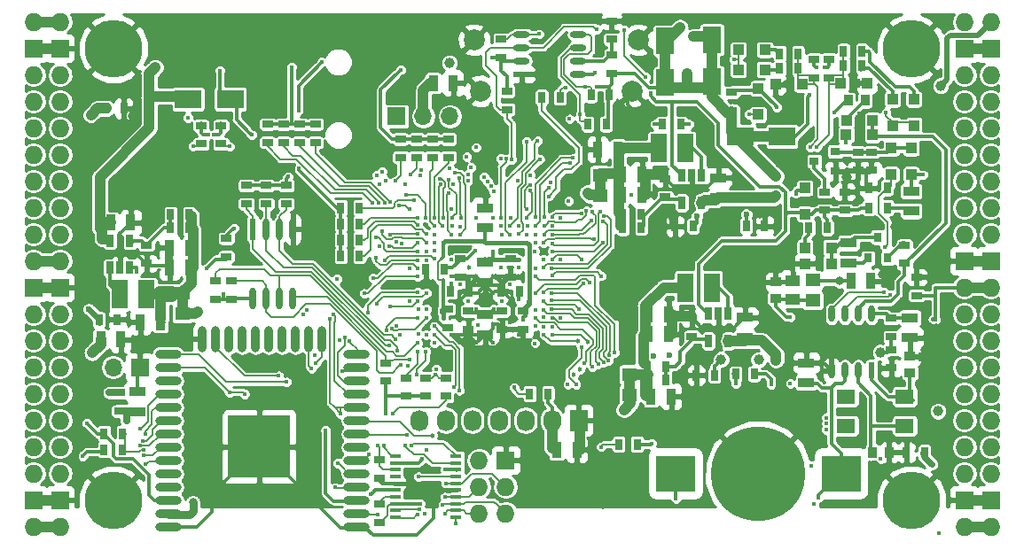
<source format=gbl>
G04 #@! TF.GenerationSoftware,KiCad,Pcbnew,5.0.0-rc2+dfsg1-3*
G04 #@! TF.CreationDate,2018-07-06T00:31:47+02:00*
G04 #@! TF.ProjectId,ulx3s,756C7833732E6B696361645F70636200,rev?*
G04 #@! TF.SameCoordinates,Original*
G04 #@! TF.FileFunction,Copper,L4,Bot,Signal*
G04 #@! TF.FilePolarity,Positive*
%FSLAX46Y46*%
G04 Gerber Fmt 4.6, Leading zero omitted, Abs format (unit mm)*
G04 Created by KiCad (PCBNEW 5.0.0-rc2+dfsg1-3) date Fri Jul  6 00:31:47 2018*
%MOMM*%
%LPD*%
G01*
G04 APERTURE LIST*
G04 #@! TA.AperFunction,EtchedComponent*
%ADD10C,1.000000*%
G04 #@! TD*
G04 #@! TA.AperFunction,SMDPad,CuDef*
%ADD11R,1.800000X2.500000*%
G04 #@! TD*
G04 #@! TA.AperFunction,SMDPad,CuDef*
%ADD12R,2.500000X1.800000*%
G04 #@! TD*
G04 #@! TA.AperFunction,SMDPad,CuDef*
%ADD13R,1.400000X1.295000*%
G04 #@! TD*
G04 #@! TA.AperFunction,SMDPad,CuDef*
%ADD14R,3.700000X3.500000*%
G04 #@! TD*
G04 #@! %TA.AperFunction,BGAPad,CuDef*
%ADD15C,9.000000*%
G04 #@! TD*
G04 #@! TA.AperFunction,SMDPad,CuDef*
%ADD16R,1.550000X0.600000*%
G04 #@! TD*
G04 #@! TA.AperFunction,SMDPad,CuDef*
%ADD17O,1.550000X0.600000*%
G04 #@! TD*
G04 #@! TA.AperFunction,SMDPad,CuDef*
%ADD18R,0.600000X2.100000*%
G04 #@! TD*
G04 #@! TA.AperFunction,SMDPad,CuDef*
%ADD19O,0.600000X2.100000*%
G04 #@! TD*
G04 #@! TA.AperFunction,SMDPad,CuDef*
%ADD20R,0.600000X1.550000*%
G04 #@! TD*
G04 #@! TA.AperFunction,SMDPad,CuDef*
%ADD21O,0.600000X1.550000*%
G04 #@! TD*
G04 #@! TA.AperFunction,SMDPad,CuDef*
%ADD22R,1.000000X0.400000*%
G04 #@! TD*
G04 #@! TA.AperFunction,SMDPad,CuDef*
%ADD23R,0.700000X1.200000*%
G04 #@! TD*
G04 #@! TA.AperFunction,SMDPad,CuDef*
%ADD24O,2.500000X0.900000*%
G04 #@! TD*
G04 #@! TA.AperFunction,SMDPad,CuDef*
%ADD25O,0.900000X2.500000*%
G04 #@! TD*
G04 #@! TA.AperFunction,SMDPad,CuDef*
%ADD26R,6.000000X6.000000*%
G04 #@! TD*
G04 #@! TA.AperFunction,ComponentPad*
%ADD27O,1.727200X1.727200*%
G04 #@! TD*
G04 #@! TA.AperFunction,ComponentPad*
%ADD28R,1.727200X1.727200*%
G04 #@! TD*
G04 #@! TA.AperFunction,ComponentPad*
%ADD29C,5.500000*%
G04 #@! TD*
G04 #@! TA.AperFunction,ComponentPad*
%ADD30R,1.727200X2.032000*%
G04 #@! TD*
G04 #@! TA.AperFunction,ComponentPad*
%ADD31O,1.727200X2.032000*%
G04 #@! TD*
G04 #@! TA.AperFunction,SMDPad,CuDef*
%ADD32R,1.800000X1.400000*%
G04 #@! TD*
G04 #@! TA.AperFunction,SMDPad,CuDef*
%ADD33R,0.970000X1.500000*%
G04 #@! TD*
G04 #@! TA.AperFunction,SMDPad,CuDef*
%ADD34R,0.670000X1.000000*%
G04 #@! TD*
G04 #@! TA.AperFunction,SMDPad,CuDef*
%ADD35R,1.500000X0.970000*%
G04 #@! TD*
G04 #@! TA.AperFunction,SMDPad,CuDef*
%ADD36R,1.000000X0.670000*%
G04 #@! TD*
G04 #@! TA.AperFunction,ComponentPad*
%ADD37C,2.000000*%
G04 #@! TD*
G04 #@! TA.AperFunction,SMDPad,CuDef*
%ADD38R,1.000000X1.000000*%
G04 #@! TD*
G04 #@! %TA.AperFunction,BGAPad,CuDef*
%ADD39C,0.300000*%
G04 #@! TD*
G04 #@! TA.AperFunction,ComponentPad*
%ADD40R,1.700000X1.700000*%
G04 #@! TD*
G04 #@! TA.AperFunction,ComponentPad*
%ADD41O,1.700000X1.700000*%
G04 #@! TD*
G04 #@! TA.AperFunction,SMDPad,CuDef*
%ADD42R,1.500000X2.700000*%
G04 #@! TD*
G04 #@! TA.AperFunction,SMDPad,CuDef*
%ADD43R,0.800000X0.900000*%
G04 #@! TD*
G04 #@! TA.AperFunction,SMDPad,CuDef*
%ADD44R,0.900000X0.800000*%
G04 #@! TD*
G04 #@! TA.AperFunction,SMDPad,CuDef*
%ADD45R,0.820000X1.000000*%
G04 #@! TD*
G04 #@! TA.AperFunction,SMDPad,CuDef*
%ADD46R,1.000000X0.820000*%
G04 #@! TD*
G04 #@! TA.AperFunction,SMDPad,CuDef*
%ADD47R,1.400000X1.120000*%
G04 #@! TD*
G04 #@! TA.AperFunction,ViaPad*
%ADD48C,0.400000*%
G04 #@! TD*
G04 #@! TA.AperFunction,ViaPad*
%ADD49C,2.000000*%
G04 #@! TD*
G04 #@! TA.AperFunction,ViaPad*
%ADD50C,0.454000*%
G04 #@! TD*
G04 #@! TA.AperFunction,ViaPad*
%ADD51C,0.600000*%
G04 #@! TD*
G04 #@! TA.AperFunction,ViaPad*
%ADD52C,1.000000*%
G04 #@! TD*
G04 #@! TA.AperFunction,ViaPad*
%ADD53C,0.800000*%
G04 #@! TD*
G04 #@! TA.AperFunction,ViaPad*
%ADD54C,0.700000*%
G04 #@! TD*
G04 #@! TA.AperFunction,Conductor*
%ADD55C,0.300000*%
G04 #@! TD*
G04 #@! TA.AperFunction,Conductor*
%ADD56C,0.500000*%
G04 #@! TD*
G04 #@! TA.AperFunction,Conductor*
%ADD57C,1.000000*%
G04 #@! TD*
G04 #@! TA.AperFunction,Conductor*
%ADD58C,0.700000*%
G04 #@! TD*
G04 #@! TA.AperFunction,Conductor*
%ADD59C,0.600000*%
G04 #@! TD*
G04 #@! TA.AperFunction,Conductor*
%ADD60C,0.400000*%
G04 #@! TD*
G04 #@! TA.AperFunction,Conductor*
%ADD61C,0.800000*%
G04 #@! TD*
G04 #@! TA.AperFunction,Conductor*
%ADD62C,0.190000*%
G04 #@! TD*
G04 #@! TA.AperFunction,Conductor*
%ADD63C,0.200000*%
G04 #@! TD*
G04 #@! TA.AperFunction,Conductor*
%ADD64C,1.500000*%
G04 #@! TD*
G04 #@! TA.AperFunction,Conductor*
%ADD65C,0.127000*%
G04 #@! TD*
G04 #@! TA.AperFunction,Conductor*
%ADD66C,0.180000*%
G04 #@! TD*
G04 #@! TA.AperFunction,Conductor*
%ADD67C,1.200000*%
G04 #@! TD*
G04 #@! TA.AperFunction,Conductor*
%ADD68C,0.254000*%
G04 #@! TD*
G04 APERTURE END LIST*
D10*
G04 #@! TO.C,RD52*
X160155000Y-64391000D02*
X160155000Y-68391000D01*
G04 #@! TO.C,RD51*
X155710000Y-68518000D02*
X155710000Y-64518000D01*
G04 #@! TO.C,RD9*
X166854000Y-73630000D02*
X162854000Y-73630000D01*
G04 #@! TO.C,RP2*
X109609000Y-88632000D02*
X109609000Y-90632000D01*
G04 #@! TO.C,RP1*
X152281000Y-96361000D02*
X152281000Y-98361000D01*
G04 #@! TO.C,RP3*
X149472000Y-77311000D02*
X149472000Y-79311000D01*
G04 #@! TD*
D11*
G04 #@! TO.P,RD52,2*
G04 #@! TO.N,+5V*
X160155000Y-68391000D03*
G04 #@! TO.P,RD52,1*
G04 #@! TO.N,/gpio/OUT5V*
X160155000Y-64391000D03*
G04 #@! TD*
G04 #@! TO.P,RD51,2*
G04 #@! TO.N,/gpio/IN5V*
X155710000Y-64518000D03*
G04 #@! TO.P,RD51,1*
G04 #@! TO.N,+5V*
X155710000Y-68518000D03*
G04 #@! TD*
D12*
G04 #@! TO.P,RD9,2*
G04 #@! TO.N,+5V*
X162854000Y-73630000D03*
G04 #@! TO.P,RD9,1*
G04 #@! TO.N,/usb/US2VBUS*
X166854000Y-73630000D03*
G04 #@! TD*
D13*
G04 #@! TO.P,RP2,2*
G04 #@! TO.N,+2V5*
X109609000Y-90599500D03*
G04 #@! TO.P,RP2,1*
G04 #@! TO.N,/power/P2V5*
X109609000Y-88664500D03*
G04 #@! TD*
D14*
G04 #@! TO.P,BAT1,1*
G04 #@! TO.N,/power/VBAT*
X172485000Y-105870000D03*
X156685000Y-105870000D03*
D15*
G04 #@! TO.P,BAT1,2*
G04 #@! TO.N,GND*
X164585000Y-105870000D03*
G04 #@! TD*
D16*
G04 #@! TO.P,U11,1*
G04 #@! TO.N,GND*
X141980000Y-67706500D03*
D17*
G04 #@! TO.P,U11,2*
G04 #@! TO.N,+2V5*
X141980000Y-66436500D03*
G04 #@! TO.P,U11,3*
G04 #@! TO.N,FPDI_SCL*
X141980000Y-65166500D03*
G04 #@! TO.P,U11,4*
G04 #@! TO.N,FPDI_SDA*
X141980000Y-63896500D03*
G04 #@! TO.P,U11,5*
G04 #@! TO.N,GPDI_SDA*
X147380000Y-63896500D03*
G04 #@! TO.P,U11,6*
G04 #@! TO.N,GPDI_SCL*
X147380000Y-65166500D03*
G04 #@! TO.P,U11,7*
G04 #@! TO.N,/gpdi/VREF2*
X147380000Y-66436500D03*
G04 #@! TO.P,U11,8*
G04 #@! TO.N,+3V3*
X147380000Y-67706500D03*
G04 #@! TD*
D18*
G04 #@! TO.P,U10,1*
G04 #@! TO.N,/flash/FLASH_nCS*
X116340000Y-82520000D03*
D19*
G04 #@! TO.P,U10,2*
G04 #@! TO.N,/flash/FLASH_MISO*
X117610000Y-82520000D03*
G04 #@! TO.P,U10,3*
G04 #@! TO.N,/flash/FLASH_nWP*
X118880000Y-82520000D03*
G04 #@! TO.P,U10,4*
G04 #@! TO.N,GND*
X120150000Y-82520000D03*
G04 #@! TO.P,U10,5*
G04 #@! TO.N,/flash/FLASH_MOSI*
X120150000Y-89124000D03*
G04 #@! TO.P,U10,6*
G04 #@! TO.N,/flash/FLASH_SCK*
X118880000Y-89124000D03*
G04 #@! TO.P,U10,7*
G04 #@! TO.N,/flash/FLASH_nHOLD*
X117610000Y-89124000D03*
G04 #@! TO.P,U10,8*
G04 #@! TO.N,+3V3*
X116340000Y-89124000D03*
G04 #@! TD*
D20*
G04 #@! TO.P,U7,1*
G04 #@! TO.N,/power/OSCI_32k*
X175395000Y-96015000D03*
D21*
G04 #@! TO.P,U7,2*
G04 #@! TO.N,/power/OSCO_32k*
X174125000Y-96015000D03*
G04 #@! TO.P,U7,3*
G04 #@! TO.N,/power/VBAT*
X172855000Y-96015000D03*
G04 #@! TO.P,U7,4*
G04 #@! TO.N,GND*
X171585000Y-96015000D03*
G04 #@! TO.P,U7,5*
G04 #@! TO.N,FPDI_SDA*
X171585000Y-90615000D03*
G04 #@! TO.P,U7,6*
G04 #@! TO.N,FPDI_SCL*
X172855000Y-90615000D03*
G04 #@! TO.P,U7,7*
G04 #@! TO.N,/power/WAKEUPn*
X174125000Y-90615000D03*
G04 #@! TO.P,U7,8*
G04 #@! TO.N,/power/RTCVDD*
X175395000Y-90615000D03*
G04 #@! TD*
D22*
G04 #@! TO.P,U6,20*
G04 #@! TO.N,FTDI_TXD*
X129935000Y-104215000D03*
G04 #@! TO.P,U6,19*
G04 #@! TO.N,FTDI_nSLEEP*
X129935000Y-104865000D03*
G04 #@! TO.P,U6,18*
G04 #@! TO.N,FTDI_TXDEN*
X129935000Y-105515000D03*
G04 #@! TO.P,U6,17*
G04 #@! TO.N,FTDI_nRXLED*
X129935000Y-106165000D03*
G04 #@! TO.P,U6,16*
G04 #@! TO.N,GND*
X129935000Y-106815000D03*
G04 #@! TO.P,U6,15*
G04 #@! TO.N,USB5V*
X129935000Y-107465000D03*
G04 #@! TO.P,U6,14*
G04 #@! TO.N,nRESET*
X129935000Y-108115000D03*
G04 #@! TO.P,U6,13*
G04 #@! TO.N,FT2V5*
X129935000Y-108765000D03*
G04 #@! TO.P,U6,12*
G04 #@! TO.N,USB_FTDI_D-*
X129935000Y-109415000D03*
G04 #@! TO.P,U6,11*
G04 #@! TO.N,USB_FTDI_D+*
X129935000Y-110065000D03*
G04 #@! TO.P,U6,10*
G04 #@! TO.N,FTDI_nTXLED*
X135735000Y-110065000D03*
G04 #@! TO.P,U6,9*
G04 #@! TO.N,JTAG_TDO*
X135735000Y-109415000D03*
G04 #@! TO.P,U6,8*
G04 #@! TO.N,JTAG_TMS*
X135735000Y-108765000D03*
G04 #@! TO.P,U6,7*
G04 #@! TO.N,JTAG_TCK*
X135735000Y-108115000D03*
G04 #@! TO.P,U6,6*
G04 #@! TO.N,GND*
X135735000Y-107465000D03*
G04 #@! TO.P,U6,5*
G04 #@! TO.N,JTAG_TDI*
X135735000Y-106815000D03*
G04 #@! TO.P,U6,4*
G04 #@! TO.N,FTDI_RXD*
X135735000Y-106165000D03*
G04 #@! TO.P,U6,3*
G04 #@! TO.N,FT2V5*
X135735000Y-105515000D03*
G04 #@! TO.P,U6,2*
G04 #@! TO.N,FTDI_nRTS*
X135735000Y-104865000D03*
G04 #@! TO.P,U6,1*
G04 #@! TO.N,FTDI_nDTR*
X135735000Y-104215000D03*
G04 #@! TD*
D23*
G04 #@! TO.P,U5,1*
G04 #@! TO.N,/power/PWREN*
X157285000Y-77392000D03*
G04 #@! TO.P,U5,2*
G04 #@! TO.N,GND*
X158235000Y-77392000D03*
G04 #@! TO.P,U5,3*
G04 #@! TO.N,/power/L3*
X159185000Y-77392000D03*
G04 #@! TO.P,U5,4*
G04 #@! TO.N,+5V*
X159185000Y-79992000D03*
G04 #@! TO.P,U5,5*
G04 #@! TO.N,/power/FB3*
X157285000Y-79992000D03*
G04 #@! TD*
G04 #@! TO.P,U3,1*
G04 #@! TO.N,/power/PWREN*
X159825000Y-90600000D03*
G04 #@! TO.P,U3,2*
G04 #@! TO.N,GND*
X160775000Y-90600000D03*
G04 #@! TO.P,U3,3*
G04 #@! TO.N,/power/L1*
X161725000Y-90600000D03*
G04 #@! TO.P,U3,4*
G04 #@! TO.N,+5V*
X161725000Y-93200000D03*
G04 #@! TO.P,U3,5*
G04 #@! TO.N,/power/FB1*
X159825000Y-93200000D03*
G04 #@! TD*
G04 #@! TO.P,U4,1*
G04 #@! TO.N,/power/PWREN*
X104575000Y-86215000D03*
G04 #@! TO.P,U4,2*
G04 #@! TO.N,GND*
X103625000Y-86215000D03*
G04 #@! TO.P,U4,3*
G04 #@! TO.N,/power/L2*
X102675000Y-86215000D03*
G04 #@! TO.P,U4,4*
G04 #@! TO.N,+5V*
X102675000Y-83615000D03*
G04 #@! TO.P,U4,5*
G04 #@! TO.N,/power/FB2*
X104575000Y-83615000D03*
G04 #@! TD*
D24*
G04 #@! TO.P,U9,38*
G04 #@! TO.N,GND*
X126230000Y-111000000D03*
G04 #@! TO.P,U9,37*
G04 #@! TO.N,JTAG_TDI*
X126230000Y-109730000D03*
G04 #@! TO.P,U9,36*
G04 #@! TO.N,PROG_DONE*
X126230000Y-108460000D03*
G04 #@! TO.P,U9,35*
G04 #@! TO.N,WIFI_TXD*
X126230000Y-107190000D03*
G04 #@! TO.P,U9,34*
G04 #@! TO.N,WIFI_RXD*
X126230000Y-105920000D03*
G04 #@! TO.P,U9,33*
G04 #@! TO.N,JTAG_TMS*
X126230000Y-104650000D03*
G04 #@! TO.P,U9,32*
G04 #@! TO.N,Net-(U9-Pad32)*
X126230000Y-103380000D03*
G04 #@! TO.P,U9,31*
G04 #@! TO.N,JTAG_TDO*
X126230000Y-102110000D03*
G04 #@! TO.P,U9,30*
G04 #@! TO.N,JTAG_TCK*
X126230000Y-100840000D03*
G04 #@! TO.P,U9,29*
G04 #@! TO.N,WIFI_GPIO5*
X126230000Y-99570000D03*
G04 #@! TO.P,U9,28*
G04 #@! TO.N,WIFI_GPIO17*
X126230000Y-98300000D03*
G04 #@! TO.P,U9,27*
G04 #@! TO.N,WIFI_GPIO16*
X126230000Y-97030000D03*
G04 #@! TO.P,U9,26*
G04 #@! TO.N,SD_D1*
X126230000Y-95760000D03*
G04 #@! TO.P,U9,25*
G04 #@! TO.N,WIFI_GPIO0*
X126230000Y-94490000D03*
D25*
G04 #@! TO.P,U9,24*
G04 #@! TO.N,SD_D0*
X122945000Y-93000000D03*
G04 #@! TO.P,U9,23*
G04 #@! TO.N,SD_CMD*
X121675000Y-93000000D03*
G04 #@! TO.P,U9,22*
G04 #@! TO.N,Net-(U9-Pad22)*
X120405000Y-93000000D03*
G04 #@! TO.P,U9,21*
G04 #@! TO.N,Net-(U9-Pad21)*
X119135000Y-93000000D03*
G04 #@! TO.P,U9,20*
G04 #@! TO.N,Net-(U9-Pad20)*
X117865000Y-93000000D03*
G04 #@! TO.P,U9,19*
G04 #@! TO.N,Net-(U9-Pad19)*
X116595000Y-93000000D03*
G04 #@! TO.P,U9,18*
G04 #@! TO.N,Net-(U9-Pad18)*
X115325000Y-93000000D03*
G04 #@! TO.P,U9,17*
G04 #@! TO.N,Net-(U9-Pad17)*
X114055000Y-93000000D03*
G04 #@! TO.P,U9,16*
G04 #@! TO.N,SD_D3*
X112785000Y-93000000D03*
G04 #@! TO.P,U9,15*
G04 #@! TO.N,GND*
X111515000Y-93000000D03*
D24*
G04 #@! TO.P,U9,14*
G04 #@! TO.N,SD_D2*
X108230000Y-94490000D03*
G04 #@! TO.P,U9,13*
G04 #@! TO.N,SD_CLK*
X108230000Y-95760000D03*
G04 #@! TO.P,U9,12*
G04 #@! TO.N,Net-(U9-Pad12)*
X108230000Y-97030000D03*
G04 #@! TO.P,U9,11*
G04 #@! TO.N,GN11*
X108230000Y-98300000D03*
G04 #@! TO.P,U9,10*
G04 #@! TO.N,GP11*
X108230000Y-99570000D03*
G04 #@! TO.P,U9,9*
G04 #@! TO.N,GN12*
X108230000Y-100840000D03*
G04 #@! TO.P,U9,8*
G04 #@! TO.N,GP12*
X108230000Y-102110000D03*
G04 #@! TO.P,U9,7*
G04 #@! TO.N,GN13*
X108230000Y-103380000D03*
G04 #@! TO.P,U9,6*
G04 #@! TO.N,GP13*
X108230000Y-104650000D03*
G04 #@! TO.P,U9,5*
G04 #@! TO.N,Net-(U9-Pad5)*
X108230000Y-105920000D03*
G04 #@! TO.P,U9,4*
G04 #@! TO.N,Net-(U9-Pad4)*
X108230000Y-107190000D03*
G04 #@! TO.P,U9,3*
G04 #@! TO.N,/wifi/WIFIEN*
X108230000Y-108460000D03*
G04 #@! TO.P,U9,2*
G04 #@! TO.N,+3V3*
X108230000Y-109730000D03*
G04 #@! TO.P,U9,1*
G04 #@! TO.N,GND*
X108230000Y-111000000D03*
D26*
G04 #@! TO.P,U9,39*
X116930000Y-103300000D03*
G04 #@! TD*
D27*
G04 #@! TO.P,J1,1*
G04 #@! TO.N,2V5_3V3*
X97910000Y-62690000D03*
G04 #@! TO.P,J1,2*
X95370000Y-62690000D03*
D28*
G04 #@! TO.P,J1,3*
G04 #@! TO.N,GND*
X97910000Y-65230000D03*
G04 #@! TO.P,J1,4*
X95370000Y-65230000D03*
D27*
G04 #@! TO.P,J1,5*
G04 #@! TO.N,GN0*
X97910000Y-67770000D03*
G04 #@! TO.P,J1,6*
G04 #@! TO.N,GP0*
X95370000Y-67770000D03*
G04 #@! TO.P,J1,7*
G04 #@! TO.N,GN1*
X97910000Y-70310000D03*
G04 #@! TO.P,J1,8*
G04 #@! TO.N,GP1*
X95370000Y-70310000D03*
G04 #@! TO.P,J1,9*
G04 #@! TO.N,GN2*
X97910000Y-72850000D03*
G04 #@! TO.P,J1,10*
G04 #@! TO.N,GP2*
X95370000Y-72850000D03*
G04 #@! TO.P,J1,11*
G04 #@! TO.N,GN3*
X97910000Y-75390000D03*
G04 #@! TO.P,J1,12*
G04 #@! TO.N,GP3*
X95370000Y-75390000D03*
G04 #@! TO.P,J1,13*
G04 #@! TO.N,GN4*
X97910000Y-77930000D03*
G04 #@! TO.P,J1,14*
G04 #@! TO.N,GP4*
X95370000Y-77930000D03*
G04 #@! TO.P,J1,15*
G04 #@! TO.N,GN5*
X97910000Y-80470000D03*
G04 #@! TO.P,J1,16*
G04 #@! TO.N,GP5*
X95370000Y-80470000D03*
G04 #@! TO.P,J1,17*
G04 #@! TO.N,GN6*
X97910000Y-83010000D03*
G04 #@! TO.P,J1,18*
G04 #@! TO.N,GP6*
X95370000Y-83010000D03*
G04 #@! TO.P,J1,19*
G04 #@! TO.N,2V5_3V3*
X97910000Y-85550000D03*
G04 #@! TO.P,J1,20*
X95370000Y-85550000D03*
D28*
G04 #@! TO.P,J1,21*
G04 #@! TO.N,GND*
X97910000Y-88090000D03*
G04 #@! TO.P,J1,22*
X95370000Y-88090000D03*
D27*
G04 #@! TO.P,J1,23*
G04 #@! TO.N,GN7*
X97910000Y-90630000D03*
G04 #@! TO.P,J1,24*
G04 #@! TO.N,GP7*
X95370000Y-90630000D03*
G04 #@! TO.P,J1,25*
G04 #@! TO.N,GN8*
X97910000Y-93170000D03*
G04 #@! TO.P,J1,26*
G04 #@! TO.N,GP8*
X95370000Y-93170000D03*
G04 #@! TO.P,J1,27*
G04 #@! TO.N,GN9*
X97910000Y-95710000D03*
G04 #@! TO.P,J1,28*
G04 #@! TO.N,GP9*
X95370000Y-95710000D03*
G04 #@! TO.P,J1,29*
G04 #@! TO.N,GN10*
X97910000Y-98250000D03*
G04 #@! TO.P,J1,30*
G04 #@! TO.N,GP10*
X95370000Y-98250000D03*
G04 #@! TO.P,J1,31*
G04 #@! TO.N,GN11*
X97910000Y-100790000D03*
G04 #@! TO.P,J1,32*
G04 #@! TO.N,GP11*
X95370000Y-100790000D03*
G04 #@! TO.P,J1,33*
G04 #@! TO.N,GN12*
X97910000Y-103330000D03*
G04 #@! TO.P,J1,34*
G04 #@! TO.N,GP12*
X95370000Y-103330000D03*
G04 #@! TO.P,J1,35*
G04 #@! TO.N,GN13*
X97910000Y-105870000D03*
G04 #@! TO.P,J1,36*
G04 #@! TO.N,GP13*
X95370000Y-105870000D03*
D28*
G04 #@! TO.P,J1,37*
G04 #@! TO.N,GND*
X97910000Y-108410000D03*
G04 #@! TO.P,J1,38*
X95370000Y-108410000D03*
D27*
G04 #@! TO.P,J1,39*
G04 #@! TO.N,2V5_3V3*
X97910000Y-110950000D03*
G04 #@! TO.P,J1,40*
X95370000Y-110950000D03*
G04 #@! TD*
G04 #@! TO.P,J2,1*
G04 #@! TO.N,+3V3*
X184270000Y-110950000D03*
G04 #@! TO.P,J2,2*
X186810000Y-110950000D03*
D28*
G04 #@! TO.P,J2,3*
G04 #@! TO.N,GND*
X184270000Y-108410000D03*
G04 #@! TO.P,J2,4*
X186810000Y-108410000D03*
D27*
G04 #@! TO.P,J2,5*
G04 #@! TO.N,GN14*
X184270000Y-105870000D03*
G04 #@! TO.P,J2,6*
G04 #@! TO.N,GP14*
X186810000Y-105870000D03*
G04 #@! TO.P,J2,7*
G04 #@! TO.N,GN15*
X184270000Y-103330000D03*
G04 #@! TO.P,J2,8*
G04 #@! TO.N,GP15*
X186810000Y-103330000D03*
G04 #@! TO.P,J2,9*
G04 #@! TO.N,GN16*
X184270000Y-100790000D03*
G04 #@! TO.P,J2,10*
G04 #@! TO.N,GP16*
X186810000Y-100790000D03*
G04 #@! TO.P,J2,11*
G04 #@! TO.N,GN17*
X184270000Y-98250000D03*
G04 #@! TO.P,J2,12*
G04 #@! TO.N,GP17*
X186810000Y-98250000D03*
G04 #@! TO.P,J2,13*
G04 #@! TO.N,GN18*
X184270000Y-95710000D03*
G04 #@! TO.P,J2,14*
G04 #@! TO.N,GP18*
X186810000Y-95710000D03*
G04 #@! TO.P,J2,15*
G04 #@! TO.N,GN19*
X184270000Y-93170000D03*
G04 #@! TO.P,J2,16*
G04 #@! TO.N,GP19*
X186810000Y-93170000D03*
G04 #@! TO.P,J2,17*
G04 #@! TO.N,GN20*
X184270000Y-90630000D03*
G04 #@! TO.P,J2,18*
G04 #@! TO.N,GP20*
X186810000Y-90630000D03*
G04 #@! TO.P,J2,19*
G04 #@! TO.N,+3V3*
X184270000Y-88090000D03*
G04 #@! TO.P,J2,20*
X186810000Y-88090000D03*
D28*
G04 #@! TO.P,J2,21*
G04 #@! TO.N,GND*
X184270000Y-85550000D03*
G04 #@! TO.P,J2,22*
X186810000Y-85550000D03*
D27*
G04 #@! TO.P,J2,23*
G04 #@! TO.N,GN21*
X184270000Y-83010000D03*
G04 #@! TO.P,J2,24*
G04 #@! TO.N,GP21*
X186810000Y-83010000D03*
G04 #@! TO.P,J2,25*
G04 #@! TO.N,GN22*
X184270000Y-80470000D03*
G04 #@! TO.P,J2,26*
G04 #@! TO.N,GP22*
X186810000Y-80470000D03*
G04 #@! TO.P,J2,27*
G04 #@! TO.N,GN23*
X184270000Y-77930000D03*
G04 #@! TO.P,J2,28*
G04 #@! TO.N,GP23*
X186810000Y-77930000D03*
G04 #@! TO.P,J2,29*
G04 #@! TO.N,GN24*
X184270000Y-75390000D03*
G04 #@! TO.P,J2,30*
G04 #@! TO.N,GP24*
X186810000Y-75390000D03*
G04 #@! TO.P,J2,31*
G04 #@! TO.N,GN25*
X184270000Y-72850000D03*
G04 #@! TO.P,J2,32*
G04 #@! TO.N,GP25*
X186810000Y-72850000D03*
G04 #@! TO.P,J2,33*
G04 #@! TO.N,GN26*
X184270000Y-70310000D03*
G04 #@! TO.P,J2,34*
G04 #@! TO.N,GP26*
X186810000Y-70310000D03*
G04 #@! TO.P,J2,35*
G04 #@! TO.N,GN27*
X184270000Y-67770000D03*
G04 #@! TO.P,J2,36*
G04 #@! TO.N,GP27*
X186810000Y-67770000D03*
D28*
G04 #@! TO.P,J2,37*
G04 #@! TO.N,GND*
X184270000Y-65230000D03*
G04 #@! TO.P,J2,38*
X186810000Y-65230000D03*
D27*
G04 #@! TO.P,J2,39*
G04 #@! TO.N,/gpio/IN5V*
X184270000Y-62690000D03*
G04 #@! TO.P,J2,40*
G04 #@! TO.N,/gpio/OUT5V*
X186810000Y-62690000D03*
G04 #@! TD*
D29*
G04 #@! TO.P,H1,1*
G04 #@! TO.N,GND*
X102990000Y-108410000D03*
G04 #@! TD*
G04 #@! TO.P,H2,1*
G04 #@! TO.N,GND*
X179190000Y-108410000D03*
G04 #@! TD*
G04 #@! TO.P,H3,1*
G04 #@! TO.N,GND*
X179190000Y-65230000D03*
G04 #@! TD*
G04 #@! TO.P,H4,1*
G04 #@! TO.N,GND*
X102990000Y-65230000D03*
G04 #@! TD*
D28*
G04 #@! TO.P,J4,1*
G04 #@! TO.N,GND*
X140455000Y-104600000D03*
D27*
G04 #@! TO.P,J4,2*
G04 #@! TO.N,+3V3*
X137915000Y-104600000D03*
G04 #@! TO.P,J4,3*
G04 #@! TO.N,JTAG_TDI*
X140455000Y-107140000D03*
G04 #@! TO.P,J4,4*
G04 #@! TO.N,JTAG_TCK*
X137915000Y-107140000D03*
G04 #@! TO.P,J4,5*
G04 #@! TO.N,JTAG_TMS*
X140455000Y-109680000D03*
G04 #@! TO.P,J4,6*
G04 #@! TO.N,JTAG_TDO*
X137915000Y-109680000D03*
G04 #@! TD*
D30*
G04 #@! TO.P,OLED1,1*
G04 #@! TO.N,GND*
X147440000Y-100790000D03*
D31*
G04 #@! TO.P,OLED1,2*
G04 #@! TO.N,+3V3*
X144900000Y-100790000D03*
G04 #@! TO.P,OLED1,3*
G04 #@! TO.N,OLED_CLK*
X142360000Y-100790000D03*
G04 #@! TO.P,OLED1,4*
G04 #@! TO.N,OLED_MOSI*
X139820000Y-100790000D03*
G04 #@! TO.P,OLED1,5*
G04 #@! TO.N,OLED_RES*
X137280000Y-100790000D03*
G04 #@! TO.P,OLED1,6*
G04 #@! TO.N,OLED_DC*
X134740000Y-100790000D03*
G04 #@! TO.P,OLED1,7*
G04 #@! TO.N,OLED_CS*
X132200000Y-100790000D03*
G04 #@! TD*
D32*
G04 #@! TO.P,Y2,4*
G04 #@! TO.N,/power/OSCI_32k*
X178576000Y-98522000D03*
G04 #@! TO.P,Y2,3*
G04 #@! TO.N,Net-(Y2-Pad3)*
X172976000Y-98522000D03*
G04 #@! TO.P,Y2,2*
G04 #@! TO.N,Net-(Y2-Pad2)*
X172976000Y-101322000D03*
G04 #@! TO.P,Y2,1*
G04 #@! TO.N,/power/OSCO_32k*
X178576000Y-101322000D03*
G04 #@! TD*
D33*
G04 #@! TO.P,C47,1*
G04 #@! TO.N,2V5_3V3*
X133546000Y-68550000D03*
G04 #@! TO.P,C47,2*
G04 #@! TO.N,GND*
X135456000Y-68550000D03*
G04 #@! TD*
G04 #@! TO.P,C1,1*
G04 #@! TO.N,+5V*
X102748500Y-81885000D03*
G04 #@! TO.P,C1,2*
G04 #@! TO.N,GND*
X104658500Y-81885000D03*
G04 #@! TD*
D34*
G04 #@! TO.P,C2,1*
G04 #@! TO.N,/power/P1V1*
X153985000Y-96910000D03*
G04 #@! TO.P,C2,2*
G04 #@! TO.N,/power/FB1*
X155735000Y-96910000D03*
G04 #@! TD*
D33*
G04 #@! TO.P,C3,2*
G04 #@! TO.N,GND*
X156015000Y-90630000D03*
G04 #@! TO.P,C3,1*
G04 #@! TO.N,/power/P1V1*
X154105000Y-90630000D03*
G04 #@! TD*
G04 #@! TO.P,C4,1*
G04 #@! TO.N,/power/P1V1*
X154105000Y-92535000D03*
G04 #@! TO.P,C4,2*
G04 #@! TO.N,GND*
X156015000Y-92535000D03*
G04 #@! TD*
D35*
G04 #@! TO.P,C5,2*
G04 #@! TO.N,GND*
X163315000Y-90945000D03*
G04 #@! TO.P,C5,1*
G04 #@! TO.N,+5V*
X163315000Y-92855000D03*
G04 #@! TD*
D34*
G04 #@! TO.P,C6,1*
G04 #@! TO.N,/power/P3V3*
X151645000Y-82375000D03*
G04 #@! TO.P,C6,2*
G04 #@! TO.N,/power/FB3*
X153395000Y-82375000D03*
G04 #@! TD*
D33*
G04 #@! TO.P,C7,2*
G04 #@! TO.N,GND*
X153475000Y-79200000D03*
G04 #@! TO.P,C7,1*
G04 #@! TO.N,/power/P3V3*
X151565000Y-79200000D03*
G04 #@! TD*
G04 #@! TO.P,C8,2*
G04 #@! TO.N,GND*
X153475000Y-77295000D03*
G04 #@! TO.P,C8,1*
G04 #@! TO.N,/power/P3V3*
X151565000Y-77295000D03*
G04 #@! TD*
D35*
G04 #@! TO.P,C9,1*
G04 #@! TO.N,+5V*
X160775000Y-79520000D03*
G04 #@! TO.P,C9,2*
G04 #@! TO.N,GND*
X160775000Y-77610000D03*
G04 #@! TD*
D34*
G04 #@! TO.P,C10,2*
G04 #@! TO.N,/power/FB2*
X108465000Y-81105000D03*
G04 #@! TO.P,C10,1*
G04 #@! TO.N,/power/P2V5*
X110215000Y-81105000D03*
G04 #@! TD*
D33*
G04 #@! TO.P,C11,2*
G04 #@! TO.N,GND*
X108385000Y-84280000D03*
G04 #@! TO.P,C11,1*
G04 #@! TO.N,/power/P2V5*
X110295000Y-84280000D03*
G04 #@! TD*
G04 #@! TO.P,C12,1*
G04 #@! TO.N,/power/P2V5*
X110295000Y-86185000D03*
G04 #@! TO.P,C12,2*
G04 #@! TO.N,GND*
X108385000Y-86185000D03*
G04 #@! TD*
D35*
G04 #@! TO.P,C13,2*
G04 #@! TO.N,/power/WKUP*
X173221000Y-83833000D03*
G04 #@! TO.P,C13,1*
G04 #@! TO.N,+5V*
X173221000Y-85743000D03*
G04 #@! TD*
D36*
G04 #@! TO.P,C14,2*
G04 #@! TO.N,GND*
X175380000Y-76900000D03*
G04 #@! TO.P,C14,1*
G04 #@! TO.N,/power/SHUT*
X175380000Y-75150000D03*
G04 #@! TD*
D35*
G04 #@! TO.P,C15,1*
G04 #@! TO.N,/sdcard/SD3V3*
X105276000Y-99967000D03*
G04 #@! TO.P,C15,2*
G04 #@! TO.N,GND*
X105276000Y-98057000D03*
G04 #@! TD*
D33*
G04 #@! TO.P,C16,1*
G04 #@! TO.N,+3V3*
X173424000Y-87473000D03*
G04 #@! TO.P,C16,2*
G04 #@! TO.N,GND*
X175334000Y-87473000D03*
G04 #@! TD*
D35*
G04 #@! TO.P,C17,1*
G04 #@! TO.N,+1V1*
X138500000Y-90665000D03*
G04 #@! TO.P,C17,2*
G04 #@! TO.N,GND*
X138500000Y-92575000D03*
G04 #@! TD*
D36*
G04 #@! TO.P,C18,1*
G04 #@! TO.N,/gpdi/VREF2*
X150589600Y-64359000D03*
G04 #@! TO.P,C18,2*
G04 #@! TO.N,GND*
X150589600Y-62609000D03*
G04 #@! TD*
D35*
G04 #@! TO.P,C19,1*
G04 #@! TO.N,+2V5*
X138500000Y-82375000D03*
G04 #@! TO.P,C19,2*
G04 #@! TO.N,GND*
X138500000Y-80465000D03*
G04 #@! TD*
G04 #@! TO.P,C20,2*
G04 #@! TO.N,GND*
X138500000Y-87575000D03*
G04 #@! TO.P,C20,1*
G04 #@! TO.N,+3V3*
X138500000Y-85665000D03*
G04 #@! TD*
D33*
G04 #@! TO.P,C21,2*
G04 #@! TO.N,GND*
X103706000Y-93061000D03*
G04 #@! TO.P,C21,1*
G04 #@! TO.N,+3V3*
X101796000Y-93061000D03*
G04 #@! TD*
G04 #@! TO.P,C22,1*
G04 #@! TO.N,/power/P1V1*
X154359000Y-98504000D03*
G04 #@! TO.P,C22,2*
G04 #@! TO.N,GND*
X156269000Y-98504000D03*
G04 #@! TD*
G04 #@! TO.P,C23,2*
G04 #@! TO.N,GND*
X105591000Y-91392000D03*
G04 #@! TO.P,C23,1*
G04 #@! TO.N,/power/P2V5*
X107501000Y-91392000D03*
G04 #@! TD*
G04 #@! TO.P,C24,1*
G04 #@! TO.N,/power/P3V3*
X151189000Y-74882000D03*
G04 #@! TO.P,C24,2*
G04 #@! TO.N,GND*
X149279000Y-74882000D03*
G04 #@! TD*
D36*
G04 #@! TO.P,C25,2*
G04 #@! TO.N,GND*
X140900000Y-87095000D03*
G04 #@! TO.P,C25,1*
G04 #@! TO.N,+3V3*
X140900000Y-85345000D03*
G04 #@! TD*
G04 #@! TO.P,C26,2*
G04 #@! TO.N,GND*
X136100000Y-87095000D03*
G04 #@! TO.P,C26,1*
G04 #@! TO.N,2V5_3V3*
X136100000Y-85345000D03*
G04 #@! TD*
G04 #@! TO.P,C27,2*
G04 #@! TO.N,GND*
X136900000Y-92095000D03*
G04 #@! TO.P,C27,1*
G04 #@! TO.N,+1V1*
X136900000Y-90345000D03*
G04 #@! TD*
G04 #@! TO.P,C28,1*
G04 #@! TO.N,+1V1*
X140100000Y-90345000D03*
G04 #@! TO.P,C28,2*
G04 #@! TO.N,GND*
X140100000Y-92095000D03*
G04 #@! TD*
G04 #@! TO.P,C29,2*
G04 #@! TO.N,GND*
X142100000Y-92095000D03*
G04 #@! TO.P,C29,1*
G04 #@! TO.N,+2V5*
X142100000Y-90345000D03*
G04 #@! TD*
G04 #@! TO.P,C30,1*
G04 #@! TO.N,+2V5*
X134900000Y-90145000D03*
G04 #@! TO.P,C30,2*
G04 #@! TO.N,GND*
X134900000Y-91895000D03*
G04 #@! TD*
D34*
G04 #@! TO.P,C31,1*
G04 #@! TO.N,+3V3*
X135225000Y-88420000D03*
G04 #@! TO.P,C31,2*
G04 #@! TO.N,GND*
X136975000Y-88420000D03*
G04 #@! TD*
G04 #@! TO.P,C32,2*
G04 #@! TO.N,GND*
X140025000Y-88420000D03*
G04 #@! TO.P,C32,1*
G04 #@! TO.N,+3V3*
X141775000Y-88420000D03*
G04 #@! TD*
G04 #@! TO.P,C33,1*
G04 #@! TO.N,+3V3*
X163425000Y-82220000D03*
G04 #@! TO.P,C33,2*
G04 #@! TO.N,GND*
X165175000Y-82220000D03*
G04 #@! TD*
G04 #@! TO.P,C34,1*
G04 #@! TO.N,+3V3*
X158375000Y-82220000D03*
G04 #@! TO.P,C34,2*
G04 #@! TO.N,GND*
X156625000Y-82220000D03*
G04 #@! TD*
D36*
G04 #@! TO.P,C35,1*
G04 #@! TO.N,+3V3*
X177300000Y-94025000D03*
G04 #@! TO.P,C35,2*
G04 #@! TO.N,GND*
X177300000Y-95775000D03*
G04 #@! TD*
D33*
G04 #@! TO.P,C46,1*
G04 #@! TO.N,+3V3*
X145342000Y-103584000D03*
G04 #@! TO.P,C46,2*
G04 #@! TO.N,GND*
X147252000Y-103584000D03*
G04 #@! TD*
D34*
G04 #@! TO.P,C48,2*
G04 #@! TO.N,GND*
X103995000Y-70963000D03*
G04 #@! TO.P,C48,1*
G04 #@! TO.N,2V5_3V3*
X102245000Y-70963000D03*
G04 #@! TD*
G04 #@! TO.P,C49,2*
G04 #@! TO.N,GND*
X103372000Y-91156000D03*
G04 #@! TO.P,C49,1*
G04 #@! TO.N,2V5_3V3*
X101622000Y-91156000D03*
G04 #@! TD*
D36*
G04 #@! TO.P,C50,1*
G04 #@! TO.N,+3V3*
X179713000Y-88856000D03*
G04 #@! TO.P,C50,2*
G04 #@! TO.N,GND*
X179713000Y-87106000D03*
G04 #@! TD*
D34*
G04 #@! TO.P,C51,1*
G04 #@! TO.N,+3V3*
X180473000Y-103856000D03*
G04 #@! TO.P,C51,2*
G04 #@! TO.N,GND*
X178723000Y-103856000D03*
G04 #@! TD*
G04 #@! TO.P,C52,2*
G04 #@! TO.N,GND*
X158645000Y-96490000D03*
G04 #@! TO.P,C52,1*
G04 #@! TO.N,+3V3*
X160395000Y-96490000D03*
G04 #@! TD*
G04 #@! TO.P,C53,2*
G04 #@! TO.N,GND*
X132827200Y-86330000D03*
G04 #@! TO.P,C53,1*
G04 #@! TO.N,2V5_3V3*
X134577200Y-86330000D03*
G04 #@! TD*
D35*
G04 #@! TO.P,C54,2*
G04 #@! TO.N,GND*
X169172000Y-95281000D03*
G04 #@! TO.P,C54,1*
G04 #@! TO.N,/power/VBAT*
X169172000Y-97191000D03*
G04 #@! TD*
G04 #@! TO.P,D11,1*
G04 #@! TO.N,/power/HOLD*
X179190000Y-80790000D03*
G04 #@! TO.P,D11,2*
G04 #@! TO.N,+3V3*
X179190000Y-78880000D03*
G04 #@! TD*
D37*
G04 #@! TO.P,GPDI1,0*
G04 #@! TO.N,GND*
X152546000Y-69312000D03*
X138046000Y-69312000D03*
X153146000Y-64412000D03*
X137446000Y-64412000D03*
G04 #@! TD*
D38*
G04 #@! TO.P,D10,1*
G04 #@! TO.N,/power/WAKE*
X169050000Y-84280000D03*
G04 #@! TO.P,D10,2*
G04 #@! TO.N,/power/WKUP*
X171550000Y-84280000D03*
G04 #@! TD*
G04 #@! TO.P,D12,2*
G04 #@! TO.N,/power/FTDI_nSUSPEND*
X169030000Y-78585000D03*
G04 #@! TO.P,D12,1*
G04 #@! TO.N,/power/PWREN*
X169030000Y-81085000D03*
G04 #@! TD*
G04 #@! TO.P,D13,1*
G04 #@! TO.N,/power/WKUP*
X171550000Y-85804000D03*
G04 #@! TO.P,D13,2*
G04 #@! TO.N,GND*
X169050000Y-85804000D03*
G04 #@! TD*
G04 #@! TO.P,D14,2*
G04 #@! TO.N,/power/SHUT*
X179190000Y-74775000D03*
G04 #@! TO.P,D14,1*
G04 #@! TO.N,+3V3*
X179190000Y-77275000D03*
G04 #@! TD*
G04 #@! TO.P,D15,2*
G04 #@! TO.N,SHUTDOWN*
X177285000Y-77275000D03*
G04 #@! TO.P,D15,1*
G04 #@! TO.N,/power/SHUT*
X177285000Y-74775000D03*
G04 #@! TD*
G04 #@! TO.P,D16,1*
G04 #@! TO.N,/power/PWRBTn*
X172987000Y-73503000D03*
G04 #@! TO.P,D16,2*
G04 #@! TO.N,/power/WAKEUPn*
X175487000Y-73503000D03*
G04 #@! TD*
G04 #@! TO.P,D17,1*
G04 #@! TO.N,/power/PWRBTn*
X164585000Y-69060000D03*
G04 #@! TO.P,D17,2*
G04 #@! TO.N,BTN_PWRn*
X164585000Y-71560000D03*
G04 #@! TD*
G04 #@! TO.P,D20,1*
G04 #@! TO.N,USB_FPGA_D+*
X168756000Y-68659000D03*
G04 #@! TO.P,D20,2*
G04 #@! TO.N,GND*
X166256000Y-68659000D03*
G04 #@! TD*
G04 #@! TO.P,D21,2*
G04 #@! TO.N,GND*
X174979000Y-68550000D03*
G04 #@! TO.P,D21,1*
G04 #@! TO.N,USB_FPGA_D-*
X172479000Y-68550000D03*
G04 #@! TD*
G04 #@! TO.P,D23,2*
G04 #@! TO.N,Net-(D23-Pad2)*
X165200000Y-67262000D03*
G04 #@! TO.P,D23,1*
G04 #@! TO.N,USB_FPGA_PULL_D+*
X162700000Y-67262000D03*
G04 #@! TD*
G04 #@! TO.P,D24,2*
G04 #@! TO.N,USB_FPGA_PULL_D+*
X162700000Y-65357000D03*
G04 #@! TO.P,D24,1*
G04 #@! TO.N,Net-(D24-Pad1)*
X165200000Y-65357000D03*
G04 #@! TD*
G04 #@! TO.P,D25,1*
G04 #@! TO.N,USB_FPGA_PULL_D-*
X177412000Y-72594000D03*
G04 #@! TO.P,D25,2*
G04 #@! TO.N,Net-(D25-Pad2)*
X177412000Y-70094000D03*
G04 #@! TD*
G04 #@! TO.P,D26,1*
G04 #@! TO.N,Net-(D26-Pad1)*
X179444000Y-70094000D03*
G04 #@! TO.P,D26,2*
G04 #@! TO.N,USB_FPGA_PULL_D-*
X179444000Y-72594000D03*
G04 #@! TD*
D39*
G04 #@! TO.P,AE1,1*
G04 #@! TO.N,/usb/ANT_433MHz*
X181872000Y-111603000D03*
G04 #@! TD*
D36*
G04 #@! TO.P,R49,1*
G04 #@! TO.N,USB_FTDI_D-*
X113277000Y-74360000D03*
G04 #@! TO.P,R49,2*
G04 #@! TO.N,/usb/FTD-*
X113277000Y-72610000D03*
G04 #@! TD*
G04 #@! TO.P,R50,2*
G04 #@! TO.N,/usb/FTD+*
X111372000Y-72610000D03*
G04 #@! TO.P,R50,1*
G04 #@! TO.N,USB_FTDI_D+*
X111372000Y-74360000D03*
G04 #@! TD*
D34*
G04 #@! TO.P,R51,2*
G04 #@! TO.N,/blinkey/SWPU*
X155455000Y-72487000D03*
G04 #@! TO.P,R51,1*
G04 #@! TO.N,2V5_3V3*
X157205000Y-72487000D03*
G04 #@! TD*
D36*
G04 #@! TO.P,R52,2*
G04 #@! TO.N,/usb/FPD-*
X171331000Y-66278000D03*
G04 #@! TO.P,R52,1*
G04 #@! TO.N,USB_FPGA_D-*
X171331000Y-68028000D03*
G04 #@! TD*
G04 #@! TO.P,R53,1*
G04 #@! TO.N,USB_FPGA_D+*
X169919000Y-68028000D03*
G04 #@! TO.P,R53,2*
G04 #@! TO.N,/usb/FPD+*
X169919000Y-66278000D03*
G04 #@! TD*
D34*
G04 #@! TO.P,R54,2*
G04 #@! TO.N,Net-(D26-Pad1)*
X174477000Y-65502000D03*
G04 #@! TO.P,R54,1*
G04 #@! TO.N,USB_FPGA_D-*
X172727000Y-65502000D03*
G04 #@! TD*
D36*
G04 #@! TO.P,R56,1*
G04 #@! TO.N,GND*
X128390000Y-106321000D03*
G04 #@! TO.P,R56,2*
G04 #@! TO.N,FTDI_TXDEN*
X128390000Y-104571000D03*
G04 #@! TD*
G04 #@! TO.P,R57,2*
G04 #@! TO.N,/analog/AUDIO_V*
X117722000Y-72483000D03*
G04 #@! TO.P,R57,1*
G04 #@! TO.N,AUDIO_V0*
X117722000Y-74233000D03*
G04 #@! TD*
G04 #@! TO.P,R58,1*
G04 #@! TO.N,AUDIO_V1*
X119246000Y-74233000D03*
G04 #@! TO.P,R58,2*
G04 #@! TO.N,/analog/AUDIO_V*
X119246000Y-72483000D03*
G04 #@! TD*
G04 #@! TO.P,R59,2*
G04 #@! TO.N,/analog/AUDIO_V*
X120770000Y-72483000D03*
G04 #@! TO.P,R59,1*
G04 #@! TO.N,AUDIO_V2*
X120770000Y-74233000D03*
G04 #@! TD*
G04 #@! TO.P,R60,1*
G04 #@! TO.N,AUDIO_V3*
X122294000Y-74233000D03*
G04 #@! TO.P,R60,2*
G04 #@! TO.N,/analog/AUDIO_V*
X122294000Y-72483000D03*
G04 #@! TD*
D34*
G04 #@! TO.P,R61,1*
G04 #@! TO.N,GPDI_CEC*
X145655000Y-69900000D03*
G04 #@! TO.P,R61,2*
G04 #@! TO.N,/gpdi/FPDI_CEC*
X143905000Y-69900000D03*
G04 #@! TD*
D40*
G04 #@! TO.P,J3,1*
G04 #@! TO.N,GND*
X105530000Y-95710000D03*
D41*
G04 #@! TO.P,J3,2*
G04 #@! TO.N,/wifi/WIFIEN*
X102990000Y-95710000D03*
G04 #@! TD*
D40*
G04 #@! TO.P,J5,1*
G04 #@! TO.N,+2V5*
X130056000Y-71725000D03*
D41*
G04 #@! TO.P,J5,2*
G04 #@! TO.N,2V5_3V3*
X132596000Y-71725000D03*
G04 #@! TO.P,J5,3*
G04 #@! TO.N,+3V3*
X135136000Y-71725000D03*
G04 #@! TD*
D34*
G04 #@! TO.P,R40,1*
G04 #@! TO.N,Net-(D24-Pad1)*
X166631000Y-65738000D03*
G04 #@! TO.P,R40,2*
G04 #@! TO.N,USB_FPGA_D+*
X168381000Y-65738000D03*
G04 #@! TD*
D36*
G04 #@! TO.P,R55,1*
G04 #@! TO.N,/flash/FPGA_DONE*
X134740000Y-96740000D03*
G04 #@! TO.P,R55,2*
G04 #@! TO.N,PROG_DONE*
X134740000Y-98490000D03*
G04 #@! TD*
D35*
G04 #@! TO.P,C55,1*
G04 #@! TO.N,/power/RTCVDD*
X179078000Y-90963000D03*
G04 #@! TO.P,C55,2*
G04 #@! TO.N,GND*
X179078000Y-92873000D03*
G04 #@! TD*
D36*
G04 #@! TO.P,R65,1*
G04 #@! TO.N,+3V3*
X177300000Y-92793000D03*
G04 #@! TO.P,R65,2*
G04 #@! TO.N,/power/RTCVDD*
X177300000Y-91043000D03*
G04 #@! TD*
D42*
G04 #@! TO.P,L1,1*
G04 #@! TO.N,/power/L1*
X160140000Y-88090000D03*
G04 #@! TO.P,L1,2*
G04 #@! TO.N,/power/P1V1*
X157600000Y-88090000D03*
G04 #@! TD*
G04 #@! TO.P,L2,1*
G04 #@! TO.N,/power/L2*
X103625000Y-88725000D03*
G04 #@! TO.P,L2,2*
G04 #@! TO.N,/power/P2V5*
X106165000Y-88725000D03*
G04 #@! TD*
G04 #@! TO.P,L3,2*
G04 #@! TO.N,/power/P3V3*
X155060000Y-74755000D03*
G04 #@! TO.P,L3,1*
G04 #@! TO.N,/power/L3*
X157600000Y-74755000D03*
G04 #@! TD*
D34*
G04 #@! TO.P,R1,2*
G04 #@! TO.N,/power/PWREN*
X171175000Y-82375000D03*
G04 #@! TO.P,R1,1*
G04 #@! TO.N,/power/WAKE*
X169425000Y-82375000D03*
G04 #@! TD*
D36*
G04 #@! TO.P,R2,2*
G04 #@! TO.N,GND*
X172840000Y-78960000D03*
G04 #@! TO.P,R2,1*
G04 #@! TO.N,/power/PWREN*
X172840000Y-80710000D03*
G04 #@! TD*
G04 #@! TO.P,R3,1*
G04 #@! TO.N,+5V*
X162045000Y-71185000D03*
G04 #@! TO.P,R3,2*
G04 #@! TO.N,/power/PWRBTn*
X162045000Y-69435000D03*
G04 #@! TD*
D34*
G04 #@! TO.P,R4,1*
G04 #@! TO.N,/power/HOLD*
X176890000Y-80470000D03*
G04 #@! TO.P,R4,2*
G04 #@! TO.N,/power/PWREN*
X175140000Y-80470000D03*
G04 #@! TD*
D36*
G04 #@! TO.P,R5,1*
G04 #@! TO.N,/power/SHUT*
X174110000Y-75150000D03*
G04 #@! TO.P,R5,2*
G04 #@! TO.N,GND*
X174110000Y-76900000D03*
G04 #@! TD*
G04 #@! TO.P,R6,2*
G04 #@! TO.N,/power/WAKEUPn*
X178555000Y-85790000D03*
G04 #@! TO.P,R6,1*
G04 #@! TO.N,/power/WKn*
X178555000Y-84040000D03*
G04 #@! TD*
G04 #@! TO.P,R7,2*
G04 #@! TO.N,/blinkey/BTNPUL*
X113785000Y-85155000D03*
G04 #@! TO.P,R7,1*
G04 #@! TO.N,+3V3*
X113785000Y-83405000D03*
G04 #@! TD*
G04 #@! TO.P,R8,1*
G04 #@! TO.N,/power/PWREN*
X170935000Y-80710000D03*
G04 #@! TO.P,R8,2*
G04 #@! TO.N,/power/SHD*
X170935000Y-78960000D03*
G04 #@! TD*
G04 #@! TO.P,R9,2*
G04 #@! TO.N,FT2V5*
X128390000Y-110555000D03*
G04 #@! TO.P,R9,1*
G04 #@! TO.N,nRESET*
X128390000Y-108805000D03*
G04 #@! TD*
D34*
G04 #@! TO.P,R10,2*
G04 #@! TO.N,FTDI_nSLEEP*
X151264000Y-103076000D03*
G04 #@! TO.P,R10,1*
G04 #@! TO.N,/power/FTDI_nSUSPEND*
X153014000Y-103076000D03*
G04 #@! TD*
D36*
G04 #@! TO.P,R11,2*
G04 #@! TO.N,/flash/FLASH_nWP*
X119515000Y-80093000D03*
G04 #@! TO.P,R11,1*
G04 #@! TO.N,+3V3*
X119515000Y-78343000D03*
G04 #@! TD*
G04 #@! TO.P,R12,1*
G04 #@! TO.N,+3V3*
X114308000Y-89219000D03*
G04 #@! TO.P,R12,2*
G04 #@! TO.N,/flash/FLASH_nHOLD*
X114308000Y-87469000D03*
G04 #@! TD*
D34*
G04 #@! TO.P,R13,2*
G04 #@! TO.N,GND*
X175140000Y-78565000D03*
G04 #@! TO.P,R13,1*
G04 #@! TO.N,SHUTDOWN*
X176890000Y-78565000D03*
G04 #@! TD*
G04 #@! TO.P,R14,2*
G04 #@! TO.N,/analog/AUDIO_L*
X124721000Y-85060000D03*
G04 #@! TO.P,R14,1*
G04 #@! TO.N,AUDIO_L0*
X126471000Y-85060000D03*
G04 #@! TD*
G04 #@! TO.P,R15,1*
G04 #@! TO.N,AUDIO_L1*
X126471000Y-83536000D03*
G04 #@! TO.P,R15,2*
G04 #@! TO.N,/analog/AUDIO_L*
X124721000Y-83536000D03*
G04 #@! TD*
G04 #@! TO.P,R16,2*
G04 #@! TO.N,/analog/AUDIO_L*
X124721000Y-82012000D03*
G04 #@! TO.P,R16,1*
G04 #@! TO.N,AUDIO_L2*
X126471000Y-82012000D03*
G04 #@! TD*
G04 #@! TO.P,R17,1*
G04 #@! TO.N,AUDIO_L3*
X126471000Y-80470000D03*
G04 #@! TO.P,R17,2*
G04 #@! TO.N,/analog/AUDIO_L*
X124721000Y-80470000D03*
G04 #@! TD*
D36*
G04 #@! TO.P,R18,2*
G04 #@! TO.N,/analog/AUDIO_R*
X130422000Y-73898000D03*
G04 #@! TO.P,R18,1*
G04 #@! TO.N,AUDIO_R0*
X130422000Y-75648000D03*
G04 #@! TD*
G04 #@! TO.P,R19,2*
G04 #@! TO.N,/analog/AUDIO_R*
X131961000Y-73898000D03*
G04 #@! TO.P,R19,1*
G04 #@! TO.N,AUDIO_R1*
X131961000Y-75648000D03*
G04 #@! TD*
G04 #@! TO.P,R20,2*
G04 #@! TO.N,/analog/AUDIO_R*
X133485000Y-73898000D03*
G04 #@! TO.P,R20,1*
G04 #@! TO.N,AUDIO_R2*
X133485000Y-75648000D03*
G04 #@! TD*
G04 #@! TO.P,R21,1*
G04 #@! TO.N,AUDIO_R3*
X135009000Y-75648000D03*
G04 #@! TO.P,R21,2*
G04 #@! TO.N,/analog/AUDIO_R*
X135009000Y-73898000D03*
G04 #@! TD*
G04 #@! TO.P,R22,1*
G04 #@! TO.N,+2V5*
X140025500Y-66105000D03*
G04 #@! TO.P,R22,2*
G04 #@! TO.N,FPDI_SDA*
X140025500Y-64355000D03*
G04 #@! TD*
G04 #@! TO.P,R23,2*
G04 #@! TO.N,FPDI_SCL*
X140597000Y-71076000D03*
G04 #@! TO.P,R23,1*
G04 #@! TO.N,+2V5*
X140597000Y-69326000D03*
G04 #@! TD*
G04 #@! TO.P,R24,1*
G04 #@! TO.N,+5V*
X150615000Y-67647000D03*
G04 #@! TO.P,R24,2*
G04 #@! TO.N,/gpdi/VREF2*
X150615000Y-65897000D03*
G04 #@! TD*
D34*
G04 #@! TO.P,R25,2*
G04 #@! TO.N,GPDI_SCL*
X148300000Y-72487000D03*
G04 #@! TO.P,R25,1*
G04 #@! TO.N,+5V*
X150050000Y-72487000D03*
G04 #@! TD*
G04 #@! TO.P,R26,1*
G04 #@! TO.N,+5V*
X150362000Y-69693000D03*
G04 #@! TO.P,R26,2*
G04 #@! TO.N,GPDI_SDA*
X148612000Y-69693000D03*
G04 #@! TD*
D36*
G04 #@! TO.P,R27,2*
G04 #@! TO.N,/flash/FLASH_MOSI*
X129025000Y-95300000D03*
G04 #@! TO.P,R27,1*
G04 #@! TO.N,+3V3*
X129025000Y-97050000D03*
G04 #@! TD*
G04 #@! TO.P,R28,1*
G04 #@! TO.N,+3V3*
X117595000Y-78343000D03*
G04 #@! TO.P,R28,2*
G04 #@! TO.N,/flash/FLASH_MISO*
X117595000Y-80093000D03*
G04 #@! TD*
G04 #@! TO.P,R29,1*
G04 #@! TO.N,+3V3*
X112784000Y-89219000D03*
G04 #@! TO.P,R29,2*
G04 #@! TO.N,/flash/FLASH_SCK*
X112784000Y-87469000D03*
G04 #@! TD*
G04 #@! TO.P,R30,1*
G04 #@! TO.N,+3V3*
X115690000Y-78343000D03*
G04 #@! TO.P,R30,2*
G04 #@! TO.N,/flash/FLASH_nCS*
X115690000Y-80093000D03*
G04 #@! TD*
D34*
G04 #@! TO.P,R31,2*
G04 #@! TO.N,/flash/FPGA_PROGRAMN*
X142755000Y-98250000D03*
G04 #@! TO.P,R31,1*
G04 #@! TO.N,+3V3*
X144505000Y-98250000D03*
G04 #@! TD*
D36*
G04 #@! TO.P,R32,1*
G04 #@! TO.N,+3V3*
X132835000Y-98490000D03*
G04 #@! TO.P,R32,2*
G04 #@! TO.N,/flash/FPGA_DONE*
X132835000Y-96740000D03*
G04 #@! TD*
G04 #@! TO.P,R33,2*
G04 #@! TO.N,/flash/FPGA_INITN*
X130930000Y-96740000D03*
G04 #@! TO.P,R33,1*
G04 #@! TO.N,+3V3*
X130930000Y-98490000D03*
G04 #@! TD*
D34*
G04 #@! TO.P,R34,1*
G04 #@! TO.N,+3V3*
X102115000Y-103600000D03*
G04 #@! TO.P,R34,2*
G04 #@! TO.N,WIFI_EN*
X103865000Y-103600000D03*
G04 #@! TD*
G04 #@! TO.P,R35,2*
G04 #@! TO.N,/wifi/WIFIEN*
X102115000Y-102060000D03*
G04 #@! TO.P,R35,1*
G04 #@! TO.N,WIFI_EN*
X103865000Y-102060000D03*
G04 #@! TD*
D36*
G04 #@! TO.P,R38,1*
G04 #@! TO.N,/sdcard/SD3V3*
X103576500Y-99905000D03*
G04 #@! TO.P,R38,2*
G04 #@! TO.N,+3V3*
X103576500Y-98155000D03*
G04 #@! TD*
D34*
G04 #@! TO.P,R39,1*
G04 #@! TO.N,+3V3*
X164190000Y-96345000D03*
G04 #@! TO.P,R39,2*
G04 #@! TO.N,/blinkey/BTNPUR*
X162440000Y-96345000D03*
G04 #@! TD*
G04 #@! TO.P,R63,2*
G04 #@! TO.N,USB_FPGA_D+*
X168381000Y-67135000D03*
G04 #@! TO.P,R63,1*
G04 #@! TO.N,Net-(D23-Pad2)*
X166631000Y-67135000D03*
G04 #@! TD*
G04 #@! TO.P,R64,1*
G04 #@! TO.N,Net-(D25-Pad2)*
X174475000Y-66899000D03*
G04 #@! TO.P,R64,2*
G04 #@! TO.N,USB_FPGA_D-*
X172725000Y-66899000D03*
G04 #@! TD*
G04 #@! TO.P,RA1,1*
G04 #@! TO.N,/power/P1V1*
X153985000Y-95640000D03*
G04 #@! TO.P,RA1,2*
G04 #@! TO.N,/power/FB1*
X155735000Y-95640000D03*
G04 #@! TD*
G04 #@! TO.P,RA2,1*
G04 #@! TO.N,/power/P2V5*
X110215000Y-82375000D03*
G04 #@! TO.P,RA2,2*
G04 #@! TO.N,/power/FB2*
X108465000Y-82375000D03*
G04 #@! TD*
G04 #@! TO.P,RA3,1*
G04 #@! TO.N,/power/P3V3*
X151645000Y-81105000D03*
G04 #@! TO.P,RA3,2*
G04 #@! TO.N,/power/FB3*
X153395000Y-81105000D03*
G04 #@! TD*
D36*
G04 #@! TO.P,RB1,2*
G04 #@! TO.N,/power/FB1*
X158235000Y-92775000D03*
G04 #@! TO.P,RB1,1*
G04 #@! TO.N,GND*
X158235000Y-91025000D03*
G04 #@! TD*
G04 #@! TO.P,RB2,1*
G04 #@! TO.N,GND*
X106165000Y-85790000D03*
G04 #@! TO.P,RB2,2*
G04 #@! TO.N,/power/FB2*
X106165000Y-84040000D03*
G04 #@! TD*
G04 #@! TO.P,RB3,2*
G04 #@! TO.N,/power/FB3*
X155695000Y-79440000D03*
G04 #@! TO.P,RB3,1*
G04 #@! TO.N,GND*
X155695000Y-77690000D03*
G04 #@! TD*
D12*
G04 #@! TO.P,D8,1*
G04 #@! TO.N,+5V*
X110149000Y-70074000D03*
G04 #@! TO.P,D8,2*
G04 #@! TO.N,USB5V*
X114149000Y-70074000D03*
G04 #@! TD*
D43*
G04 #@! TO.P,Q1,3*
G04 #@! TO.N,/power/WKUP*
X176015000Y-83280000D03*
G04 #@! TO.P,Q1,2*
G04 #@! TO.N,+5V*
X175065000Y-85280000D03*
G04 #@! TO.P,Q1,1*
G04 #@! TO.N,/power/WKn*
X176965000Y-85280000D03*
G04 #@! TD*
D44*
G04 #@! TO.P,Q2,1*
G04 #@! TO.N,/power/SHUT*
X171935000Y-75075000D03*
G04 #@! TO.P,Q2,2*
G04 #@! TO.N,GND*
X171935000Y-76975000D03*
G04 #@! TO.P,Q2,3*
G04 #@! TO.N,/power/SHD*
X169935000Y-76025000D03*
G04 #@! TD*
D38*
G04 #@! TO.P,D27,1*
G04 #@! TO.N,/power/WAKEUPn*
X175502000Y-72106000D03*
G04 #@! TO.P,D27,2*
G04 #@! TO.N,Net-(D27-Pad2)*
X173002000Y-72106000D03*
G04 #@! TD*
D45*
G04 #@! TO.P,R66,1*
G04 #@! TO.N,US2_ID*
X173198000Y-70201000D03*
G04 #@! TO.P,R66,2*
G04 #@! TO.N,Net-(D27-Pad2)*
X174798000Y-70201000D03*
G04 #@! TD*
D46*
G04 #@! TO.P,C56,2*
G04 #@! TO.N,/power/OSCI_32k*
X179078000Y-96274000D03*
G04 #@! TO.P,C56,1*
G04 #@! TO.N,GND*
X179078000Y-94674000D03*
G04 #@! TD*
D45*
G04 #@! TO.P,C57,1*
G04 #@! TO.N,GND*
X177084000Y-103856000D03*
G04 #@! TO.P,C57,2*
G04 #@! TO.N,/power/OSCO_32k*
X175484000Y-103856000D03*
G04 #@! TD*
D47*
G04 #@! TO.P,C58,1*
G04 #@! TO.N,/analog/ADC3V3*
X167902000Y-89242000D03*
G04 #@! TO.P,C58,2*
G04 #@! TO.N,GND*
X167902000Y-87482000D03*
G04 #@! TD*
D46*
G04 #@! TO.P,C59,1*
G04 #@! TO.N,/analog/ADC3V3*
X166251000Y-89162000D03*
G04 #@! TO.P,C59,2*
G04 #@! TO.N,GND*
X166251000Y-87562000D03*
G04 #@! TD*
D13*
G04 #@! TO.P,L4,1*
G04 #@! TO.N,+3V3*
X169807000Y-87394500D03*
G04 #@! TO.P,L4,2*
G04 #@! TO.N,/analog/ADC3V3*
X169807000Y-89329500D03*
G04 #@! TD*
G04 #@! TO.P,RP1,2*
G04 #@! TO.N,+1V1*
X152281000Y-98328500D03*
G04 #@! TO.P,RP1,1*
G04 #@! TO.N,/power/P1V1*
X152281000Y-96393500D03*
G04 #@! TD*
G04 #@! TO.P,RP3,1*
G04 #@! TO.N,/power/P3V3*
X149472000Y-77343500D03*
G04 #@! TO.P,RP3,2*
G04 #@! TO.N,+3V3*
X149472000Y-79278500D03*
G04 #@! TD*
D48*
G04 #@! TO.N,*
X124632693Y-93120351D03*
D49*
G04 #@! TO.N,GND*
X118689500Y-101316000D03*
D48*
X141742847Y-69038361D03*
X152408000Y-72169500D03*
X138480000Y-92600000D03*
X140080000Y-92600000D03*
X135280000Y-87000000D03*
X145687392Y-90996646D03*
D50*
X141675979Y-86986521D03*
D48*
X140876932Y-84552536D03*
X132882184Y-84635369D03*
X132879996Y-82103336D03*
X140922639Y-81447441D03*
X177287984Y-96778661D03*
D51*
X152510125Y-81695229D03*
D48*
X131264297Y-86227110D03*
X135342764Y-89381630D03*
X144103496Y-84660400D03*
D52*
X177658444Y-82281349D03*
D48*
X145680000Y-81405125D03*
X145691238Y-94166752D03*
D52*
X163203000Y-94966000D03*
X158539988Y-94868772D03*
D53*
X164727000Y-81123000D03*
D51*
X156262773Y-81349374D03*
X123437000Y-108972000D03*
D48*
X135281276Y-80583119D03*
X131279502Y-89407325D03*
X170309539Y-85441529D03*
X145672808Y-85396062D03*
X133216000Y-107465000D03*
X137680000Y-88600000D03*
X142480000Y-95000000D03*
X141680000Y-92600000D03*
X135284627Y-94985297D03*
X135288625Y-94225619D03*
X134455822Y-94267172D03*
X136095958Y-93369652D03*
D50*
X139264636Y-91615205D03*
D52*
X116880503Y-64802940D03*
X106974809Y-64953974D03*
D48*
X140874194Y-91433353D03*
X142480000Y-94200000D03*
X140880000Y-93400000D03*
X139280000Y-93400000D03*
X137680000Y-93400000D03*
X136880000Y-92600000D03*
X135280000Y-92600000D03*
X132880000Y-91800000D03*
X132880000Y-93400000D03*
D50*
X139280000Y-87000000D03*
X137680000Y-87000000D03*
X136080000Y-84600000D03*
X139280000Y-88600000D03*
D52*
X175776000Y-63343000D03*
X164854000Y-63343000D03*
D48*
X174252000Y-71471000D03*
D52*
X158645000Y-98635000D03*
X104402000Y-76932000D03*
X123198000Y-64232000D03*
D53*
X167267000Y-68677000D03*
D51*
X179459000Y-71344000D03*
D48*
X170061000Y-103094000D03*
X173109000Y-103094000D03*
D52*
X166632000Y-96363000D03*
X173490000Y-94585000D03*
D53*
X176411000Y-86838000D03*
D52*
X159266000Y-72360000D03*
D48*
X122944000Y-67788000D03*
D52*
X118245000Y-67534000D03*
D48*
X114181000Y-76678000D03*
X111006000Y-76551000D03*
X106815000Y-76424000D03*
D52*
X104910000Y-71725000D03*
D48*
X101354000Y-76297000D03*
X116340000Y-76678000D03*
D52*
X121674000Y-104618000D03*
D53*
X116594000Y-95474000D03*
D52*
X101989000Y-100681000D03*
X108339000Y-71852000D03*
X181491000Y-78202000D03*
X178443000Y-89505000D03*
X147455000Y-107031000D03*
X149741000Y-108809000D03*
D51*
X152408000Y-92997500D03*
X154567000Y-77567000D03*
X154567000Y-79154500D03*
D48*
X169045000Y-79535500D03*
D52*
X173045500Y-77567000D03*
X173934500Y-68550000D03*
X180221000Y-94712000D03*
X181618000Y-92045000D03*
X161171000Y-81123000D03*
D49*
X115197000Y-101316000D03*
D53*
X112784000Y-101633500D03*
D48*
G04 #@! TO.N,+5V*
X149169500Y-68867500D03*
D52*
X166275426Y-77459534D03*
X107021491Y-67043629D03*
X166255545Y-79350736D03*
X157807568Y-67669269D03*
X101707889Y-82423180D03*
X166284693Y-95025145D03*
D48*
X174379000Y-85743000D03*
D52*
G04 #@! TO.N,/gpio/IN5V*
X157107000Y-63216000D03*
G04 #@! TO.N,/gpio/OUT5V*
X181999000Y-68804000D03*
X158376998Y-64105000D03*
D48*
G04 #@! TO.N,+3V3*
X119692151Y-77494120D03*
X135263000Y-87727000D03*
X141740000Y-89250994D03*
D51*
X156091000Y-94585000D03*
D48*
X137803000Y-91664000D03*
D51*
X181155918Y-104980708D03*
D52*
X135105588Y-66616618D03*
D48*
X181491000Y-91156000D03*
D52*
X148268387Y-79050018D03*
D48*
X114513935Y-82409431D03*
X132110753Y-92527478D03*
X165803369Y-97344883D03*
D51*
X154593901Y-94607945D03*
D52*
X164625730Y-94982471D03*
X176254940Y-94288458D03*
D53*
X110593913Y-108636458D03*
D48*
X180340784Y-77316932D03*
X129005202Y-100174798D03*
X100080000Y-104200000D03*
X139272517Y-84611349D03*
X141680000Y-86200000D03*
X132880000Y-92600000D03*
X141680000Y-85400000D03*
D54*
X102624000Y-98141000D03*
D52*
X100973000Y-94331000D03*
D48*
X110117000Y-71852000D03*
X148979000Y-67529972D03*
D52*
X181745000Y-99919000D03*
D53*
X172347000Y-87473000D03*
D51*
X163457000Y-81123000D03*
D52*
X161044000Y-94966000D03*
D51*
X158758000Y-81250000D03*
D48*
X113546000Y-88679500D03*
G04 #@! TO.N,BTN_F1*
X121494155Y-90235621D03*
X130019546Y-91732979D03*
G04 #@! TO.N,BTN_F2*
X121166000Y-90648000D03*
X130384540Y-92584728D03*
G04 #@! TO.N,BTN_R*
X146394787Y-97333919D03*
X143300000Y-86220000D03*
G04 #@! TO.N,BTN_U*
X144891603Y-91881937D03*
X147175985Y-97333919D03*
X147700000Y-93820000D03*
G04 #@! TO.N,+2V5*
X142107219Y-91201016D03*
X142480000Y-83800000D03*
X134480000Y-83800000D03*
X134480000Y-91000000D03*
X139200000Y-66137000D03*
D52*
X111025100Y-90413100D03*
D48*
G04 #@! TO.N,/power/PWREN*
X154313000Y-69502500D03*
X120664983Y-71227362D03*
X122926177Y-66532317D03*
X105245010Y-86595559D03*
G04 #@! TO.N,/power/VBAT*
X156725998Y-108301000D03*
X170315004Y-108174000D03*
G04 #@! TO.N,JTAG_TDI*
X128216338Y-109813327D03*
X136050273Y-97914229D03*
X132708000Y-109680000D03*
X134750646Y-106810513D03*
X133680000Y-91800000D03*
G04 #@! TO.N,JTAG_TCK*
X135517000Y-97633000D03*
X134675868Y-108131585D03*
D50*
X133449289Y-102232615D03*
D48*
X133680000Y-92600000D03*
G04 #@! TO.N,JTAG_TMS*
X132928488Y-103601340D03*
X127419091Y-104077728D03*
X133685482Y-93402296D03*
X134463998Y-108841973D03*
G04 #@! TO.N,JTAG_TDO*
X131986331Y-96404793D03*
X131039072Y-102187000D03*
X134636872Y-109719950D03*
X132846234Y-94197073D03*
G04 #@! TO.N,SHUTDOWN*
X176700000Y-84220000D03*
X143260000Y-84620000D03*
G04 #@! TO.N,GPDI_SDA*
X148090000Y-68867500D03*
G04 #@! TO.N,GPDI_SCL*
X147582000Y-71534498D03*
G04 #@! TO.N,SD_CMD*
X121928000Y-95855000D03*
G04 #@! TO.N,SD_CLK*
X114073995Y-98088051D03*
X115514500Y-98268000D03*
G04 #@! TO.N,SD_D0*
X122309000Y-95347000D03*
X127810351Y-87182069D03*
X132083026Y-86260405D03*
G04 #@! TO.N,SD_D1*
X122203636Y-94585375D03*
X124849021Y-96102869D03*
G04 #@! TO.N,USB5V*
X113157250Y-67343629D03*
X116198000Y-73474420D03*
X127586603Y-107875044D03*
G04 #@! TO.N,GPDI_CEC*
X146233418Y-68946082D03*
G04 #@! TO.N,FTDI_nDTR*
X131453853Y-103208291D03*
G04 #@! TO.N,SDRAM_D15*
X149787294Y-81774991D03*
X144080000Y-86200000D03*
G04 #@! TO.N,SDRAM_A6*
X149553145Y-86989440D03*
X144894316Y-86977564D03*
G04 #@! TO.N,SDRAM_D13*
X144896700Y-83863953D03*
X149527221Y-80838006D03*
D50*
G04 #@! TO.N,SDRAM_D6*
X147343891Y-93217126D03*
D48*
X144113248Y-92588762D03*
G04 #@! TO.N,SDRAM_D14*
X149853189Y-81252115D03*
X144875155Y-86292748D03*
G04 #@! TO.N,SDRAM_D12*
X144916886Y-83019942D03*
X148696112Y-80861847D03*
D50*
G04 #@! TO.N,SDRAM_D5*
X148349010Y-93322307D03*
D48*
X144882352Y-92577990D03*
G04 #@! TO.N,SDRAM_D4*
X144902941Y-91037926D03*
X148747982Y-95669626D03*
G04 #@! TO.N,SDRAM_D3*
X144867244Y-90193915D03*
X149795895Y-95251084D03*
G04 #@! TO.N,SDRAM_D2*
X144856756Y-89349904D03*
X150278898Y-95040253D03*
G04 #@! TO.N,SDRAM_D1*
X150345974Y-94517527D03*
X144877648Y-88622010D03*
G04 #@! TO.N,SDRAM_D0*
X150889207Y-94332565D03*
X143280000Y-87000000D03*
G04 #@! TO.N,/flash/FLASH_nWP*
X129972715Y-93035096D03*
X131084713Y-95564177D03*
G04 #@! TO.N,/flash/FLASH_nHOLD*
X130422000Y-95456000D03*
G04 #@! TO.N,/flash/FLASH_MOSI*
X131316164Y-94959140D03*
G04 #@! TO.N,/flash/FLASH_MISO*
X130123373Y-94122671D03*
G04 #@! TO.N,/flash/FLASH_SCK*
X132031990Y-93400000D03*
G04 #@! TO.N,/flash/FLASH_nCS*
X129362027Y-93645784D03*
G04 #@! TO.N,/flash/FPGA_PROGRAMN*
X141280657Y-97642010D03*
X133852393Y-95875797D03*
G04 #@! TO.N,/flash/FPGA_DONE*
X133762848Y-96395146D03*
G04 #@! TO.N,/flash/FPGA_INITN*
X132080000Y-94200000D03*
G04 #@! TO.N,WIFI_EN*
X128452683Y-84116867D03*
X105890482Y-103613569D03*
G04 #@! TO.N,FTDI_nRTS*
X129449238Y-89937935D03*
X130839477Y-103208987D03*
X132075624Y-89410644D03*
G04 #@! TO.N,FTDI_TXD*
X128806823Y-103185900D03*
G04 #@! TO.N,FTDI_RXD*
X128136791Y-89611518D03*
X132162861Y-106185868D03*
X132880000Y-88600000D03*
G04 #@! TO.N,WIFI_RXD*
X126970181Y-88659309D03*
X132080000Y-87000000D03*
X124448789Y-104875730D03*
G04 #@! TO.N,WIFI_GPIO0*
X125525099Y-93236764D03*
G04 #@! TO.N,WIFI_TXD*
X124202418Y-107207639D03*
G04 #@! TO.N,USB_FTDI_D+*
X110599084Y-74589383D03*
X132024412Y-109766775D03*
G04 #@! TO.N,USB_FTDI_D-*
X114104080Y-74612196D03*
X132219727Y-109277292D03*
G04 #@! TO.N,SD_D3*
X118797407Y-96534407D03*
G04 #@! TO.N,AUDIO_L3*
X131677570Y-79697994D03*
G04 #@! TO.N,AUDIO_L2*
X132088008Y-81408008D03*
G04 #@! TO.N,AUDIO_L1*
X132079995Y-82103334D03*
G04 #@! TO.N,AUDIO_L0*
X132872609Y-82947347D03*
G04 #@! TO.N,AUDIO_R3*
X133664491Y-81414685D03*
G04 #@! TO.N,AUDIO_R2*
X133648389Y-82190597D03*
G04 #@! TO.N,AUDIO_R1*
X131353451Y-77264702D03*
G04 #@! TO.N,AUDIO_R0*
X129920953Y-77910818D03*
G04 #@! TO.N,OLED_CLK*
X129568570Y-92005655D03*
X132880000Y-91000000D03*
G04 #@! TO.N,OLED_MOSI*
X129055731Y-92162718D03*
X132077338Y-91002010D03*
G04 #@! TO.N,LED0*
X131265176Y-80621782D03*
X130272149Y-80238214D03*
G04 #@! TO.N,LED7*
X128091794Y-85277024D03*
X132089786Y-85479378D03*
G04 #@! TO.N,BTN_PWRn*
X146565997Y-71979003D03*
X134250176Y-78253806D03*
X163703220Y-71542164D03*
X134433979Y-82180155D03*
G04 #@! TO.N,FTDI_nTXLED*
X135656559Y-110610712D03*
G04 #@! TO.N,FTDI_nSLEEP*
X149577281Y-103320847D03*
X132468001Y-104503413D03*
D54*
G04 #@! TO.N,/sdcard/SD3V3*
X104260000Y-100790000D03*
D48*
G04 #@! TO.N,SD_D2*
X119515000Y-97125000D03*
G04 #@! TO.N,/blinkey/BTNPUL*
X111895217Y-86253790D03*
G04 #@! TO.N,/blinkey/BTNPUR*
X162441000Y-97270000D03*
X169934000Y-108808998D03*
X169680000Y-105126000D03*
G04 #@! TO.N,USB_FPGA_D+*
X169553000Y-74646000D03*
X142571021Y-82204353D03*
X143287402Y-83042010D03*
G04 #@! TO.N,/power/FTDI_nSUSPEND*
X154425580Y-102987766D03*
X168166438Y-79108038D03*
G04 #@! TO.N,/usb/FTD-*
X112614274Y-73474420D03*
G04 #@! TO.N,/usb/FTD+*
X112074854Y-73474420D03*
G04 #@! TO.N,ADC_MISO*
X143269694Y-93414905D03*
X176284000Y-104491000D03*
G04 #@! TO.N,ADC_MOSI*
X171089123Y-101653244D03*
X143280000Y-91800000D03*
G04 #@! TO.N,ADC_CSn*
X171089123Y-101086833D03*
X144064831Y-91877646D03*
G04 #@! TO.N,ADC_SCLK*
X171089123Y-100559822D03*
X144080000Y-90956495D03*
G04 #@! TO.N,SW3*
X135315381Y-82193851D03*
X135414395Y-78229653D03*
G04 #@! TO.N,SW2*
X135129679Y-76730134D03*
X136124555Y-82260038D03*
G04 #@! TO.N,SW1*
X135587699Y-77140701D03*
X136080000Y-83000000D03*
G04 #@! TO.N,USB_FPGA_D-*
X170188000Y-74646000D03*
X142785835Y-77341923D03*
X142460000Y-83020000D03*
X143280000Y-83800000D03*
G04 #@! TO.N,/usb/FPD+*
X170188000Y-67026000D03*
G04 #@! TO.N,/usb/FPD-*
X170950000Y-67026000D03*
G04 #@! TO.N,WIFI_GPIO16*
X125110333Y-92897638D03*
G04 #@! TO.N,/usb/ANT_433MHz*
X124361185Y-87274371D03*
X124361184Y-87274370D03*
X181872000Y-111603000D03*
G04 #@! TO.N,/power/PWRBTn*
X166353476Y-70835462D03*
X172982000Y-74265000D03*
G04 #@! TO.N,PROG_DONE*
X123273881Y-101715917D03*
X129660000Y-100155000D03*
G04 #@! TO.N,FTDI_TXDEN*
X128247798Y-103208979D03*
X127301115Y-90454353D03*
X132084049Y-88558274D03*
G04 #@! TO.N,/analog/AUDIO_V*
X120008000Y-67008000D03*
G04 #@! TO.N,AUDIO_V3*
X129437600Y-79946788D03*
X133680000Y-83000000D03*
G04 #@! TO.N,AUDIO_V2*
X128908575Y-79985477D03*
X133680000Y-83800000D03*
G04 #@! TO.N,AUDIO_V1*
X128328791Y-79953099D03*
X130487935Y-83869856D03*
G04 #@! TO.N,AUDIO_V0*
X133623139Y-85366416D03*
X127749884Y-79991140D03*
X128913013Y-85505853D03*
X129992018Y-83691508D03*
G04 #@! TO.N,+1V1*
X136080000Y-87800000D03*
X137624890Y-90122896D03*
X139322319Y-90164039D03*
X140080000Y-89400000D03*
X136880000Y-89400000D03*
X140896226Y-87816226D03*
D50*
X136938110Y-86196311D03*
D48*
X140014602Y-86192969D03*
D52*
X151758000Y-99774000D03*
D48*
G04 #@! TO.N,SW4*
X135021320Y-79024950D03*
X135280000Y-83022010D03*
G04 #@! TO.N,/blinkey/SWPU*
X154694000Y-72487000D03*
G04 #@! TO.N,/wifi/WIFIEN*
X100450000Y-101044000D03*
G04 #@! TO.N,FT2V5*
X132285867Y-108754446D03*
X134707351Y-105508447D03*
G04 #@! TO.N,GN0*
X139280000Y-81400000D03*
G04 #@! TO.N,GP0*
X139314656Y-78918689D03*
G04 #@! TO.N,GN1*
X139039938Y-78419090D03*
G04 #@! TO.N,GP1*
X138722927Y-77981589D03*
G04 #@! TO.N,GN2*
X138405916Y-77551542D03*
G04 #@! TO.N,GP2*
X137625200Y-74696800D03*
G04 #@! TO.N,GN3*
X137680000Y-81400000D03*
G04 #@! TO.N,GP3*
X136742593Y-75579407D03*
G04 #@! TO.N,GN4*
X137174375Y-76624866D03*
G04 #@! TO.N,GP4*
X136863200Y-77287600D03*
G04 #@! TO.N,GN5*
X136894606Y-77861070D03*
G04 #@! TO.N,GP5*
X136048819Y-77645502D03*
X136233339Y-81437235D03*
G04 #@! TO.N,GN6*
X135359567Y-81395445D03*
X135034780Y-77831198D03*
G04 #@! TO.N,GP6*
X134508502Y-81406751D03*
X134177298Y-77721089D03*
D50*
G04 #@! TO.N,GN14*
X146942280Y-96452058D03*
G04 #@! TO.N,GP14*
X147534467Y-95913260D03*
D48*
G04 #@! TO.N,GN15*
X147928857Y-95339016D03*
X143322010Y-91000657D03*
G04 #@! TO.N,GP15*
X149284391Y-95377990D03*
X144077013Y-90266968D03*
G04 #@! TO.N,GN16*
X147430953Y-90112484D03*
X144076240Y-89395301D03*
G04 #@! TO.N,GP16*
X143322010Y-90201951D03*
G04 #@! TO.N,GN17*
X147910791Y-87683418D03*
X144082832Y-88584510D03*
G04 #@! TO.N,GP17*
X148483539Y-87623462D03*
X143322010Y-88595030D03*
G04 #@! TO.N,GN18*
X144102010Y-85397219D03*
G04 #@! TO.N,GP18*
X144889349Y-85448737D03*
X147687390Y-85374093D03*
G04 #@! TO.N,GN19*
X144912409Y-84657964D03*
X149732494Y-83807694D03*
G04 #@! TO.N,GP19*
X148921512Y-83442010D03*
X144103186Y-83777990D03*
G04 #@! TO.N,GN20*
X144131413Y-83000000D03*
X148610661Y-81705858D03*
G04 #@! TO.N,GP20*
X144888125Y-82175931D03*
G04 #@! TO.N,GN21*
X144176662Y-82199998D03*
X148175253Y-80781550D03*
G04 #@! TO.N,GP21*
X144887777Y-81331919D03*
X147688311Y-80983115D03*
G04 #@! TO.N,GN22*
X142450323Y-81420000D03*
X142811300Y-78846033D03*
G04 #@! TO.N,GP22*
X142784407Y-78283067D03*
X142460000Y-80620000D03*
G04 #@! TO.N,GN23*
X144138346Y-81383767D03*
X144606344Y-78517346D03*
G04 #@! TO.N,GP23*
X144791531Y-78023942D03*
G04 #@! TO.N,GN24*
X146587441Y-76174058D03*
X143332651Y-82197990D03*
G04 #@! TO.N,GP24*
X146909804Y-75707894D03*
X143294334Y-81377293D03*
G04 #@! TO.N,GN25*
X143708879Y-75817300D03*
X141727010Y-82998875D03*
G04 #@! TO.N,GP25*
X141727010Y-82194937D03*
G04 #@! TO.N,GN26*
X140028978Y-82200000D03*
G04 #@! TO.N,GP26*
X141624813Y-77914503D03*
G04 #@! TO.N,GN27*
X142436989Y-74138000D03*
X140861329Y-83041266D03*
G04 #@! TO.N,GP27*
X143518000Y-74074500D03*
X140872990Y-82177164D03*
G04 #@! TO.N,GN7*
X132309031Y-77342560D03*
G04 #@! TO.N,GP7*
X132428734Y-76829323D03*
G04 #@! TO.N,GN8*
X128644933Y-77015661D03*
G04 #@! TO.N,GP8*
X128152012Y-77332672D03*
G04 #@! TO.N,GN9*
X128446805Y-78179514D03*
G04 #@! TO.N,GP9*
X128961752Y-77878818D03*
G04 #@! TO.N,GN10*
X130878594Y-78253288D03*
G04 #@! TO.N,GP10*
X132820479Y-81400981D03*
X130952639Y-79249008D03*
G04 #@! TO.N,GN11*
X129458086Y-83004065D03*
X132079024Y-82947345D03*
X105572759Y-101618485D03*
G04 #@! TO.N,GP11*
X132881746Y-83791358D03*
X128691780Y-82737217D03*
X106076127Y-102093465D03*
G04 #@! TO.N,GN12*
X105840996Y-102767214D03*
X129302562Y-84153497D03*
X132083682Y-83791356D03*
G04 #@! TO.N,GP12*
X128062071Y-83328884D03*
X105553144Y-103208669D03*
X132092886Y-84635367D03*
G04 #@! TO.N,GN13*
X105847765Y-104138847D03*
X133671942Y-84595200D03*
G04 #@! TO.N,GP13*
X132896883Y-85469380D03*
X106088753Y-104974041D03*
G04 #@! TO.N,WIFI_GPIO5*
X123709657Y-91064721D03*
X124707442Y-100126977D03*
X132900000Y-90180000D03*
G04 #@! TO.N,WIFI_GPIO17*
X124015020Y-90635192D03*
X132100000Y-90157990D03*
G04 #@! TO.N,USB_FPGA_PULL_D+*
X139992737Y-75748003D03*
X162271466Y-66284958D03*
G04 #@! TO.N,USB_FPGA_PULL_D-*
X140028978Y-81400000D03*
X140517734Y-75793988D03*
X176797084Y-71341791D03*
G04 #@! TO.N,FPDI_SDA*
X153805000Y-67996270D03*
X176605426Y-88507160D03*
X152497066Y-79193467D03*
X146481406Y-79819384D03*
X143650666Y-63862520D03*
X151773000Y-63470000D03*
G04 #@! TO.N,FPDI_SCL*
X177211069Y-88764025D03*
X141042112Y-75846610D03*
X140060000Y-83020000D03*
X149134122Y-63424051D03*
G04 #@! TO.N,/gpdi/FPDI_CEC*
X144606344Y-79361357D03*
G04 #@! TO.N,2V5_3V3*
X157996000Y-72487000D03*
D52*
X100855891Y-71574861D03*
D48*
X135280000Y-85400000D03*
D51*
X100652119Y-90162239D03*
D48*
X137550785Y-84577294D03*
X135280000Y-86200000D03*
G04 #@! TO.N,/usb/US2VBUS*
X169517039Y-69686488D03*
G04 #@! TO.N,US2_ID*
X171839000Y-71344000D03*
G04 #@! TO.N,/analog/AUDIO_L*
X120739932Y-76694083D03*
G04 #@! TO.N,/analog/AUDIO_R*
X130437000Y-67280000D03*
G04 #@! TO.N,/analog/ADC3V3*
X167648000Y-90902000D03*
X167648000Y-97252000D03*
G04 #@! TD*
D55*
G04 #@! TO.N,GND*
X152154000Y-69704000D02*
X152154000Y-70610213D01*
X152154000Y-70610213D02*
X152408000Y-70864213D01*
X152408000Y-70864213D02*
X152408000Y-72169500D01*
X152903398Y-83282000D02*
X152510125Y-82888727D01*
X154588000Y-83282000D02*
X152903398Y-83282000D01*
X152510125Y-82888727D02*
X152510125Y-82119493D01*
X155650000Y-82220000D02*
X154588000Y-83282000D01*
X156262773Y-81349374D02*
X156262773Y-81932773D01*
X156550000Y-82220000D02*
X155650000Y-82220000D01*
X156262773Y-81932773D02*
X156550000Y-82220000D01*
X152510125Y-82119493D02*
X152510125Y-81695229D01*
X169172000Y-95193500D02*
X170763500Y-95193500D01*
X170763500Y-95193500D02*
X171585000Y-96015000D01*
D56*
X136188509Y-87050148D02*
X136609374Y-87050148D01*
X136609374Y-87050148D02*
X136850000Y-87290774D01*
X136850000Y-87290774D02*
X136850000Y-88027041D01*
D55*
X135280000Y-87000000D02*
X136070000Y-87000000D01*
X136070000Y-87000000D02*
X136100000Y-86970000D01*
X141662500Y-87000000D02*
X141675979Y-86986521D01*
X139280000Y-87000000D02*
X141662500Y-87000000D01*
X141354953Y-86986521D02*
X141675979Y-86986521D01*
X140773938Y-86994997D02*
X140782414Y-86986521D01*
X140782414Y-86986521D02*
X141354953Y-86986521D01*
X133680000Y-91000000D02*
X132880000Y-91800000D01*
X134450000Y-91770000D02*
X133680000Y-91000000D01*
X134900000Y-91770000D02*
X134450000Y-91770000D01*
X177300000Y-95850000D02*
X177300000Y-96766645D01*
X177300000Y-96766645D02*
X177287984Y-96778661D01*
X139163860Y-75537864D02*
X137472985Y-77228739D01*
X139163860Y-73733860D02*
X139163860Y-75537864D01*
X137472985Y-77228739D02*
X137472985Y-78092985D01*
X137680000Y-71550000D02*
X137680000Y-72250000D01*
X137680000Y-72250000D02*
X139163860Y-73733860D01*
X138500000Y-79120000D02*
X138500000Y-80170000D01*
X137472985Y-78092985D02*
X138500000Y-79120000D01*
X105276000Y-97762000D02*
X105276000Y-95964000D01*
X105276000Y-95964000D02*
X105530000Y-95710000D01*
X138500000Y-87870000D02*
X137137029Y-87870000D01*
X137137029Y-87870000D02*
X136979988Y-88027041D01*
X136979988Y-88027041D02*
X136850000Y-88027041D01*
X140150000Y-88420000D02*
X140150000Y-87836000D01*
X140150000Y-87836000D02*
X140150000Y-87618935D01*
X138500000Y-87870000D02*
X140116000Y-87870000D01*
X140116000Y-87870000D02*
X140150000Y-87836000D01*
X139280000Y-88600000D02*
X139230000Y-88600000D01*
X139230000Y-88600000D02*
X138500000Y-87870000D01*
X137680000Y-88600000D02*
X137770000Y-88600000D01*
X137770000Y-88600000D02*
X138500000Y-87870000D01*
D57*
X147547000Y-103584000D02*
X147547000Y-100897000D01*
D55*
X147547000Y-100897000D02*
X147440000Y-100790000D01*
X139264636Y-91615205D02*
X139745205Y-91615205D01*
X139745205Y-91615205D02*
X140100000Y-91970000D01*
D56*
X140150000Y-88420000D02*
X140150000Y-87606614D01*
X140150000Y-87606614D02*
X139543386Y-87000000D01*
D55*
X139543386Y-87000000D02*
X139280000Y-87000000D01*
D56*
X140150000Y-87618935D02*
X140773938Y-86994997D01*
D55*
X137680000Y-87000000D02*
X137680000Y-87050000D01*
X137680000Y-87050000D02*
X138500000Y-87870000D01*
X139280000Y-87000000D02*
X139280000Y-87090000D01*
X139280000Y-87090000D02*
X138500000Y-87870000D01*
X140150000Y-88420000D02*
X141150000Y-89420000D01*
X140150000Y-88420000D02*
X139460000Y-88420000D01*
X139460000Y-88420000D02*
X139280000Y-88600000D01*
X137680000Y-87000000D02*
X137680000Y-87298789D01*
D56*
X137680000Y-87298789D02*
X136850000Y-88128789D01*
D55*
X136850000Y-88128789D02*
X136850000Y-88420000D01*
X136110990Y-86995403D02*
X136110990Y-87288031D01*
X136850000Y-88027041D02*
X136850000Y-88420000D01*
X136110990Y-86995403D02*
X137675403Y-86995403D01*
X137675403Y-86995403D02*
X137680000Y-87000000D01*
X135850000Y-90220000D02*
X135850000Y-89545000D01*
X135850000Y-89545000D02*
X136795000Y-88600000D01*
X136795000Y-88600000D02*
X137397158Y-88600000D01*
X137397158Y-88600000D02*
X137680000Y-88600000D01*
X133415999Y-107664999D02*
X133216000Y-107465000D01*
X133612013Y-107861013D02*
X133415999Y-107664999D01*
X131991648Y-111780338D02*
X133612013Y-110159973D01*
X127810434Y-111780338D02*
X131991648Y-111780338D01*
X133612013Y-110159973D02*
X133612013Y-107861013D01*
X127060434Y-111030338D02*
X127810434Y-111780338D01*
X126260434Y-111030338D02*
X127060434Y-111030338D01*
D57*
X184270000Y-108410000D02*
X186810000Y-108410000D01*
X184270000Y-85550000D02*
X186810000Y-85550000D01*
X184270000Y-65230000D02*
X186810000Y-65230000D01*
X95370000Y-65230000D02*
X97910000Y-65230000D01*
X95370000Y-88090000D02*
X97910000Y-88090000D01*
X95370000Y-108410000D02*
X97910000Y-108410000D01*
D55*
X108260434Y-111030338D02*
X109060434Y-111030338D01*
X109060434Y-111030338D02*
X109140772Y-110950000D01*
X110957617Y-110950000D02*
X112380000Y-109527617D01*
X109140772Y-110950000D02*
X110957617Y-110950000D01*
X112380000Y-109527617D02*
X112380000Y-107854384D01*
X112380000Y-107854384D02*
X116904046Y-103330338D01*
X116904046Y-103330338D02*
X116960434Y-103330338D01*
X133216000Y-107465000D02*
X132214478Y-107465000D01*
X135735000Y-107465000D02*
X133216000Y-107465000D01*
X132214478Y-107465000D02*
X131572496Y-106823018D01*
X131572496Y-106823018D02*
X129919874Y-106823018D01*
X126260434Y-111030338D02*
X124660659Y-111030338D01*
X124660659Y-111030338D02*
X116960659Y-103330338D01*
X116960659Y-103330338D02*
X116960434Y-103330338D01*
X129935000Y-106815000D02*
X128659000Y-106815000D01*
X128659000Y-106815000D02*
X128390000Y-106546000D01*
X128390000Y-106546000D02*
X128558000Y-106546000D01*
X136126306Y-93400000D02*
X136095958Y-93369652D01*
X136880000Y-92600000D02*
X136110348Y-93369652D01*
X136049652Y-93369652D02*
X136095958Y-93369652D01*
X137680000Y-93400000D02*
X136126306Y-93400000D01*
X135280000Y-92600000D02*
X136049652Y-93369652D01*
X136110348Y-93369652D02*
X136095958Y-93369652D01*
X139264636Y-92054364D02*
X139264636Y-91936231D01*
X139264636Y-91936231D02*
X139264636Y-91615205D01*
X138550000Y-92769000D02*
X139264636Y-92054364D01*
X136880000Y-92600000D02*
X137680000Y-93400000D01*
X136880000Y-92600000D02*
X138381000Y-92600000D01*
X138381000Y-92600000D02*
X138550000Y-92769000D01*
X135280000Y-92600000D02*
X136880000Y-92600000D01*
X138550000Y-92769000D02*
X138649000Y-92769000D01*
X138649000Y-92769000D02*
X139280000Y-93400000D01*
X138550000Y-92769000D02*
X138311000Y-92769000D01*
X138311000Y-92769000D02*
X137680000Y-93400000D01*
X103625000Y-84915000D02*
X105215000Y-84915000D01*
X103625000Y-86215000D02*
X103625000Y-84915000D01*
X105215000Y-84915000D02*
X106165000Y-85865000D01*
X106165000Y-85865000D02*
X106165000Y-86015000D01*
X106165000Y-86015000D02*
X107920000Y-86015000D01*
X107920000Y-86015000D02*
X108090000Y-86185000D01*
D57*
X153770000Y-77295000D02*
X154567000Y-77295000D01*
D55*
X155525000Y-77295000D02*
X155695000Y-77465000D01*
D57*
X153770000Y-79200000D02*
X153770000Y-77295000D01*
D55*
X174110000Y-77125000D02*
X174745000Y-77125000D01*
X174745000Y-77125000D02*
X175230000Y-77125000D01*
X174915000Y-78565000D02*
X174915000Y-77295000D01*
X174915000Y-77295000D02*
X174745000Y-77125000D01*
X175230000Y-77125000D02*
X175380000Y-76975000D01*
X173960000Y-76975000D02*
X174110000Y-77125000D01*
X159850000Y-78365000D02*
X158235000Y-78365000D01*
X158235000Y-78365000D02*
X156445000Y-78365000D01*
X158235000Y-77235000D02*
X158235000Y-78365000D01*
X160775000Y-77315000D02*
X160775000Y-77440000D01*
X160775000Y-77440000D02*
X159850000Y-78365000D01*
X156445000Y-78365000D02*
X155695000Y-77615000D01*
X155695000Y-77615000D02*
X155695000Y-77465000D01*
D57*
X156310000Y-90630000D02*
X156310000Y-92535000D01*
X158235000Y-90800000D02*
X156480000Y-90800000D01*
D55*
X156480000Y-90800000D02*
X156310000Y-90630000D01*
X163315000Y-90650000D02*
X163315000Y-90834602D01*
X163315000Y-90834602D02*
X162249602Y-91900000D01*
X162249602Y-91900000D02*
X160775000Y-91900000D01*
X106165000Y-85944374D02*
X106165000Y-86015000D01*
X159185000Y-91900000D02*
X160775000Y-91900000D01*
X160775000Y-90600000D02*
X160775000Y-91900000D01*
X158235000Y-90800000D02*
X158235000Y-90950000D01*
X158235000Y-90950000D02*
X159185000Y-91900000D01*
X108090000Y-84280000D02*
X108090000Y-86185000D01*
X108070000Y-84260000D02*
X108090000Y-84280000D01*
X103625000Y-82979500D02*
X103625000Y-84915000D01*
X104658500Y-81885000D02*
X104658500Y-81946000D01*
X104658500Y-81946000D02*
X103625000Y-82979500D01*
X172840000Y-77087000D02*
X172728000Y-76975000D01*
X172840000Y-78960000D02*
X172840000Y-77087000D01*
X172435000Y-76975000D02*
X172728000Y-76975000D01*
X172728000Y-76975000D02*
X173960000Y-76975000D01*
X175068894Y-63343000D02*
X164854000Y-63343000D01*
X175776000Y-63343000D02*
X175068894Y-63343000D01*
X158645000Y-96490000D02*
X158645000Y-98635000D01*
D57*
X154567000Y-77295000D02*
X155525000Y-77295000D01*
D55*
X169907068Y-85804000D02*
X169050000Y-85804000D01*
X170309539Y-85441529D02*
X169927068Y-85824000D01*
X169927068Y-85824000D02*
X169907068Y-85804000D01*
X159266000Y-74011000D02*
X159266000Y-72642842D01*
X159266000Y-72642842D02*
X159266000Y-72360000D01*
X160775000Y-77610000D02*
X160775000Y-75520000D01*
X160775000Y-75520000D02*
X159266000Y-74011000D01*
D57*
G04 #@! TO.N,+5V*
X166245264Y-79350736D02*
X166076000Y-79520000D01*
X166255545Y-79350736D02*
X166245264Y-79350736D01*
X166076000Y-79520000D02*
X160775000Y-79520000D01*
D55*
X160742000Y-79520000D02*
X160536000Y-79726000D01*
X160775000Y-79520000D02*
X160742000Y-79520000D01*
D57*
X160536000Y-79726000D02*
X159451000Y-79726000D01*
X159451000Y-79726000D02*
X159185000Y-79992000D01*
D55*
X150249000Y-69806000D02*
X150249000Y-72016000D01*
X150249000Y-72016000D02*
X150050000Y-72215000D01*
X150362000Y-69693000D02*
X150249000Y-69806000D01*
X150615000Y-67647000D02*
X152770962Y-67647000D01*
X152770962Y-67647000D02*
X154123962Y-69000000D01*
X150362000Y-68881500D02*
X150615000Y-68628500D01*
X150615000Y-68628500D02*
X150615000Y-67647000D01*
X154123962Y-69000000D02*
X155695000Y-69000000D01*
X149452342Y-68867500D02*
X150376000Y-68867500D01*
X150362000Y-68881500D02*
X150376000Y-68867500D01*
X150362000Y-69693000D02*
X150362000Y-68881500D01*
X149169500Y-68867500D02*
X149452342Y-68867500D01*
D57*
X162045000Y-71410000D02*
X162045000Y-73229108D01*
X162045000Y-73229108D02*
X165775427Y-76959535D01*
X165775427Y-76959535D02*
X166275426Y-77459534D01*
X106407114Y-69940886D02*
X106407114Y-67658006D01*
X106521492Y-67543628D02*
X107021491Y-67043629D01*
X106407114Y-67658006D02*
X106521492Y-67543628D01*
X106407114Y-69940886D02*
X106407114Y-72833672D01*
X106407114Y-72833672D02*
X101707889Y-77532897D01*
X101707889Y-77532897D02*
X101707889Y-81716074D01*
X101707889Y-81716074D02*
X101707889Y-82423180D01*
X162045000Y-71410000D02*
X162045000Y-71260000D01*
X155695000Y-69000000D02*
X157800000Y-69000000D01*
X157800000Y-69000000D02*
X160140000Y-69000000D01*
D55*
X157807568Y-68376375D02*
X157800000Y-68383943D01*
D57*
X157807568Y-67669269D02*
X157807568Y-68376375D01*
X157800000Y-68383943D02*
X157800000Y-69000000D01*
D55*
X101733051Y-82423180D02*
X101707889Y-82423180D01*
X101913492Y-82603621D02*
X101733051Y-82423180D01*
D57*
X166284693Y-94494693D02*
X166284693Y-95025145D01*
X164940000Y-93150000D02*
X166284693Y-94494693D01*
X163315000Y-93150000D02*
X164940000Y-93150000D01*
D55*
X101684316Y-83665000D02*
X101913492Y-83435824D01*
D57*
X101913492Y-83435824D02*
X101913492Y-82603621D01*
X160140000Y-69000000D02*
X160140000Y-69850000D01*
X160140000Y-69850000D02*
X161700000Y-71410000D01*
X109975000Y-69802000D02*
X106546000Y-69802000D01*
X106546000Y-69802000D02*
X106419000Y-69929000D01*
X106419000Y-69929000D02*
X106407114Y-69940886D01*
D55*
X106419000Y-69675000D02*
X106419000Y-69929000D01*
X160790000Y-79800000D02*
X160775000Y-79815000D01*
X164925000Y-93150000D02*
X164240000Y-93150000D01*
X164240000Y-93150000D02*
X163315000Y-93150000D01*
X160755000Y-79835000D02*
X160775000Y-79815000D01*
D57*
X161725000Y-93200000D02*
X163265000Y-93200000D01*
D55*
X163265000Y-93200000D02*
X163315000Y-93150000D01*
X102625000Y-83665000D02*
X102675000Y-83615000D01*
X161700000Y-71410000D02*
X162045000Y-71410000D01*
X162045000Y-71753000D02*
X162045000Y-71410000D01*
D57*
X102246069Y-81885000D02*
X101707889Y-82423180D01*
X102748500Y-81885000D02*
X102246069Y-81885000D01*
D58*
X102025000Y-83615000D02*
X102675000Y-83615000D01*
D55*
X101913492Y-83503492D02*
X102025000Y-83615000D01*
X101913492Y-83435824D02*
X101913492Y-83503492D01*
D57*
X162445892Y-73630000D02*
X162045000Y-73229108D01*
X163886500Y-73630000D02*
X162445892Y-73630000D01*
D55*
X160155000Y-68985000D02*
X160140000Y-69000000D01*
D57*
X160155000Y-67358500D02*
X160155000Y-68985000D01*
D55*
X155710000Y-68985000D02*
X155695000Y-69000000D01*
D57*
X155710000Y-67485500D02*
X155710000Y-68985000D01*
D55*
X174602000Y-85743000D02*
X175065000Y-85280000D01*
X174379000Y-85743000D02*
X174602000Y-85743000D01*
X173221000Y-85743000D02*
X174379000Y-85743000D01*
D57*
G04 #@! TO.N,/gpio/IN5V*
X155710000Y-65550500D02*
X155710000Y-64613000D01*
X155710000Y-64613000D02*
X156607001Y-63715999D01*
X156607001Y-63715999D02*
X157107000Y-63216000D01*
D56*
G04 #@! TO.N,/gpio/OUT5V*
X185540000Y-63960000D02*
X186810000Y-62690000D01*
X183000000Y-63960000D02*
X185540000Y-63960000D01*
X182634000Y-68169000D02*
X182507000Y-68296000D01*
X182634000Y-64232000D02*
X182634000Y-68169000D01*
D55*
X183000000Y-63960000D02*
X182906000Y-63960000D01*
D56*
X182507000Y-68296000D02*
X181999000Y-68804000D01*
X182906000Y-63960000D02*
X182634000Y-64232000D01*
D55*
X160155000Y-64476000D02*
X159784000Y-64105000D01*
D57*
X159869000Y-64105000D02*
X160155000Y-64391000D01*
X158376998Y-64105000D02*
X159869000Y-64105000D01*
D55*
G04 #@! TO.N,+3V3*
X177300000Y-92793000D02*
X177300000Y-94025000D01*
X144900000Y-99523000D02*
X144505000Y-99128000D01*
X144900000Y-100790000D02*
X144900000Y-99523000D01*
X144505000Y-99128000D02*
X144505000Y-98250000D01*
D57*
X144900000Y-100790000D02*
X144900000Y-103437000D01*
D55*
X144730000Y-100620000D02*
X144900000Y-100790000D01*
X144900000Y-103437000D02*
X145047000Y-103584000D01*
X129025000Y-98522000D02*
X129025000Y-98800000D01*
X129025000Y-97275000D02*
X129025000Y-98522000D01*
X130930000Y-98490000D02*
X129057000Y-98490000D01*
X129057000Y-98490000D02*
X129025000Y-98522000D01*
X132835000Y-98490000D02*
X130930000Y-98490000D01*
D57*
X149472000Y-79273500D02*
X148491869Y-79273500D01*
X148491869Y-79273500D02*
X148268387Y-79050018D01*
D55*
X139272517Y-85259517D02*
X139327000Y-85314000D01*
X139272517Y-84611349D02*
X139272517Y-85259517D01*
X139327000Y-85314000D02*
X138851000Y-85314000D01*
X138851000Y-85314000D02*
X138500000Y-85665000D01*
X135350000Y-88420000D02*
X135263000Y-88333000D01*
X135263000Y-88333000D02*
X135263000Y-88009842D01*
X135263000Y-88009842D02*
X135263000Y-87727000D01*
X141740000Y-89250994D02*
X141740000Y-88455000D01*
X141740000Y-88455000D02*
X141775000Y-88420000D01*
D59*
X180363731Y-104188521D02*
X180855919Y-104680709D01*
X180363731Y-103837683D02*
X180363731Y-104188521D01*
X180855919Y-104680709D02*
X181155918Y-104980708D01*
X180348000Y-103856000D02*
X180348000Y-103938888D01*
D55*
X176254940Y-94288458D02*
X176961542Y-94288458D01*
X176961542Y-94288458D02*
X177300000Y-93950000D01*
X101877202Y-103767545D02*
X100512455Y-103767545D01*
X100512455Y-103767545D02*
X100080000Y-104200000D01*
X181253000Y-91156000D02*
X181491000Y-91156000D01*
X181202000Y-91105000D02*
X181253000Y-91156000D01*
X149080093Y-79019093D02*
X149472000Y-79411000D01*
D60*
X141680000Y-85400000D02*
X140900000Y-85400000D01*
X140900000Y-85400000D02*
X138530000Y-85400000D01*
D55*
X140500000Y-85470000D02*
X140830000Y-85470000D01*
X140830000Y-85470000D02*
X140900000Y-85400000D01*
X138430000Y-85440000D02*
X138500000Y-85370000D01*
X138530000Y-85400000D02*
X138500000Y-85370000D01*
X113785000Y-83138366D02*
X114313936Y-82609430D01*
X113785000Y-83180000D02*
X113785000Y-83138366D01*
X114313936Y-82609430D02*
X114513935Y-82409431D01*
X179190000Y-78735000D02*
X179190000Y-77275000D01*
X165803369Y-96833369D02*
X165803369Y-97062041D01*
X165315000Y-96345000D02*
X165803369Y-96833369D01*
X165803369Y-97062041D02*
X165803369Y-97344883D01*
X164415000Y-96345000D02*
X165315000Y-96345000D01*
D61*
X110593913Y-109202143D02*
X110593913Y-108636458D01*
X110593913Y-109476859D02*
X110593913Y-109202143D01*
X110310434Y-109760338D02*
X110593913Y-109476859D01*
X108260434Y-109760338D02*
X110310434Y-109760338D01*
D55*
X179190000Y-77075000D02*
X179431932Y-77316932D01*
X179431932Y-77316932D02*
X180057942Y-77316932D01*
X180057942Y-77316932D02*
X180340784Y-77316932D01*
D57*
X184270000Y-110950000D02*
X186810000Y-110950000D01*
X184270000Y-88090000D02*
X186810000Y-88090000D01*
D55*
X129025000Y-98800000D02*
X129025000Y-100155000D01*
X129025000Y-100155000D02*
X129005202Y-100174798D01*
X129025000Y-97275000D02*
X129025000Y-98175000D01*
D58*
X103576500Y-98155000D02*
X103562500Y-98141000D01*
X103562500Y-98141000D02*
X103118974Y-98141000D01*
X103118974Y-98141000D02*
X102624000Y-98141000D01*
D57*
X101796000Y-93061000D02*
X101796000Y-93508000D01*
X101796000Y-93508000D02*
X100973000Y-94331000D01*
D55*
X184270000Y-88090000D02*
X181491000Y-88090000D01*
X181491000Y-91156000D02*
X181491000Y-90873158D01*
X179713000Y-88856000D02*
X181477000Y-88856000D01*
X181477000Y-88856000D02*
X181491000Y-88870000D01*
X181491000Y-90873158D02*
X181491000Y-88870000D01*
X181491000Y-88870000D02*
X181491000Y-88090000D01*
X119515000Y-77671271D02*
X119692151Y-77494120D01*
X119515000Y-78343000D02*
X119515000Y-77671271D01*
X119515000Y-78343000D02*
X117595000Y-78343000D01*
X117595000Y-78343000D02*
X115690000Y-78343000D01*
X147380000Y-67706500D02*
X148802472Y-67706500D01*
X148802472Y-67706500D02*
X148979000Y-67529972D01*
X173424000Y-87473000D02*
X172639000Y-87473000D01*
X172639000Y-87473000D02*
X172347000Y-87473000D01*
X169758500Y-87473000D02*
X169680000Y-87394500D01*
X169885500Y-87473000D02*
X169807000Y-87394500D01*
X172347000Y-87473000D02*
X169885500Y-87473000D01*
X163457000Y-82113000D02*
X163457000Y-81688685D01*
X163350000Y-82220000D02*
X163457000Y-82113000D01*
X163457000Y-81688685D02*
X163457000Y-81123000D01*
X160395000Y-96490000D02*
X160395000Y-95615000D01*
X160544001Y-95465999D02*
X161044000Y-94966000D01*
X160395000Y-95615000D02*
X160544001Y-95465999D01*
X158758000Y-81912000D02*
X158758000Y-81674264D01*
X158758000Y-81674264D02*
X158758000Y-81250000D01*
X158450000Y-82220000D02*
X158758000Y-81912000D01*
X114784000Y-89124000D02*
X114689000Y-89219000D01*
X116340000Y-89124000D02*
X114784000Y-89124000D01*
X113926996Y-89218996D02*
X113927000Y-89219000D01*
X114689000Y-89219000D02*
X113927000Y-89219000D01*
X113546000Y-89219000D02*
X113546000Y-88679500D01*
X113546000Y-89219000D02*
X113165000Y-89219000D01*
X113927000Y-89219000D02*
X113546000Y-89219000D01*
D62*
G04 #@! TO.N,BTN_U*
X146493162Y-96651096D02*
X146975986Y-97133920D01*
X146975986Y-97133920D02*
X147175985Y-97333919D01*
X147700000Y-93820000D02*
X147700000Y-94825565D01*
X147700000Y-94825565D02*
X146493162Y-96032403D01*
X146493162Y-96032403D02*
X146493162Y-96651096D01*
D55*
G04 #@! TO.N,/power/FB1*
X158235000Y-93000000D02*
X159625000Y-93000000D01*
X157145126Y-94239874D02*
X158235000Y-93150000D01*
X155735000Y-95640000D02*
X156687000Y-95640000D01*
X158235000Y-93150000D02*
X158235000Y-93000000D01*
X157145126Y-95181874D02*
X157145126Y-94239874D01*
X156687000Y-95640000D02*
X157145126Y-95181874D01*
X159625000Y-93000000D02*
X159825000Y-93200000D01*
X155735000Y-95640000D02*
X155735000Y-96910000D01*
G04 #@! TO.N,+2V5*
X141980000Y-66435000D02*
X141612000Y-66435000D01*
D60*
X142480000Y-83800000D02*
X142679999Y-83999999D01*
X142521001Y-89778999D02*
X142480000Y-89820000D01*
X142679999Y-89620001D02*
X142521001Y-89778999D01*
X142679999Y-83999999D02*
X142679999Y-89620001D01*
D55*
X138500000Y-82375000D02*
X138500000Y-83750000D01*
X138500000Y-83750000D02*
X138550000Y-83800000D01*
D63*
X133967600Y-85642798D02*
X133967600Y-87244400D01*
X134296398Y-85314000D02*
X133967600Y-85642798D01*
X133967600Y-87244400D02*
X134125802Y-87402602D01*
X134125802Y-87402602D02*
X134480000Y-87402602D01*
D55*
X134310500Y-85314000D02*
X134296398Y-85314000D01*
X134480000Y-83800000D02*
X134480000Y-85144500D01*
X134480000Y-85144500D02*
X134310500Y-85314000D01*
X134480000Y-87402602D02*
X134480000Y-90620000D01*
X142280331Y-90715424D02*
X142107219Y-90888536D01*
X142107219Y-90918174D02*
X142107219Y-91201016D01*
X142107219Y-90888536D02*
X142107219Y-90918174D01*
D60*
X142280331Y-90019669D02*
X142280331Y-90715424D01*
X142480000Y-89820000D02*
X142280331Y-90019669D01*
D55*
X142100000Y-90470000D02*
X142280331Y-90650331D01*
X142280331Y-90650331D02*
X142280331Y-90715424D01*
D60*
X138350001Y-83600001D02*
X138550000Y-83800000D01*
X134480000Y-83800000D02*
X134679999Y-83600001D01*
X134679999Y-83600001D02*
X138350001Y-83600001D01*
X134480000Y-90620000D02*
X134480000Y-90220000D01*
D55*
X134900000Y-90270000D02*
X134530000Y-90270000D01*
X134530000Y-90270000D02*
X134480000Y-90220000D01*
X142650000Y-89420000D02*
X142650000Y-89650000D01*
X142650000Y-89650000D02*
X142480000Y-89820000D01*
D60*
X134480000Y-91000000D02*
X134480000Y-90620000D01*
D55*
X134350000Y-90220000D02*
X134350000Y-90490000D01*
X134350000Y-90490000D02*
X134480000Y-90620000D01*
D60*
X138550000Y-83800000D02*
X142480000Y-83800000D01*
D55*
X140108362Y-66436500D02*
X141980000Y-66436500D01*
X140026862Y-66518000D02*
X140108362Y-66436500D01*
X140025500Y-66330000D02*
X140026862Y-66518000D01*
X140025500Y-66105000D02*
X139232000Y-66105000D01*
X139232000Y-66105000D02*
X139200000Y-66137000D01*
D57*
X110838700Y-90599500D02*
X111025100Y-90413100D01*
X109609000Y-90599500D02*
X110838700Y-90599500D01*
D55*
X140032430Y-67286930D02*
X140026862Y-66518000D01*
X140597000Y-69326000D02*
X140597000Y-67915000D01*
X140032430Y-67350430D02*
X140032430Y-67286930D01*
X140597000Y-67915000D02*
X140032430Y-67350430D01*
G04 #@! TO.N,/power/PWREN*
X158880000Y-89754000D02*
X159726000Y-90600000D01*
X158880000Y-85800000D02*
X158880000Y-89754000D01*
X166265000Y-83600000D02*
X161080000Y-83600000D01*
X161080000Y-83600000D02*
X158880000Y-85800000D01*
X167183550Y-81105000D02*
X167183550Y-82681450D01*
X167183550Y-82681450D02*
X166265000Y-83600000D01*
X159726000Y-90600000D02*
X159825000Y-90600000D01*
X157156000Y-77235000D02*
X156319773Y-76398773D01*
X157285000Y-77235000D02*
X157156000Y-77235000D01*
X156319773Y-71574763D02*
X156330000Y-71564536D01*
X170935000Y-81362000D02*
X171175000Y-81602000D01*
X171175000Y-81602000D02*
X171175000Y-82375000D01*
X170935000Y-80710000D02*
X170935000Y-81362000D01*
X174157000Y-80710000D02*
X174397000Y-80470000D01*
X174397000Y-80470000D02*
X175140000Y-80470000D01*
X172840000Y-80710000D02*
X174157000Y-80710000D01*
X170935000Y-80710000D02*
X172840000Y-80710000D01*
X169718000Y-81085000D02*
X170093000Y-80710000D01*
X169030000Y-81085000D02*
X169718000Y-81085000D01*
X170093000Y-80710000D02*
X170935000Y-80710000D01*
X154313000Y-69785342D02*
X154313000Y-69502500D01*
X120664983Y-70944520D02*
X120664983Y-71227362D01*
X120664983Y-68793511D02*
X120664983Y-70944520D01*
X122926177Y-66532317D02*
X120664983Y-68793511D01*
X105245010Y-86312717D02*
X105245010Y-86595559D01*
X105245010Y-86235010D02*
X105245010Y-86312717D01*
X104575000Y-86215000D02*
X105225000Y-86215000D01*
X105225000Y-86215000D02*
X105245010Y-86235010D01*
X169030000Y-80885000D02*
X167403550Y-80885000D01*
X167403550Y-80885000D02*
X167183550Y-81105000D01*
X168980000Y-80885000D02*
X169030000Y-80885000D01*
X154855658Y-70328000D02*
X154313000Y-69785342D01*
X156319773Y-70353227D02*
X156345000Y-70328000D01*
X156345000Y-70328000D02*
X154855658Y-70328000D01*
X156319773Y-71725000D02*
X156319773Y-71574763D01*
X156319773Y-71725000D02*
X156319773Y-70353227D01*
X156319773Y-76398773D02*
X156319773Y-71725000D01*
X167183550Y-79007550D02*
X167183550Y-81105000D01*
X158758000Y-70328000D02*
X160790000Y-72360000D01*
X160790000Y-72360000D02*
X160790000Y-74519000D01*
X156345000Y-70328000D02*
X158758000Y-70328000D01*
X160790000Y-74519000D02*
X164727000Y-78456000D01*
X164727000Y-78456000D02*
X166632000Y-78456000D01*
X166632000Y-78456000D02*
X167183550Y-79007550D01*
G04 #@! TO.N,/power/FB3*
X155210000Y-79665000D02*
X155695000Y-79665000D01*
X153620000Y-81105000D02*
X153770000Y-81105000D01*
X153770000Y-81105000D02*
X155210000Y-79665000D01*
X153620000Y-81105000D02*
X153620000Y-82225000D01*
X153620000Y-82225000D02*
X153470000Y-82375000D01*
X155695000Y-79665000D02*
X157115000Y-79665000D01*
X157115000Y-79665000D02*
X157285000Y-79835000D01*
G04 #@! TO.N,/power/FB2*
X108465000Y-82375000D02*
X108465000Y-81105000D01*
X107830000Y-82375000D02*
X108465000Y-82375000D01*
X104575000Y-83615000D02*
X105740000Y-83615000D01*
X105740000Y-83615000D02*
X106165000Y-84040000D01*
X107830000Y-82375000D02*
X106165000Y-84040000D01*
X104775000Y-83815000D02*
X104575000Y-83615000D01*
G04 #@! TO.N,/power/VBAT*
X169172000Y-97278500D02*
X170222000Y-97278500D01*
X170222000Y-97278500D02*
X170619505Y-97676005D01*
X170619505Y-97676005D02*
X171566133Y-97676005D01*
X172855000Y-96015000D02*
X172855000Y-97011291D01*
X172855000Y-97011291D02*
X172567532Y-97298759D01*
X172567532Y-97298759D02*
X171943379Y-97298759D01*
X171943379Y-97298759D02*
X171566133Y-97676005D01*
X171566133Y-97676005D02*
X171566133Y-103001133D01*
X172485000Y-103920000D02*
X172485000Y-105870000D01*
X171566133Y-103001133D02*
X172485000Y-103920000D01*
X172585000Y-105870000D02*
X172485000Y-105870000D01*
X156685000Y-108260002D02*
X156725998Y-108301000D01*
X156685000Y-105870000D02*
X156685000Y-108260002D01*
X172485000Y-105870000D02*
X172385000Y-105870000D01*
X172385000Y-105870000D02*
X170315004Y-107939996D01*
X170315004Y-107939996D02*
X170315004Y-108174000D01*
D62*
G04 #@! TO.N,JTAG_TDI*
X127933496Y-109813327D02*
X128216338Y-109813327D01*
X127113423Y-109813327D02*
X127933496Y-109813327D01*
X127107096Y-109807000D02*
X127113423Y-109813327D01*
X135059378Y-93301878D02*
X135425772Y-93301878D01*
X133879999Y-92122499D02*
X135059378Y-93301878D01*
X133879999Y-91999999D02*
X133879999Y-92122499D01*
X136050273Y-93926379D02*
X136050273Y-97631387D01*
X136050273Y-97631387D02*
X136050273Y-97914229D01*
X133680000Y-91800000D02*
X133879999Y-91999999D01*
X135425772Y-93301878D02*
X136050273Y-93926379D01*
X137254415Y-105873269D02*
X139188269Y-105873269D01*
X139188269Y-105873269D02*
X140455000Y-107140000D01*
X135735000Y-106856777D02*
X135718950Y-106872827D01*
X135718950Y-106872827D02*
X135656636Y-106810513D01*
X135656636Y-106810513D02*
X135033488Y-106810513D01*
X135033488Y-106810513D02*
X134750646Y-106810513D01*
X137254415Y-105873269D02*
X136254857Y-106872827D01*
X135735000Y-106815000D02*
X135735000Y-106856777D01*
X136254857Y-106872827D02*
X135718950Y-106872827D01*
G04 #@! TO.N,JTAG_TCK*
X133680000Y-92600000D02*
X134698889Y-93618889D01*
X135294462Y-93618889D02*
X135716999Y-94041426D01*
X135716999Y-97433001D02*
X135517000Y-97633000D01*
X135716999Y-94041426D02*
X135716999Y-97433001D01*
X134698889Y-93618889D02*
X135294462Y-93618889D01*
X133449289Y-102232615D02*
X131722624Y-102232615D01*
X127700434Y-100870338D02*
X126260434Y-100870338D01*
X131722624Y-102232615D02*
X130360347Y-100870338D01*
X130360347Y-100870338D02*
X127700434Y-100870338D01*
X135735000Y-108115000D02*
X136940000Y-108115000D01*
X136940000Y-108115000D02*
X137915000Y-107140000D01*
X135644172Y-108131585D02*
X134958710Y-108131585D01*
X134958710Y-108131585D02*
X134675868Y-108131585D01*
X135669098Y-108106659D02*
X135644172Y-108131585D01*
X135726659Y-108106659D02*
X135669098Y-108106659D01*
X135735000Y-108115000D02*
X135726659Y-108106659D01*
G04 #@! TO.N,JTAG_TMS*
X126816481Y-104680338D02*
X127219092Y-104277727D01*
X127219092Y-104277727D02*
X127419091Y-104077728D01*
X126260434Y-104680338D02*
X126816481Y-104680338D01*
X135735000Y-108765000D02*
X136425000Y-108765000D01*
X136595601Y-108594399D02*
X139369399Y-108594399D01*
X139369399Y-108594399D02*
X139591401Y-108816401D01*
X136425000Y-108765000D02*
X136595601Y-108594399D01*
X139591401Y-108816401D02*
X140455000Y-109680000D01*
X134540971Y-108765000D02*
X134463998Y-108841973D01*
X135735000Y-108765000D02*
X134540971Y-108765000D01*
G04 #@! TO.N,JTAG_TDO*
X132846234Y-94197073D02*
X132846234Y-95083073D01*
X132846234Y-95083073D02*
X131986331Y-95942976D01*
X131986331Y-95942976D02*
X131986331Y-96121951D01*
X131986331Y-96121951D02*
X131986331Y-96404793D01*
X126260434Y-102140338D02*
X130992410Y-102140338D01*
X130992410Y-102140338D02*
X131039072Y-102187000D01*
X136690000Y-109680000D02*
X137915000Y-109680000D01*
X135735000Y-109415000D02*
X136425000Y-109415000D01*
X136425000Y-109415000D02*
X136690000Y-109680000D01*
X134636872Y-109719950D02*
X134941822Y-109415000D01*
X134941822Y-109415000D02*
X135735000Y-109415000D01*
D55*
G04 #@! TO.N,/power/WAKEUPn*
X175502000Y-73488000D02*
X175487000Y-73503000D01*
X175502000Y-72106000D02*
X175502000Y-73488000D01*
X174125000Y-90140000D02*
X174125000Y-90615000D01*
X177935000Y-87565000D02*
X177935000Y-88743000D01*
X178570000Y-86930000D02*
X177935000Y-87565000D01*
X178555000Y-86915000D02*
X178570000Y-86930000D01*
X175614000Y-73630000D02*
X181237000Y-73630000D01*
X175487000Y-73503000D02*
X175614000Y-73630000D01*
X181237000Y-73630000D02*
X182481998Y-74874998D01*
X177935000Y-88743000D02*
X177253623Y-89424377D01*
X182481998Y-74874998D02*
X182481998Y-81938002D01*
X177253623Y-89424377D02*
X174840623Y-89424377D01*
X182481998Y-81938002D02*
X178555000Y-85865000D01*
X174840623Y-89424377D02*
X174125000Y-90140000D01*
X178555000Y-85865000D02*
X178555000Y-86915000D01*
G04 #@! TO.N,/power/WKUP*
X171984000Y-84280000D02*
X172431000Y-83833000D01*
X171550000Y-84280000D02*
X171984000Y-84280000D01*
X172431000Y-83833000D02*
X173221000Y-83833000D01*
X171550000Y-84280000D02*
X171550000Y-85804000D01*
X173774000Y-83280000D02*
X173221000Y-83833000D01*
X176015000Y-83280000D02*
X173774000Y-83280000D01*
G04 #@! TO.N,/power/SHUT*
X177285000Y-74775000D02*
X179190000Y-74775000D01*
X175380000Y-75150000D02*
X176910000Y-75150000D01*
X176910000Y-75150000D02*
X177285000Y-74775000D01*
X174110000Y-75150000D02*
X175380000Y-75150000D01*
X174035000Y-75075000D02*
X174110000Y-75150000D01*
X172010000Y-75150000D02*
X171935000Y-75075000D01*
X174110000Y-75150000D02*
X172010000Y-75150000D01*
G04 #@! TO.N,/power/WAKE*
X169050000Y-83404000D02*
X169425000Y-83029000D01*
X169050000Y-84280000D02*
X169050000Y-83404000D01*
X169425000Y-83029000D02*
X169425000Y-82375000D01*
G04 #@! TO.N,/power/HOLD*
X177115000Y-80470000D02*
X178725000Y-80470000D01*
X178725000Y-80470000D02*
X179190000Y-80935000D01*
G04 #@! TO.N,/power/WKn*
X178380000Y-83815000D02*
X178555000Y-83815000D01*
X176965000Y-85230000D02*
X178380000Y-83815000D01*
G04 #@! TO.N,/power/OSCI_32k*
X179332000Y-98870000D02*
X179344000Y-98882000D01*
X179078000Y-98020000D02*
X178576000Y-98522000D01*
X179078000Y-96274000D02*
X179078000Y-98020000D01*
X176967958Y-98522000D02*
X178576000Y-98522000D01*
X175395000Y-96015000D02*
X175395000Y-96949042D01*
X175395000Y-96949042D02*
X176967958Y-98522000D01*
G04 #@! TO.N,/power/OSCO_32k*
X174125000Y-96015000D02*
X174125000Y-97182087D01*
X175357000Y-98414087D02*
X174125000Y-97182087D01*
X178576000Y-101322000D02*
X175363000Y-101322000D01*
X175357000Y-104237000D02*
X175357000Y-101316000D01*
X175363000Y-101322000D02*
X175357000Y-101316000D01*
X175357000Y-101316000D02*
X175357000Y-98414087D01*
D62*
G04 #@! TO.N,SHUTDOWN*
X177115000Y-78565000D02*
X176965000Y-78565000D01*
X176965000Y-78565000D02*
X176100000Y-79430000D01*
X176100000Y-79430000D02*
X176100000Y-80981630D01*
X176100000Y-80981630D02*
X176936434Y-81818064D01*
X176936434Y-81818064D02*
X176936434Y-84006426D01*
X176936434Y-84006426D02*
X176722860Y-84220000D01*
X176722860Y-84220000D02*
X176700000Y-84220000D01*
X177285000Y-77075000D02*
X177285000Y-78395000D01*
X177285000Y-78395000D02*
X177115000Y-78565000D01*
G04 #@! TO.N,GPDI_SDA*
X147380000Y-63895000D02*
X148403021Y-63895000D01*
X148403021Y-63895000D02*
X148608485Y-64100464D01*
X148608485Y-64100464D02*
X148608485Y-65471704D01*
X148324189Y-65756000D02*
X146566000Y-65756000D01*
X148608485Y-65471704D02*
X148324189Y-65756000D01*
X146058000Y-67725543D02*
X147199957Y-68867500D01*
X146566000Y-65756000D02*
X146058000Y-66264000D01*
X146058000Y-66264000D02*
X146058000Y-67725543D01*
X147199957Y-68867500D02*
X148090000Y-68867500D01*
X148090000Y-68867500D02*
X148476500Y-68867500D01*
X148476500Y-68867500D02*
X148612000Y-69003000D01*
X148612000Y-69003000D02*
X148612000Y-69693000D01*
X148397500Y-69566000D02*
X148524500Y-69693000D01*
G04 #@! TO.N,GPDI_SCL*
X146708679Y-65165000D02*
X145740989Y-66132690D01*
X145740989Y-67856853D02*
X147582000Y-69697864D01*
X147582000Y-71251656D02*
X147582000Y-71534498D01*
X145740989Y-66132690D02*
X145740989Y-67856853D01*
X147380000Y-65165000D02*
X146708679Y-65165000D01*
X147582000Y-69697864D02*
X147582000Y-71251656D01*
X147582000Y-72106000D02*
X147709000Y-72233000D01*
X147727000Y-72215000D02*
X148300000Y-72215000D01*
X147582000Y-71534498D02*
X147582000Y-72106000D01*
X147709000Y-72233000D02*
X147727000Y-72215000D01*
D55*
G04 #@! TO.N,/gpdi/VREF2*
X150615000Y-65672000D02*
X150615000Y-64384400D01*
X150615000Y-64384400D02*
X150589600Y-64359000D01*
X147380000Y-66436500D02*
X149850500Y-66436500D01*
X149850500Y-66436500D02*
X150615000Y-65672000D01*
D62*
G04 #@! TO.N,SD_CMD*
X121728001Y-95655001D02*
X121928000Y-95855000D01*
X121675000Y-95602000D02*
X121728001Y-95655001D01*
X121675000Y-93000000D02*
X121675000Y-95602000D01*
G04 #@! TO.N,SD_CLK*
X108260434Y-95790338D02*
X107460434Y-95790338D01*
X108230000Y-95760000D02*
X111745944Y-95760000D01*
X111745944Y-95760000D02*
X113873996Y-97888052D01*
X113873996Y-97888052D02*
X114073995Y-98088051D01*
X114073995Y-98088051D02*
X115334551Y-98088051D01*
X115334551Y-98088051D02*
X115514500Y-98268000D01*
G04 #@! TO.N,SD_D0*
X122945000Y-94711000D02*
X122309000Y-95347000D01*
X122945000Y-93000000D02*
X122945000Y-94711000D01*
X129660000Y-85804000D02*
X128281931Y-87182069D01*
X128281931Y-87182069D02*
X128093193Y-87182069D01*
X128093193Y-87182069D02*
X127810351Y-87182069D01*
X132083026Y-86260405D02*
X131626621Y-85804000D01*
X131626621Y-85804000D02*
X129660000Y-85804000D01*
G04 #@! TO.N,SD_D1*
X125887131Y-96102869D02*
X125131863Y-96102869D01*
X126230000Y-95760000D02*
X125887131Y-96102869D01*
X125131863Y-96102869D02*
X124849021Y-96102869D01*
D55*
G04 #@! TO.N,USB5V*
X113157250Y-69682250D02*
X113157250Y-67626471D01*
X113277000Y-69802000D02*
X113157250Y-69682250D01*
X113157250Y-67626471D02*
X113157250Y-67343629D01*
X114761000Y-72037420D02*
X115998001Y-73274421D01*
X114761000Y-69802000D02*
X114761000Y-72037420D01*
X115998001Y-73274421D02*
X116198000Y-73474420D01*
X127786602Y-107675045D02*
X127586603Y-107875044D01*
X129935000Y-107465000D02*
X127996647Y-107465000D01*
X127996647Y-107465000D02*
X127786602Y-107675045D01*
D62*
G04 #@! TO.N,GPDI_CEC*
X145655000Y-69210000D02*
X145918918Y-68946082D01*
X145655000Y-69900000D02*
X145655000Y-69210000D01*
X145918918Y-68946082D02*
X146233418Y-68946082D01*
G04 #@! TO.N,nRESET*
X129935000Y-108115000D02*
X128895397Y-108115000D01*
X128895397Y-108115000D02*
X128373228Y-108637169D01*
G04 #@! TO.N,FTDI_nDTR*
X134529260Y-103008292D02*
X131653852Y-103008292D01*
X135760266Y-104239298D02*
X134529260Y-103008292D01*
X131653852Y-103008292D02*
X131453853Y-103208291D01*
G04 #@! TO.N,SDRAM_D15*
X149987293Y-81974990D02*
X149787294Y-81774991D01*
X150154496Y-84010256D02*
X150154496Y-82142193D01*
X148299372Y-85865380D02*
X150154496Y-84010256D01*
X145206679Y-85865380D02*
X148299372Y-85865380D01*
X144409261Y-85870739D02*
X145201320Y-85870739D01*
X145201320Y-85870739D02*
X145206679Y-85865380D01*
X144080000Y-86200000D02*
X144409261Y-85870739D01*
X150154496Y-82142193D02*
X149987293Y-81974990D01*
G04 #@! TO.N,SDRAM_A6*
X149533922Y-86909940D02*
X149553145Y-86929163D01*
X149553145Y-86929163D02*
X149553145Y-86989440D01*
X144894316Y-86977564D02*
X145244485Y-86627395D01*
X145244485Y-86627395D02*
X149251377Y-86627395D01*
X149251377Y-86627395D02*
X149533922Y-86909940D01*
G04 #@! TO.N,SDRAM_D13*
X149343514Y-83644024D02*
X148923586Y-84063952D01*
X149349682Y-81015545D02*
X149349682Y-83481067D01*
X145096699Y-84063952D02*
X144896700Y-83863953D01*
X148923586Y-84063952D02*
X145096699Y-84063952D01*
X149343514Y-83487235D02*
X149343514Y-83644024D01*
X149527221Y-80838006D02*
X149349682Y-81015545D01*
X149349682Y-83481067D02*
X149343514Y-83487235D01*
G04 #@! TO.N,SDRAM_D6*
X147022865Y-93217126D02*
X147343891Y-93217126D01*
X144741612Y-93217126D02*
X147022865Y-93217126D01*
X144113248Y-92588762D02*
X144741612Y-93217126D01*
G04 #@! TO.N,SDRAM_D14*
X150471507Y-84141566D02*
X150471507Y-81587591D01*
X150471507Y-81587591D02*
X150136031Y-81252115D01*
X144875155Y-86292748D02*
X148320325Y-86292748D01*
X150136031Y-81252115D02*
X149853189Y-81252115D01*
X148320325Y-86292748D02*
X150471507Y-84141566D01*
G04 #@! TO.N,SDRAM_D12*
X147466871Y-82991358D02*
X147438287Y-83019942D01*
X145199728Y-83019942D02*
X144916886Y-83019942D01*
X147438287Y-83019942D02*
X145199728Y-83019942D01*
X148896111Y-81061846D02*
X148696112Y-80861847D01*
X148142234Y-82797999D02*
X149032671Y-81907562D01*
X149032671Y-81198406D02*
X148896111Y-81061846D01*
X149032671Y-81907562D02*
X149032671Y-81198406D01*
X147904080Y-82991358D02*
X148097439Y-82797999D01*
X147466871Y-82991358D02*
X147904080Y-82991358D01*
X148097439Y-82797999D02*
X148142234Y-82797999D01*
X147481096Y-83005583D02*
X147466871Y-82991358D01*
G04 #@! TO.N,SDRAM_D5*
X144882352Y-92577990D02*
X147604693Y-92577990D01*
X147604693Y-92577990D02*
X148122011Y-93095308D01*
X148122011Y-93095308D02*
X148349010Y-93322307D01*
G04 #@! TO.N,SDRAM_D4*
X145129543Y-91037926D02*
X144902941Y-91037926D01*
X148291913Y-91418647D02*
X145510264Y-91418647D01*
X148747982Y-95669626D02*
X148547983Y-95469627D01*
X149115023Y-92241757D02*
X148291913Y-91418647D01*
X148547983Y-94236179D02*
X149115023Y-93669139D01*
X148547983Y-95469627D02*
X148547983Y-94236179D01*
X149115023Y-93669139D02*
X149115023Y-92241757D01*
X145510264Y-91418647D02*
X145129543Y-91037926D01*
G04 #@! TO.N,SDRAM_D3*
X148424131Y-90654224D02*
X147228392Y-90654224D01*
X149368234Y-94823423D02*
X149368234Y-94312568D01*
X149749045Y-93931759D02*
X149749045Y-91979138D01*
X149795895Y-95251084D02*
X149368234Y-94823423D01*
X147228392Y-90654224D02*
X146768083Y-90193915D01*
X149749045Y-91979138D02*
X148424131Y-90654224D01*
X145150086Y-90193915D02*
X144867244Y-90193915D01*
X146768083Y-90193915D02*
X145150086Y-90193915D01*
X149368234Y-94312568D02*
X149749045Y-93931759D01*
G04 #@! TO.N,SDRAM_D2*
X147568131Y-89349904D02*
X145139598Y-89349904D01*
X150066056Y-94063069D02*
X150066056Y-91847829D01*
X149828669Y-94300455D02*
X149880355Y-94248770D01*
X150278898Y-95040253D02*
X150259189Y-95040253D01*
X149880355Y-94248770D02*
X150066056Y-94063069D01*
X145139598Y-89349904D02*
X144856756Y-89349904D01*
X150259189Y-95040253D02*
X149828669Y-94609733D01*
X149828669Y-94609733D02*
X149828669Y-94300455D01*
X150066056Y-91847829D02*
X147568131Y-89349904D01*
G04 #@! TO.N,SDRAM_D1*
X150345974Y-94234685D02*
X150345974Y-94517527D01*
X150383067Y-91716519D02*
X150383067Y-94197592D01*
X150383067Y-94197592D02*
X150345974Y-94234685D01*
X144877648Y-88622010D02*
X147288558Y-88622010D01*
X147288558Y-88622010D02*
X150383067Y-91716519D01*
G04 #@! TO.N,SDRAM_D0*
X147121326Y-87400000D02*
X143680000Y-87400000D01*
X150889207Y-94332565D02*
X150889207Y-91537000D01*
X150889207Y-91537000D02*
X150757000Y-91537000D01*
X147576920Y-86944406D02*
X147121326Y-87400000D01*
X150757000Y-91537000D02*
X149027085Y-89807085D01*
X143680000Y-87400000D02*
X143280000Y-87000000D01*
X149027085Y-89807085D02*
X149027085Y-87092000D01*
X149027085Y-87092000D02*
X148879491Y-86944406D01*
X148879491Y-86944406D02*
X147576920Y-86944406D01*
G04 #@! TO.N,/flash/FLASH_nWP*
X129772716Y-92835097D02*
X129972715Y-93035096D01*
X128853170Y-92634927D02*
X129572546Y-92634927D01*
X119515000Y-80093000D02*
X119515000Y-80615000D01*
X120092000Y-85822000D02*
X122040243Y-85822000D01*
X118865000Y-84595000D02*
X120092000Y-85822000D01*
X129572546Y-92634927D02*
X129772716Y-92835097D01*
X122040243Y-85822000D02*
X128853170Y-92634927D01*
X119515000Y-80645000D02*
X119515000Y-80615000D01*
X118880000Y-81280000D02*
X119515000Y-80645000D01*
X118880000Y-82520000D02*
X118880000Y-81280000D01*
X118880000Y-84580000D02*
X118865000Y-84595000D01*
X118880000Y-82520000D02*
X118880000Y-84580000D01*
G04 #@! TO.N,/flash/FLASH_nHOLD*
X117610000Y-87854000D02*
X117610000Y-89124000D01*
X114689000Y-87469000D02*
X117225000Y-87469000D01*
X117225000Y-87469000D02*
X117610000Y-87854000D01*
X130222001Y-95655999D02*
X130422000Y-95456000D01*
X129660000Y-96218000D02*
X130222001Y-95655999D01*
X128136000Y-95964000D02*
X128390000Y-96218000D01*
X128136000Y-94159362D02*
X128136000Y-95964000D01*
X117595000Y-90379000D02*
X118100000Y-90884000D01*
X128390000Y-96218000D02*
X129660000Y-96218000D01*
X121376682Y-89685756D02*
X123662394Y-89685756D01*
X117595000Y-88115000D02*
X117595000Y-90379000D01*
X120178438Y-90884000D02*
X121376682Y-89685756D01*
X118100000Y-90884000D02*
X120178438Y-90884000D01*
X123662394Y-89685756D02*
X128136000Y-94159362D01*
G04 #@! TO.N,/flash/FLASH_MOSI*
X131033322Y-94959140D02*
X131316164Y-94959140D01*
X129780860Y-94959140D02*
X131033322Y-94959140D01*
X120277000Y-88997000D02*
X123421959Y-88997000D01*
X129025000Y-95075000D02*
X129665000Y-95075000D01*
X120150000Y-89124000D02*
X120277000Y-88997000D01*
X123421959Y-88997000D02*
X129025000Y-94600041D01*
X129025000Y-94600041D02*
X129025000Y-95075000D01*
X129665000Y-95075000D02*
X129780860Y-94959140D01*
G04 #@! TO.N,/flash/FLASH_MISO*
X130123373Y-93839829D02*
X130123373Y-94122671D01*
X130123373Y-93810316D02*
X130123373Y-93839829D01*
X117595000Y-84537000D02*
X119261000Y-86203000D01*
X128880982Y-93111060D02*
X129424117Y-93111060D01*
X119261000Y-86203000D02*
X121972922Y-86203000D01*
X121972922Y-86203000D02*
X128880982Y-93111060D01*
X129424117Y-93111060D02*
X130123373Y-93810316D01*
X117595000Y-82505000D02*
X117610000Y-82520000D01*
X117595000Y-80093000D02*
X117595000Y-82505000D01*
X117595000Y-83775000D02*
X117595000Y-84537000D01*
X117610000Y-83760000D02*
X117595000Y-83775000D01*
X117610000Y-82520000D02*
X117610000Y-83760000D01*
G04 #@! TO.N,/flash/FLASH_SCK*
X118865000Y-88235000D02*
X118865000Y-89520000D01*
X118865000Y-89520000D02*
X118865000Y-89045000D01*
X118865000Y-87869000D02*
X118865000Y-88235000D01*
X130796167Y-94635823D02*
X130035425Y-94635823D01*
X132031990Y-93400000D02*
X130796167Y-94635823D01*
X129652601Y-94252999D02*
X129126279Y-94252999D01*
X130035425Y-94635823D02*
X129652601Y-94252999D01*
X129126279Y-94252999D02*
X121838280Y-86965000D01*
X121838280Y-86965000D02*
X119769000Y-86965000D01*
X118865000Y-86980000D02*
X118880000Y-86965000D01*
X118865000Y-88235000D02*
X118865000Y-86980000D01*
X119769000Y-86965000D02*
X118880000Y-86965000D01*
X112784000Y-86711000D02*
X112784000Y-87469000D01*
X113146512Y-86348488D02*
X112784000Y-86711000D01*
X117374488Y-86348488D02*
X113146512Y-86348488D01*
X118880000Y-86965000D02*
X117991000Y-86965000D01*
X117991000Y-86965000D02*
X117374488Y-86348488D01*
G04 #@! TO.N,/flash/FLASH_nCS*
X129079185Y-93645784D02*
X129362027Y-93645784D01*
X128967385Y-93645784D02*
X129079185Y-93645784D01*
X116325000Y-84410000D02*
X118499000Y-86584000D01*
X118499000Y-86584000D02*
X121905601Y-86584000D01*
X121905601Y-86584000D02*
X128967385Y-93645784D01*
X115690000Y-80600000D02*
X115690000Y-80093000D01*
X116340000Y-82520000D02*
X116340000Y-81250000D01*
X116340000Y-81250000D02*
X115690000Y-80600000D01*
X116340000Y-84395000D02*
X116325000Y-84410000D01*
X116340000Y-82520000D02*
X116340000Y-84395000D01*
G04 #@! TO.N,/flash/FPGA_PROGRAMN*
X142530000Y-98250000D02*
X141740000Y-98250000D01*
X141740000Y-98250000D02*
X141280657Y-97790657D01*
X141280657Y-97790657D02*
X141280657Y-97642010D01*
G04 #@! TO.N,/flash/FPGA_DONE*
X132835000Y-96740000D02*
X133417994Y-96740000D01*
X133417994Y-96740000D02*
X133762848Y-96395146D01*
X134120000Y-96740000D02*
X134740000Y-96740000D01*
X133984702Y-96617000D02*
X133997000Y-96617000D01*
X133997000Y-96617000D02*
X134120000Y-96740000D01*
X133762848Y-96395146D02*
X133984702Y-96617000D01*
G04 #@! TO.N,/flash/FPGA_INITN*
X132080000Y-94200000D02*
X132080000Y-95400986D01*
X132080000Y-95400986D02*
X130965986Y-96515000D01*
X130965986Y-96515000D02*
X130930000Y-96515000D01*
G04 #@! TO.N,WIFI_EN*
X104090000Y-103800000D02*
X104090000Y-102060000D01*
X105673123Y-103613569D02*
X105486692Y-103800000D01*
X105486692Y-103800000D02*
X104090000Y-103800000D01*
X105673123Y-103613569D02*
X105890482Y-103613569D01*
X103945000Y-103965000D02*
X104090000Y-103965000D01*
D55*
X103940000Y-102060000D02*
X104090000Y-102060000D01*
D62*
G04 #@! TO.N,FTDI_nRTS*
X131548333Y-89937935D02*
X129732080Y-89937935D01*
X132075624Y-89410644D02*
X131548333Y-89937935D01*
X129732080Y-89937935D02*
X129449238Y-89937935D01*
X133454150Y-104865000D02*
X132670562Y-104081412D01*
X135735000Y-104865000D02*
X133454150Y-104865000D01*
X131711902Y-104081412D02*
X131039476Y-103408986D01*
X131039476Y-103408986D02*
X130839477Y-103208987D01*
X132670562Y-104081412D02*
X131711902Y-104081412D01*
G04 #@! TO.N,FTDI_TXD*
X128806823Y-103386823D02*
X128806823Y-103185900D01*
X129635000Y-104215000D02*
X128806823Y-103386823D01*
X129935000Y-104215000D02*
X129635000Y-104215000D01*
G04 #@! TO.N,FTDI_RXD*
X128768025Y-88980284D02*
X128336790Y-89411519D01*
X128336790Y-89411519D02*
X128136791Y-89611518D01*
X132499716Y-88980284D02*
X128768025Y-88980284D01*
X132880000Y-88600000D02*
X132499716Y-88980284D01*
X135792529Y-106185868D02*
X132445703Y-106185868D01*
X135798078Y-106180319D02*
X135792529Y-106185868D01*
X132445703Y-106185868D02*
X132162861Y-106185868D01*
G04 #@! TO.N,WIFI_RXD*
X132080000Y-87000000D02*
X128972000Y-87000000D01*
X128972000Y-87000000D02*
X127312691Y-88659309D01*
X127312691Y-88659309D02*
X127253023Y-88659309D01*
X127253023Y-88659309D02*
X126970181Y-88659309D01*
X126260434Y-105950338D02*
X125523397Y-105950338D01*
X124648788Y-105075729D02*
X124448789Y-104875730D01*
X125523397Y-105950338D02*
X124648788Y-105075729D01*
G04 #@! TO.N,WIFI_GPIO0*
X126260434Y-93972099D02*
X125725098Y-93436763D01*
X125725098Y-93436763D02*
X125525099Y-93236764D01*
X126260434Y-94520338D02*
X126260434Y-93972099D01*
G04 #@! TO.N,WIFI_TXD*
X126260434Y-107220338D02*
X124215117Y-107220338D01*
X124215117Y-107220338D02*
X124202418Y-107207639D01*
G04 #@! TO.N,USB_FTDI_D+*
X111372000Y-74585000D02*
X110603467Y-74585000D01*
X110603467Y-74585000D02*
X110599084Y-74589383D01*
X129989706Y-110093313D02*
X131697874Y-110093313D01*
X131824413Y-109966774D02*
X132024412Y-109766775D01*
X131697874Y-110093313D02*
X131824413Y-109966774D01*
G04 #@! TO.N,USB_FTDI_D-*
X114076884Y-74585000D02*
X114104080Y-74612196D01*
X113277000Y-74585000D02*
X114076884Y-74585000D01*
X129920049Y-109454792D02*
X130097549Y-109277292D01*
X131936885Y-109277292D02*
X132219727Y-109277292D01*
X130097549Y-109277292D02*
X131936885Y-109277292D01*
G04 #@! TO.N,SD_D3*
X118514565Y-96534407D02*
X118797407Y-96534407D01*
X115519407Y-96534407D02*
X118514565Y-96534407D01*
X112785000Y-93800000D02*
X115519407Y-96534407D01*
X112785000Y-93000000D02*
X112785000Y-93800000D01*
G04 #@! TO.N,AUDIO_L3*
X126696000Y-80470000D02*
X129693056Y-80470000D01*
X129693056Y-80470000D02*
X129850148Y-80312908D01*
X129850148Y-80035653D02*
X130187807Y-79697994D01*
X130187807Y-79697994D02*
X131394728Y-79697994D01*
X131394728Y-79697994D02*
X131677570Y-79697994D01*
X129850148Y-80312908D02*
X129850148Y-80035653D01*
G04 #@! TO.N,AUDIO_L2*
X126471000Y-82012000D02*
X126996000Y-82012000D01*
X126996000Y-82012000D02*
X127599992Y-81408008D01*
X131805166Y-81408008D02*
X132088008Y-81408008D01*
X127599992Y-81408008D02*
X131805166Y-81408008D01*
G04 #@! TO.N,AUDIO_L1*
X127008000Y-83536000D02*
X127287901Y-83256099D01*
X126996000Y-83536000D02*
X127008000Y-83536000D01*
X131734661Y-81758000D02*
X132079995Y-82103334D01*
X127287901Y-83256099D02*
X127287901Y-82418901D01*
X127287901Y-82418901D02*
X127948802Y-81758000D01*
X127948802Y-81758000D02*
X131734661Y-81758000D01*
X126471000Y-83536000D02*
X126996000Y-83536000D01*
X126996000Y-83536000D02*
X127008000Y-83548000D01*
X126471000Y-83536000D02*
X126471000Y-83371000D01*
G04 #@! TO.N,AUDIO_L0*
X127604911Y-82812089D02*
X128278000Y-82139000D01*
X132672610Y-82747348D02*
X132872609Y-82947347D01*
X127604911Y-84451089D02*
X127604911Y-82812089D01*
X126471000Y-85060000D02*
X126996000Y-85060000D01*
X131491102Y-82139000D02*
X131877442Y-82525340D01*
X128278000Y-82139000D02*
X131491102Y-82139000D01*
X126996000Y-85060000D02*
X127604911Y-84451089D01*
X131877442Y-82525340D02*
X132450602Y-82525340D01*
X132450602Y-82525340D02*
X132672610Y-82747348D01*
G04 #@! TO.N,AUDIO_R3*
X135009000Y-75648000D02*
X135009000Y-76173000D01*
X135009000Y-76173000D02*
X133664491Y-77517509D01*
X133664491Y-77517509D02*
X133664491Y-81131843D01*
X133664491Y-81131843D02*
X133664491Y-81414685D01*
G04 #@! TO.N,AUDIO_R2*
X133247364Y-77012636D02*
X133485000Y-76775000D01*
X133485000Y-76775000D02*
X133485000Y-75648000D01*
X133242489Y-81784697D02*
X133242489Y-81170099D01*
X133242489Y-81170099D02*
X133247364Y-81165224D01*
X133648389Y-82190597D02*
X133242489Y-81784697D01*
X133247364Y-81165224D02*
X133247364Y-77012636D01*
G04 #@! TO.N,AUDIO_R1*
X131961000Y-75648000D02*
X131961000Y-76657153D01*
X131961000Y-76657153D02*
X131353451Y-77264702D01*
G04 #@! TO.N,AUDIO_R0*
X130120952Y-77710819D02*
X129920953Y-77910818D01*
X130422000Y-77409771D02*
X130120952Y-77710819D01*
X130422000Y-75873000D02*
X130422000Y-77409771D01*
G04 #@! TO.N,OLED_CLK*
X131813818Y-92066182D02*
X130278523Y-92066182D01*
X130278523Y-92066182D02*
X130139051Y-92205654D01*
X130139051Y-92205654D02*
X129768569Y-92205654D01*
X132880000Y-91000000D02*
X131813818Y-92066182D01*
X129768569Y-92205654D02*
X129568570Y-92005655D01*
G04 #@! TO.N,OLED_MOSI*
X129933597Y-91002010D02*
X129055731Y-91879876D01*
X132077338Y-91002010D02*
X129933597Y-91002010D01*
X129055731Y-91879876D02*
X129055731Y-92162718D01*
G04 #@! TO.N,LED0*
X131065177Y-80421783D02*
X131265176Y-80621782D01*
X130881608Y-80238214D02*
X131065177Y-80421783D01*
X130272149Y-80238214D02*
X130881608Y-80238214D01*
G04 #@! TO.N,LED7*
X128483586Y-85951658D02*
X128091794Y-85559866D01*
X128091794Y-85559866D02*
X128091794Y-85277024D01*
X129064022Y-85951658D02*
X128483586Y-85951658D01*
X129536302Y-85479378D02*
X129064022Y-85951658D01*
X132089786Y-85479378D02*
X129536302Y-85479378D01*
G04 #@! TO.N,BTN_PWRn*
X134086501Y-81174054D02*
X134050177Y-81137730D01*
X134086501Y-81832677D02*
X134086501Y-81174054D01*
X134050177Y-78453805D02*
X134250176Y-78253806D01*
X134050177Y-81137730D02*
X134050177Y-78453805D01*
X134433979Y-82180155D02*
X134086501Y-81832677D01*
X163986062Y-71542164D02*
X163703220Y-71542164D01*
X164402836Y-71542164D02*
X163986062Y-71542164D01*
X164585000Y-71360000D02*
X164402836Y-71542164D01*
G04 #@! TO.N,FTDI_nTXLED*
X135656559Y-110327870D02*
X135656559Y-110610712D01*
X135815000Y-110065000D02*
X135656559Y-110223441D01*
X135656559Y-110223441D02*
X135656559Y-110327870D01*
G04 #@! TO.N,FTDI_nSLEEP*
X149822128Y-103076000D02*
X149777280Y-103120848D01*
X151039000Y-103076000D02*
X149822128Y-103076000D01*
X149777280Y-103120848D02*
X149577281Y-103320847D01*
D55*
X132268002Y-104703412D02*
X132468001Y-104503413D01*
X132103678Y-104867736D02*
X132268002Y-104703412D01*
X129931513Y-104867736D02*
X132103678Y-104867736D01*
D58*
G04 #@! TO.N,/sdcard/SD3V3*
X104260000Y-100790000D02*
X104300570Y-100749430D01*
X104300570Y-100749430D02*
X104300570Y-99898570D01*
X104300570Y-99898570D02*
X104260000Y-99858000D01*
X103498000Y-99858000D02*
X104260000Y-99858000D01*
X104260000Y-99858000D02*
X104872000Y-99858000D01*
D55*
X104872000Y-99858000D02*
X105276000Y-100262000D01*
D62*
G04 #@! TO.N,SD_D2*
X111100508Y-94490000D02*
X113735508Y-97125000D01*
X113735508Y-97125000D02*
X119232158Y-97125000D01*
X108230000Y-94490000D02*
X111100508Y-94490000D01*
X119232158Y-97125000D02*
X119515000Y-97125000D01*
D55*
G04 #@! TO.N,/blinkey/BTNPUL*
X112095216Y-86053791D02*
X111895217Y-86253790D01*
X112769007Y-85380000D02*
X112095216Y-86053791D01*
X113785000Y-85380000D02*
X112769007Y-85380000D01*
G04 #@! TO.N,/blinkey/BTNPUR*
X162440000Y-97269000D02*
X162441000Y-97270000D01*
X162440000Y-96345000D02*
X162440000Y-97269000D01*
X162215000Y-96345000D02*
X162365000Y-96345000D01*
D62*
G04 #@! TO.N,USB_FPGA_D+*
X169919000Y-68553000D02*
X169813000Y-68659000D01*
X169813000Y-68659000D02*
X168756000Y-68659000D01*
X170260999Y-73938001D02*
X170260999Y-68894999D01*
X169919000Y-68553000D02*
X169919000Y-68028000D01*
X169553000Y-74646000D02*
X170260999Y-73938001D01*
X170260999Y-68894999D02*
X169919000Y-68553000D01*
X168381000Y-67135000D02*
X168381000Y-67915000D01*
X168381000Y-67915000D02*
X168381000Y-68284000D01*
X168381000Y-67915000D02*
X168456000Y-67840000D01*
X168456000Y-67840000D02*
X169919000Y-67840000D01*
X168381000Y-68284000D02*
X168756000Y-68659000D01*
X168381000Y-65738000D02*
X168381000Y-67135000D01*
D55*
G04 #@! TO.N,/power/FTDI_nSUSPEND*
X154337346Y-103076000D02*
X154425580Y-102987766D01*
X153239000Y-103076000D02*
X154337346Y-103076000D01*
X169030000Y-78785000D02*
X168280000Y-78785000D01*
X168166438Y-78898562D02*
X168166438Y-79108038D01*
X168280000Y-78785000D02*
X168166438Y-78898562D01*
G04 #@! TO.N,/usb/FTD-*
X113087580Y-73474420D02*
X112897116Y-73474420D01*
X113277000Y-73285000D02*
X113087580Y-73474420D01*
X112897116Y-73474420D02*
X112614274Y-73474420D01*
X113277000Y-72385000D02*
X113277000Y-73285000D01*
G04 #@! TO.N,/usb/FTD+*
X111792012Y-73474420D02*
X112074854Y-73474420D01*
X111561420Y-73474420D02*
X111792012Y-73474420D01*
X111372000Y-72385000D02*
X111372000Y-73285000D01*
X111372000Y-73285000D02*
X111561420Y-73474420D01*
D62*
G04 #@! TO.N,SW1*
X136472596Y-77470758D02*
X136142539Y-77140701D01*
X136080000Y-83000000D02*
X136655341Y-82424659D01*
X136655341Y-82424659D02*
X136655341Y-78267325D01*
X136472596Y-78084580D02*
X136472596Y-77470758D01*
X136655341Y-78267325D02*
X136472596Y-78084580D01*
X135870541Y-77140701D02*
X135587699Y-77140701D01*
X136142539Y-77140701D02*
X135870541Y-77140701D01*
G04 #@! TO.N,USB_FPGA_D-*
X171331000Y-68677000D02*
X171331000Y-68028000D01*
X171331000Y-73503000D02*
X171331000Y-68677000D01*
X172479000Y-68659000D02*
X171349000Y-68659000D01*
X171349000Y-68659000D02*
X171331000Y-68677000D01*
X170188000Y-74646000D02*
X171331000Y-73503000D01*
X172725000Y-67915000D02*
X172725000Y-68413000D01*
X172725000Y-67120000D02*
X172725000Y-67915000D01*
X171316000Y-67840000D02*
X172650000Y-67840000D01*
X172650000Y-67840000D02*
X172725000Y-67915000D01*
X172725000Y-68413000D02*
X172479000Y-68659000D01*
X172727000Y-65738000D02*
X172727000Y-67118000D01*
X172727000Y-67118000D02*
X172725000Y-67120000D01*
D55*
X172852000Y-67118000D02*
X172850000Y-67120000D01*
G04 #@! TO.N,/usb/FPD+*
X169919000Y-66278000D02*
X169919000Y-66913000D01*
X170032000Y-67026000D02*
X170188000Y-67026000D01*
X169919000Y-66913000D02*
X170032000Y-67026000D01*
G04 #@! TO.N,/usb/FPD-*
X171331000Y-66278000D02*
X171331000Y-66913000D01*
X171331000Y-66913000D02*
X171218000Y-67026000D01*
X171218000Y-67026000D02*
X170950000Y-67026000D01*
D62*
G04 #@! TO.N,WIFI_GPIO16*
X124988658Y-97060338D02*
X124427011Y-96498691D01*
X125103089Y-93665231D02*
X125103089Y-92904882D01*
X124427011Y-94341309D02*
X125103089Y-93665231D01*
X126260434Y-97060338D02*
X124988658Y-97060338D01*
X124427011Y-96498691D02*
X124427011Y-94341309D01*
X125103089Y-92904882D02*
X125110333Y-92897638D01*
D55*
G04 #@! TO.N,/power/PWRBTn*
X164728014Y-69210000D02*
X166153477Y-70635463D01*
X162045000Y-69210000D02*
X164728014Y-69210000D01*
X166153477Y-70635463D02*
X166353476Y-70835462D01*
X172987000Y-74260000D02*
X172982000Y-74265000D01*
X172982000Y-73508000D02*
X172987000Y-73503000D01*
X172982000Y-74265000D02*
X172982000Y-73508000D01*
G04 #@! TO.N,PROG_DONE*
X123273881Y-107738881D02*
X123273881Y-101998759D01*
X124025338Y-108490338D02*
X123273881Y-107738881D01*
X126260434Y-108490338D02*
X124025338Y-108490338D01*
X123273881Y-101998759D02*
X123273881Y-101715917D01*
D62*
X134073010Y-99551990D02*
X134073010Y-99531990D01*
X134073010Y-99531990D02*
X134740000Y-98865000D01*
X134740000Y-98865000D02*
X134740000Y-98715000D01*
X129660000Y-100155000D02*
X130263010Y-99551990D01*
X130263010Y-99551990D02*
X134073010Y-99551990D01*
D57*
G04 #@! TO.N,/power/P3V3*
X151270000Y-75149000D02*
X151664000Y-74755000D01*
X151270000Y-77295000D02*
X151270000Y-75149000D01*
X151664000Y-74755000D02*
X152885000Y-74755000D01*
X149472000Y-77211000D02*
X151186000Y-77211000D01*
D55*
X151186000Y-77211000D02*
X151270000Y-77295000D01*
D57*
X151038211Y-77289735D02*
X151095040Y-77232906D01*
D55*
X151330000Y-75000000D02*
X151330000Y-77235000D01*
X151330000Y-77235000D02*
X151270000Y-77295000D01*
D57*
X151270000Y-77295000D02*
X151264735Y-77289735D01*
X151420000Y-81105000D02*
X151420000Y-82225000D01*
D55*
X151420000Y-82225000D02*
X151570000Y-82375000D01*
D57*
X151270000Y-79200000D02*
X151270000Y-80955000D01*
D55*
X151270000Y-80955000D02*
X151420000Y-81105000D01*
D57*
X151270000Y-77295000D02*
X151270000Y-79200000D01*
D55*
X151790000Y-76775000D02*
X151270000Y-77295000D01*
X152885000Y-74755000D02*
X153030000Y-74755000D01*
X154044000Y-74469000D02*
X154330000Y-74755000D01*
D57*
X153030000Y-74755000D02*
X154330000Y-74755000D01*
D55*
G04 #@! TO.N,/power/P2V5*
X109139500Y-88598000D02*
X108621879Y-88598000D01*
X108621879Y-88598000D02*
X108494879Y-88725000D01*
X106182500Y-88725000D02*
X107530000Y-88725000D01*
D64*
X108494879Y-88725000D02*
X107530000Y-88725000D01*
D57*
X107530000Y-88725000D02*
X107530000Y-91126000D01*
D55*
X107530000Y-91126000D02*
X107796000Y-91392000D01*
D57*
X110440000Y-82375000D02*
X110440000Y-81255000D01*
D55*
X110440000Y-81255000D02*
X110290000Y-81105000D01*
D57*
X110590000Y-84280000D02*
X110590000Y-82525000D01*
D55*
X110590000Y-82525000D02*
X110440000Y-82375000D01*
D57*
X110590000Y-86185000D02*
X110590000Y-84280000D01*
D55*
X110070000Y-86705000D02*
X110590000Y-86185000D01*
D57*
X109373000Y-88725000D02*
X108494879Y-88725000D01*
X110434500Y-87663500D02*
X109373000Y-88725000D01*
X110434500Y-86785379D02*
X110434500Y-87663500D01*
D55*
G04 #@! TO.N,/power/L1*
X160870000Y-88090000D02*
X161725000Y-88945000D01*
X161725000Y-88945000D02*
X161725000Y-90600000D01*
G04 #@! TO.N,/power/L3*
X159185000Y-77235000D02*
X159185000Y-75610000D01*
X159185000Y-75610000D02*
X158330000Y-74755000D01*
G04 #@! TO.N,/power/L2*
X102675000Y-86215000D02*
X102675000Y-87870000D01*
X102675000Y-87870000D02*
X103530000Y-88725000D01*
D62*
G04 #@! TO.N,FTDI_TXDEN*
X128390000Y-103351181D02*
X128247798Y-103208979D01*
X128390000Y-104346000D02*
X128390000Y-103351181D01*
X127301115Y-89821873D02*
X127301115Y-90171511D01*
X127301115Y-90171511D02*
X127301115Y-90454353D01*
X128564714Y-88558274D02*
X127301115Y-89821873D01*
X132084049Y-88558274D02*
X128564714Y-88558274D01*
X129935000Y-105515000D02*
X128769000Y-105515000D01*
X128769000Y-105515000D02*
X128390000Y-105136000D01*
X128390000Y-105136000D02*
X128390000Y-104346000D01*
D55*
G04 #@! TO.N,/analog/AUDIO_V*
X120023000Y-72483000D02*
X120770000Y-72483000D01*
X119246000Y-72483000D02*
X120023000Y-72483000D01*
X120008000Y-72468000D02*
X120023000Y-72483000D01*
X120008000Y-67008000D02*
X120008000Y-72468000D01*
X120770000Y-72483000D02*
X122294000Y-72483000D01*
X117722000Y-72483000D02*
X119246000Y-72483000D01*
D62*
G04 #@! TO.N,AUDIO_V3*
X122294000Y-74458000D02*
X122294000Y-75248000D01*
X122294000Y-75248000D02*
X125128989Y-78082989D01*
X129437600Y-79917689D02*
X129437600Y-79946788D01*
X125128989Y-78082989D02*
X127602900Y-78082989D01*
X127602900Y-78082989D02*
X129437600Y-79917689D01*
G04 #@! TO.N,AUDIO_V2*
X128908575Y-79928406D02*
X128908575Y-79985477D01*
X120770000Y-74608000D02*
X124562000Y-78400000D01*
X124562000Y-78400000D02*
X127380169Y-78400000D01*
X127380169Y-78400000D02*
X128908575Y-79928406D01*
D65*
X120770000Y-74608000D02*
X120770000Y-74458000D01*
D62*
G04 #@! TO.N,AUDIO_V1*
X127109160Y-78733468D02*
X128128792Y-79753100D01*
X124138083Y-78733468D02*
X127109160Y-78733468D01*
X120106784Y-75468784D02*
X120873399Y-75468784D01*
X119246000Y-74608000D02*
X120106784Y-75468784D01*
X120873399Y-75468784D02*
X124138083Y-78733468D01*
X128128792Y-79753100D02*
X128328791Y-79953099D01*
D65*
X119246000Y-74608000D02*
X119246000Y-74458000D01*
D66*
G04 #@! TO.N,AUDIO_V0*
X133423140Y-85166417D02*
X133623139Y-85366416D01*
X129366491Y-85052375D02*
X133309098Y-85052375D01*
X133309098Y-85052375D02*
X133423140Y-85166417D01*
X128913013Y-85505853D02*
X129366491Y-85052375D01*
D62*
X127549885Y-79791141D02*
X127749884Y-79991140D01*
X117722000Y-74608000D02*
X118926604Y-75812604D01*
X118926604Y-75812604D02*
X120493601Y-75812604D01*
X126830736Y-79071992D02*
X127549885Y-79791141D01*
X123752989Y-79071992D02*
X126830736Y-79071992D01*
X120493601Y-75812604D02*
X123752989Y-79071992D01*
D65*
X117722000Y-74608000D02*
X117722000Y-74458000D01*
D57*
G04 #@! TO.N,/power/P1V1*
X152393000Y-96398500D02*
X154096500Y-96398500D01*
D55*
X154096500Y-96398500D02*
X154110000Y-96385000D01*
D57*
X153810000Y-92535000D02*
X153620686Y-92724314D01*
X153620686Y-92724314D02*
X153620686Y-95220686D01*
X153620686Y-95220686D02*
X153810000Y-95410000D01*
D67*
X153910000Y-96910000D02*
X153910000Y-98350000D01*
D55*
X153910000Y-98350000D02*
X154064000Y-98504000D01*
X153733519Y-97228519D02*
X153733519Y-96686345D01*
X153810000Y-95410000D02*
X154110000Y-95710000D01*
X154110000Y-95710000D02*
X154110000Y-96385000D01*
D57*
X156870000Y-88090000D02*
X155570000Y-88090000D01*
X155570000Y-88090000D02*
X153810000Y-89850000D01*
X153810000Y-89850000D02*
X153810000Y-90630000D01*
X153810000Y-92535000D02*
X153810000Y-90630000D01*
D55*
X153695000Y-90515000D02*
X153810000Y-90630000D01*
G04 #@! TO.N,+1V1*
X139122320Y-90364038D02*
X139322319Y-90164039D01*
X139090358Y-90396000D02*
X139122320Y-90364038D01*
X138550000Y-90396000D02*
X139090358Y-90396000D01*
X140100000Y-90470000D02*
X138600000Y-90470000D01*
X138600000Y-90470000D02*
X138500000Y-90370000D01*
X136900000Y-90470000D02*
X138400000Y-90470000D01*
X138400000Y-90470000D02*
X138500000Y-90370000D01*
D57*
X152393000Y-98392000D02*
X152393000Y-99139000D01*
X152393000Y-99139000D02*
X151758000Y-99774000D01*
D62*
G04 #@! TO.N,SW4*
X134821321Y-79224949D02*
X135021320Y-79024950D01*
X134893371Y-82635381D02*
X134893371Y-81635148D01*
X134930512Y-81598007D02*
X134930512Y-80843075D01*
X135280000Y-83022010D02*
X134893371Y-82635381D01*
X134821321Y-80733884D02*
X134821321Y-79224949D01*
X134893371Y-81635148D02*
X134930512Y-81598007D01*
X134930512Y-80843075D02*
X134821321Y-80733884D01*
D55*
G04 #@! TO.N,/blinkey/SWPU*
X155455000Y-72487000D02*
X154694000Y-72487000D01*
G04 #@! TO.N,/wifi/WIFIEN*
X108230000Y-108460000D02*
X106940000Y-108460000D01*
X106940000Y-108460000D02*
X106380588Y-107900588D01*
X103264094Y-104452765D02*
X102990000Y-104178671D01*
X102990000Y-104178671D02*
X102990000Y-103010000D01*
X106380588Y-107900588D02*
X106380588Y-105958588D01*
X104874765Y-104452765D02*
X103264094Y-104452765D01*
X106380588Y-105958588D02*
X104874765Y-104452765D01*
X102990000Y-103010000D02*
X102040000Y-102060000D01*
X102040000Y-102060000D02*
X101890000Y-102060000D01*
D62*
X107460434Y-108490338D02*
X108260434Y-108490338D01*
X109060434Y-108490338D02*
X108260434Y-108490338D01*
D55*
X101890000Y-102060000D02*
X101466000Y-102060000D01*
X101466000Y-102060000D02*
X100450000Y-101044000D01*
G04 #@! TO.N,FT2V5*
X134707351Y-105508447D02*
X135728447Y-105508447D01*
X135728447Y-105508447D02*
X135735000Y-105515000D01*
D63*
X129935000Y-108765000D02*
X129386398Y-108765000D01*
X129386398Y-108765000D02*
X129140000Y-109011398D01*
X129140000Y-109011398D02*
X129140000Y-109880000D01*
X129140000Y-109880000D02*
X128390000Y-110630000D01*
D55*
X132003025Y-108754446D02*
X132285867Y-108754446D01*
X129923825Y-108754446D02*
X132003025Y-108754446D01*
X129908439Y-108769832D02*
X129923825Y-108754446D01*
X135798078Y-105537513D02*
X135769012Y-105508447D01*
D62*
G04 #@! TO.N,GP5*
X136048819Y-77928344D02*
X136048819Y-77645502D01*
X136233339Y-81437235D02*
X136233339Y-81154393D01*
X136133923Y-81054977D02*
X136133923Y-78013448D01*
X136233339Y-81154393D02*
X136133923Y-81054977D01*
X136133923Y-78013448D02*
X136048819Y-77928344D01*
G04 #@! TO.N,GN6*
X135559566Y-81195446D02*
X135359567Y-81395445D01*
X135221719Y-78605111D02*
X135739058Y-79122450D01*
X134989189Y-77876789D02*
X134989189Y-78480302D01*
X135034780Y-77831198D02*
X134989189Y-77876789D01*
X134989189Y-78480302D02*
X135113998Y-78605111D01*
X135739058Y-79122450D02*
X135739058Y-81015954D01*
X135739058Y-81015954D02*
X135559566Y-81195446D01*
X135113998Y-78605111D02*
X135221719Y-78605111D01*
G04 #@! TO.N,GP6*
X134672178Y-78051244D02*
X134672178Y-78456368D01*
X134502438Y-81117845D02*
X134508502Y-81123909D01*
X134502438Y-78626108D02*
X134502438Y-81117845D01*
X134342023Y-77721089D02*
X134672178Y-78051244D01*
X134177298Y-77721089D02*
X134342023Y-77721089D01*
X134508502Y-81123909D02*
X134508502Y-81406751D01*
X134672178Y-78456368D02*
X134502438Y-78626108D01*
G04 #@! TO.N,GN15*
X148128856Y-94206985D02*
X148128856Y-95139017D01*
X145077799Y-91459936D02*
X145720815Y-92102952D01*
X148798012Y-93537829D02*
X148128856Y-94206985D01*
X148128856Y-95139017D02*
X147928857Y-95339016D01*
X145720815Y-92102952D02*
X147794179Y-92102952D01*
X147794179Y-92102952D02*
X148798012Y-93106785D01*
X144698557Y-91459936D02*
X145077799Y-91459936D01*
X144694026Y-91455405D02*
X144698557Y-91459936D01*
X143322010Y-91000657D02*
X143776758Y-91455405D01*
X148798012Y-93106785D02*
X148798012Y-93537829D01*
X143776758Y-91455405D02*
X144694026Y-91455405D01*
G04 #@! TO.N,GP15*
X149040547Y-94191935D02*
X149040547Y-95134146D01*
X147048101Y-90971235D02*
X148292821Y-90971235D01*
X149432034Y-93800449D02*
X149040547Y-94191935D01*
X146641337Y-90564471D02*
X147048101Y-90971235D01*
X145468984Y-90615925D02*
X145520438Y-90564471D01*
X149084392Y-95177991D02*
X149284391Y-95377990D01*
X144425970Y-90615925D02*
X145468984Y-90615925D01*
X148292821Y-90971235D02*
X149432034Y-92110448D01*
X145520438Y-90564471D02*
X146641337Y-90564471D01*
X144077013Y-90266968D02*
X144425970Y-90615925D01*
X149432034Y-92110448D02*
X149432034Y-93800449D01*
X149040547Y-95134146D02*
X149084392Y-95177991D01*
G04 #@! TO.N,GN16*
X147230954Y-89912485D02*
X147430953Y-90112484D01*
X144076240Y-89395301D02*
X144452853Y-89771914D01*
X147090383Y-89771914D02*
X147230954Y-89912485D01*
X144452853Y-89771914D02*
X147090383Y-89771914D01*
G04 #@! TO.N,GN17*
X147710792Y-87883417D02*
X147910791Y-87683418D01*
X147416219Y-88177990D02*
X147710792Y-87883417D01*
X144489352Y-88177990D02*
X147416219Y-88177990D01*
X144082832Y-88584510D02*
X144489352Y-88177990D01*
G04 #@! TO.N,GP17*
X144161052Y-87755988D02*
X147213659Y-87755988D01*
X143322010Y-88595030D02*
X144161052Y-87755988D01*
X148283540Y-87423463D02*
X148483539Y-87623462D01*
X147708230Y-87261417D02*
X148121494Y-87261417D01*
X147213659Y-87755988D02*
X147708230Y-87261417D01*
X148121494Y-87261417D02*
X148283540Y-87423463D01*
G04 #@! TO.N,GP18*
X145089348Y-85248738D02*
X144889349Y-85448737D01*
X145364025Y-84974061D02*
X145089348Y-85248738D01*
X147287358Y-84974061D02*
X145364025Y-84974061D01*
X147687390Y-85374093D02*
X147287358Y-84974061D01*
G04 #@! TO.N,GN19*
X145195251Y-84657964D02*
X144912409Y-84657964D01*
X145198399Y-84654816D02*
X145195251Y-84657964D01*
X148885372Y-84654816D02*
X145198399Y-84654816D01*
X149732494Y-83807694D02*
X148885372Y-84654816D01*
G04 #@! TO.N,GP19*
X148638670Y-83442010D02*
X148921512Y-83442010D01*
X145148032Y-83413358D02*
X148610018Y-83413358D01*
X145119447Y-83441943D02*
X145148032Y-83413358D01*
X144439233Y-83441943D02*
X145119447Y-83441943D01*
X144103186Y-83777990D02*
X144439233Y-83441943D01*
X148610018Y-83413358D02*
X148638670Y-83442010D01*
G04 #@! TO.N,GN20*
X144331412Y-82800001D02*
X144131413Y-83000000D01*
X144533481Y-82597932D02*
X144331412Y-82800001D01*
X147718587Y-82597932D02*
X144533481Y-82597932D01*
X148610661Y-81705858D02*
X147718587Y-82597932D01*
G04 #@! TO.N,GN21*
X147163498Y-81827126D02*
X145163544Y-81827126D01*
X144622739Y-81753921D02*
X144376661Y-81999999D01*
X144376661Y-81999999D02*
X144176662Y-82199998D01*
X145090339Y-81753921D02*
X144622739Y-81753921D01*
X145163544Y-81827126D02*
X145090339Y-81753921D01*
X147404881Y-81585743D02*
X147163498Y-81827126D01*
X148175253Y-81145674D02*
X147735184Y-81585743D01*
X147735184Y-81585743D02*
X147404881Y-81585743D01*
X148175253Y-80781550D02*
X148175253Y-81145674D01*
G04 #@! TO.N,GP21*
X145236581Y-80983115D02*
X145087776Y-81131920D01*
X147688311Y-80983115D02*
X145236581Y-80983115D01*
X145087776Y-81131920D02*
X144887777Y-81331919D01*
G04 #@! TO.N,GN22*
X143011299Y-80859024D02*
X142650322Y-81220001D01*
X143011299Y-79046032D02*
X143011299Y-80859024D01*
X142811300Y-78846033D02*
X143011299Y-79046032D01*
X142650322Y-81220001D02*
X142450323Y-81420000D01*
G04 #@! TO.N,GP22*
X142260001Y-78800519D02*
X142577454Y-78483066D01*
X142584408Y-78483066D02*
X142784407Y-78283067D01*
X142460000Y-80620000D02*
X142260001Y-80420001D01*
X142577454Y-78483066D02*
X142584408Y-78483066D01*
X142260001Y-80420001D02*
X142260001Y-78800519D01*
G04 #@! TO.N,GN23*
X144138346Y-78985344D02*
X144138346Y-81100925D01*
X144606344Y-78517346D02*
X144138346Y-78985344D01*
X144138346Y-81100925D02*
X144138346Y-81383767D01*
G04 #@! TO.N,GN24*
X143716344Y-81814297D02*
X143332651Y-82197990D01*
X143716344Y-78329000D02*
X143716344Y-81814297D01*
X145871286Y-76174058D02*
X143716344Y-78329000D01*
X146587441Y-76174058D02*
X145871286Y-76174058D01*
G04 #@! TO.N,GP24*
X143294334Y-81094451D02*
X143294334Y-81377293D01*
X143331031Y-81057754D02*
X143294334Y-81094451D01*
X143331031Y-78191069D02*
X143331031Y-81057754D01*
X145804000Y-75718100D02*
X143331031Y-78191069D01*
X145804000Y-75707894D02*
X145804000Y-75718100D01*
X146909804Y-75707894D02*
X145804000Y-75707894D01*
G04 #@! TO.N,GN25*
X143508880Y-76017299D02*
X143708879Y-75817300D01*
X142363825Y-77162354D02*
X143508880Y-76017299D01*
X142363825Y-78248374D02*
X142363825Y-77162354D01*
X141938136Y-78674063D02*
X142363825Y-78248374D01*
X141727010Y-82998875D02*
X142149011Y-82576874D01*
X142149011Y-82576874D02*
X142149011Y-81992376D01*
X142149011Y-81992376D02*
X141938136Y-81781501D01*
X141938136Y-81781501D02*
X141938136Y-78674063D01*
G04 #@! TO.N,GN27*
X142436989Y-74420842D02*
X142436989Y-74138000D01*
X140450988Y-78069012D02*
X142436989Y-76083011D01*
X140861329Y-83041266D02*
X140450988Y-82630925D01*
X140450988Y-82630925D02*
X140450988Y-78069012D01*
X142436989Y-76083011D02*
X142436989Y-74420842D01*
G04 #@! TO.N,GP27*
X140872990Y-82177164D02*
X141593193Y-81456961D01*
X142046814Y-77018013D02*
X143191001Y-75873826D01*
X143191001Y-74401499D02*
X143318001Y-74274499D01*
X143191001Y-75873826D02*
X143191001Y-74401499D01*
X141593193Y-81456961D02*
X141593193Y-78570685D01*
X143318001Y-74274499D02*
X143518000Y-74074500D01*
X142046814Y-78117064D02*
X142046814Y-77018013D01*
X141593193Y-78570685D02*
X142046814Y-78117064D01*
G04 #@! TO.N,GP10*
X132820479Y-80043341D02*
X132820479Y-81118139D01*
X130952639Y-79249008D02*
X132026146Y-79249008D01*
X132026146Y-79249008D02*
X132820479Y-80043341D01*
X132820479Y-81118139D02*
X132820479Y-81400981D01*
G04 #@! TO.N,GN11*
X129514806Y-82947345D02*
X129458086Y-83004065D01*
X132079024Y-82947345D02*
X129514806Y-82947345D01*
X106318009Y-99411991D02*
X106318009Y-100873235D01*
X106318009Y-100873235D02*
X105772758Y-101418486D01*
X108230000Y-98300000D02*
X107430000Y-98300000D01*
X105772758Y-101418486D02*
X105572759Y-101618485D01*
X107430000Y-98300000D02*
X106318009Y-99411991D01*
G04 #@! TO.N,GP11*
X132459740Y-83369352D02*
X132681747Y-83591359D01*
X128691780Y-82737217D02*
X128691780Y-83020059D01*
X132681747Y-83591359D02*
X132881746Y-83791358D01*
X129789457Y-83269507D02*
X130521951Y-83269507D01*
X130521951Y-83269507D02*
X130621796Y-83369352D01*
X129631738Y-83427226D02*
X129789457Y-83269507D01*
X129098947Y-83427226D02*
X129631738Y-83427226D01*
X130621796Y-83369352D02*
X132459740Y-83369352D01*
X128691780Y-83020059D02*
X129098947Y-83427226D01*
X106076127Y-101800873D02*
X106076127Y-102093465D01*
X106688000Y-101189000D02*
X106076127Y-101800873D01*
X106688000Y-99919000D02*
X106688000Y-101189000D01*
X107037000Y-99570000D02*
X106688000Y-99919000D01*
X108230000Y-99570000D02*
X107037000Y-99570000D01*
G04 #@! TO.N,GN12*
X106123838Y-102767214D02*
X105840996Y-102767214D01*
X107482839Y-100870338D02*
X106698136Y-101655041D01*
X108260434Y-100870338D02*
X107482839Y-100870338D01*
X106698136Y-102192916D02*
X106123838Y-102767214D01*
X106698136Y-101655041D02*
X106698136Y-102192916D01*
X129724871Y-84292964D02*
X129585404Y-84153497D01*
X132083682Y-83791356D02*
X131582074Y-84292964D01*
X129585404Y-84153497D02*
X129302562Y-84153497D01*
X131582074Y-84292964D02*
X129724871Y-84292964D01*
G04 #@! TO.N,GP12*
X129120385Y-84635367D02*
X128876590Y-84391572D01*
X132092886Y-84635367D02*
X129120385Y-84635367D01*
X128876590Y-83860561D02*
X128344913Y-83328884D01*
X128344913Y-83328884D02*
X128062071Y-83328884D01*
X128876590Y-84391572D02*
X128876590Y-83860561D01*
X105570245Y-103191568D02*
X105553144Y-103208669D01*
X107460434Y-102140338D02*
X106409204Y-103191568D01*
X108260434Y-102140338D02*
X107460434Y-102140338D01*
X106409204Y-103191568D02*
X105570245Y-103191568D01*
G04 #@! TO.N,GN13*
X107460434Y-103410338D02*
X106731925Y-104138847D01*
X106130607Y-104138847D02*
X105847765Y-104138847D01*
X106731925Y-104138847D02*
X106130607Y-104138847D01*
X108260434Y-103410338D02*
X107460434Y-103410338D01*
G04 #@! TO.N,GP13*
X106288752Y-104774042D02*
X106088753Y-104974041D01*
X106382456Y-104680338D02*
X106288752Y-104774042D01*
X108260434Y-104680338D02*
X106382456Y-104680338D01*
G04 #@! TO.N,WIFI_GPIO5*
X124087000Y-99506535D02*
X123709657Y-99129192D01*
X124707442Y-100126977D02*
X124087000Y-99506535D01*
X124790000Y-99570000D02*
X124150465Y-99570000D01*
X124150465Y-99570000D02*
X124087000Y-99506535D01*
X123709657Y-99129192D02*
X123709657Y-91347563D01*
X123709657Y-91347563D02*
X123709657Y-91064721D01*
X126230000Y-99570000D02*
X124790000Y-99570000D01*
X124790000Y-99570000D02*
X124707442Y-99652558D01*
X124707442Y-99652558D02*
X124707442Y-99844135D01*
X124707442Y-99844135D02*
X124707442Y-100126977D01*
G04 #@! TO.N,WIFI_GPIO17*
X126230000Y-98300000D02*
X125430000Y-98300000D01*
X124110000Y-96980000D02*
X124110000Y-91410000D01*
X124215019Y-90835191D02*
X124015020Y-90635192D01*
X124215019Y-91304981D02*
X124215019Y-90835191D01*
X124110000Y-91410000D02*
X124215019Y-91304981D01*
X125430000Y-98300000D02*
X124110000Y-96980000D01*
G04 #@! TO.N,USB_FPGA_PULL_D+*
X162700000Y-65357000D02*
X162700000Y-66246000D01*
X162700000Y-66246000D02*
X162700000Y-67262000D01*
X162271466Y-66284958D02*
X162661042Y-66284958D01*
X162661042Y-66284958D02*
X162700000Y-66246000D01*
G04 #@! TO.N,USB_FPGA_PULL_D-*
X140028978Y-76565586D02*
X140028978Y-81117158D01*
X140517734Y-76076830D02*
X140028978Y-76565586D01*
X140028978Y-81117158D02*
X140028978Y-81400000D01*
X140517734Y-75793988D02*
X140517734Y-76076830D01*
X176797084Y-71341791D02*
X176797084Y-71707084D01*
X176797084Y-71707084D02*
X177412000Y-72322000D01*
X179444000Y-72322000D02*
X177412000Y-72322000D01*
D55*
G04 #@! TO.N,Net-(D23-Pad2)*
X165200000Y-67262000D02*
X166629000Y-67262000D01*
X166629000Y-67262000D02*
X166756000Y-67135000D01*
G04 #@! TO.N,Net-(D24-Pad1)*
X165200000Y-65357000D02*
X166250000Y-65357000D01*
X166250000Y-65357000D02*
X166631000Y-65738000D01*
G04 #@! TO.N,Net-(D25-Pad2)*
X174350000Y-67120000D02*
X175171500Y-67120000D01*
X174350000Y-67268000D02*
X174350000Y-67120000D01*
X175171500Y-67120000D02*
X177412000Y-69360500D01*
X177412000Y-69360500D02*
X177412000Y-69822000D01*
G04 #@! TO.N,Net-(D26-Pad1)*
X179444000Y-69297000D02*
X179078000Y-68931000D01*
X175268000Y-65658000D02*
X175112000Y-65502000D01*
X179444000Y-69822000D02*
X179444000Y-69297000D01*
X177681000Y-68931000D02*
X175268000Y-66518000D01*
X175112000Y-65502000D02*
X174477000Y-65502000D01*
X179078000Y-68931000D02*
X177681000Y-68931000D01*
X175268000Y-66518000D02*
X175268000Y-65658000D01*
D62*
G04 #@! TO.N,FPDI_SDA*
X141059500Y-63896500D02*
X140601000Y-64355000D01*
X141980000Y-63896500D02*
X141059500Y-63896500D01*
X140601000Y-64355000D02*
X140025500Y-64355000D01*
X141980000Y-63895000D02*
X143618186Y-63895000D01*
X143618186Y-63895000D02*
X143650666Y-63862520D01*
X171585000Y-90140000D02*
X171585000Y-90615000D01*
X176605426Y-88507160D02*
X173217840Y-88507160D01*
X173217840Y-88507160D02*
X171585000Y-90140000D01*
X153805000Y-67996270D02*
X151773000Y-65964270D01*
X151773000Y-65964270D02*
X151773000Y-63470000D01*
G04 #@! TO.N,FPDI_SCL*
X141042112Y-72409112D02*
X141027112Y-72409112D01*
X141042112Y-75846610D02*
X141042112Y-72409112D01*
X141027112Y-72409112D02*
X140597000Y-71979000D01*
X140597000Y-71979000D02*
X140597000Y-71076000D01*
X174030976Y-88964024D02*
X177011070Y-88964024D01*
X172855000Y-90140000D02*
X174030976Y-88964024D01*
X177011070Y-88964024D02*
X177211069Y-88764025D01*
X172855000Y-90615000D02*
X172855000Y-90140000D01*
X141980000Y-65166500D02*
X144062966Y-65166500D01*
X144062966Y-65166500D02*
X144064466Y-65165000D01*
X144064466Y-65165000D02*
X146054668Y-63174798D01*
X146054668Y-63174798D02*
X148884869Y-63174798D01*
X148884869Y-63174798D02*
X148934123Y-63224052D01*
X148934123Y-63224052D02*
X149134122Y-63424051D01*
X139907000Y-71076000D02*
X140597000Y-71076000D01*
X141980000Y-65166500D02*
X139027500Y-65166500D01*
X138565000Y-65629000D02*
X138565000Y-66899000D01*
X139581000Y-70750000D02*
X139907000Y-71076000D01*
X139027500Y-65166500D02*
X138565000Y-65629000D01*
X138565000Y-66899000D02*
X139581000Y-67915000D01*
X139581000Y-67915000D02*
X139581000Y-70750000D01*
G04 #@! TO.N,/gpdi/FPDI_CEC*
X143905000Y-71223000D02*
X143905000Y-69900000D01*
X147440000Y-74758000D02*
X143905000Y-71223000D01*
X145296000Y-78671701D02*
X145296000Y-77567000D01*
X144606344Y-79361357D02*
X145296000Y-78671701D01*
X145296000Y-77567000D02*
X146058000Y-76805000D01*
X146058000Y-76805000D02*
X146693000Y-76805000D01*
X147440000Y-76058000D02*
X147440000Y-74758000D01*
X146693000Y-76805000D02*
X147440000Y-76058000D01*
D55*
G04 #@! TO.N,2V5_3V3*
X157205000Y-72487000D02*
X157996000Y-72487000D01*
X136100000Y-85345000D02*
X136783079Y-85345000D01*
X136783079Y-85345000D02*
X137550785Y-84577294D01*
X134830000Y-86200000D02*
X135280000Y-86200000D01*
D59*
X101643971Y-91409703D02*
X101643971Y-91139971D01*
X101643971Y-91139971D02*
X100666239Y-90162239D01*
D57*
X132596000Y-71725000D02*
X132596000Y-69205000D01*
X132596000Y-69205000D02*
X133251000Y-68550000D01*
D55*
X133251000Y-68594624D02*
X133251000Y-68550000D01*
D57*
X102370000Y-70963000D02*
X101467752Y-70963000D01*
X101467752Y-70963000D02*
X100855891Y-71574861D01*
D55*
X100666239Y-90162239D02*
X100652119Y-90162239D01*
D57*
X95370000Y-62690000D02*
X97910000Y-62690000D01*
X95370000Y-85550000D02*
X97910000Y-85550000D01*
X95370000Y-110950000D02*
X97910000Y-110950000D01*
D55*
X133231000Y-68530000D02*
X133251000Y-68550000D01*
X135280000Y-86200000D02*
X135370000Y-86200000D01*
X135370000Y-86200000D02*
X136100000Y-85470000D01*
D60*
X136152023Y-85438343D02*
X136153680Y-85440000D01*
D55*
G04 #@! TO.N,/usb/US2VBUS*
X169317040Y-69886487D02*
X169517039Y-69686488D01*
X169317040Y-72468960D02*
X169317040Y-69886487D01*
X168156000Y-73630000D02*
X169317040Y-72468960D01*
X165821500Y-73630000D02*
X168156000Y-73630000D01*
G04 #@! TO.N,/power/SHD*
X169935000Y-76679000D02*
X169935000Y-76025000D01*
X170935000Y-78735000D02*
X170935000Y-77679000D01*
X170935000Y-77679000D02*
X169935000Y-76679000D01*
G04 #@! TO.N,/power/RTCVDD*
X175395000Y-90615000D02*
X176872000Y-90615000D01*
X176872000Y-90615000D02*
X177300000Y-91043000D01*
X177300000Y-91043000D02*
X178998000Y-91043000D01*
X178998000Y-91043000D02*
X179078000Y-90963000D01*
G04 #@! TO.N,Net-(D27-Pad2)*
X173002000Y-72106000D02*
X173002000Y-71959000D01*
X174544000Y-70417000D02*
X174544000Y-70201000D01*
X173002000Y-71959000D02*
X174544000Y-70417000D01*
G04 #@! TO.N,US2_ID*
X172944000Y-70201000D02*
X172944000Y-70239000D01*
X172944000Y-70239000D02*
X171839000Y-71344000D01*
G04 #@! TO.N,/analog/AUDIO_L*
X124721000Y-83536000D02*
X124721000Y-85060000D01*
X124721000Y-82012000D02*
X124721000Y-83536000D01*
X124721000Y-80470000D02*
X124721000Y-82012000D01*
X124346000Y-80470000D02*
X124721000Y-80470000D01*
X120739932Y-76863932D02*
X120739932Y-76694083D01*
X124346000Y-80470000D02*
X120739932Y-76863932D01*
X124496000Y-80470000D02*
X124346000Y-80470000D01*
X120723849Y-76678000D02*
X120739932Y-76694083D01*
G04 #@! TO.N,/analog/AUDIO_R*
X133485000Y-73898000D02*
X135009000Y-73898000D01*
X131961000Y-73898000D02*
X133485000Y-73898000D01*
X130422000Y-73898000D02*
X131961000Y-73898000D01*
X128532000Y-69185000D02*
X130237001Y-67479999D01*
X130237001Y-67479999D02*
X130437000Y-67280000D01*
X128532000Y-72808000D02*
X128532000Y-69185000D01*
X130422000Y-73898000D02*
X129622000Y-73898000D01*
X129622000Y-73898000D02*
X128532000Y-72808000D01*
G04 #@! TO.N,/analog/ADC3V3*
X167735500Y-89329500D02*
X167648000Y-89242000D01*
X167989500Y-89329500D02*
X167902000Y-89242000D01*
X169807000Y-89329500D02*
X167989500Y-89329500D01*
X166331000Y-89242000D02*
X166251000Y-89162000D01*
X167902000Y-89242000D02*
X166331000Y-89242000D01*
X167648000Y-90902000D02*
X167267000Y-90902000D01*
X166251000Y-89886000D02*
X166251000Y-89162000D01*
X167267000Y-90902000D02*
X166251000Y-89886000D01*
G04 #@! TD*
D68*
G04 #@! TO.N,GND*
G36*
X133084417Y-105168433D02*
X133110973Y-105208177D01*
X133218744Y-105280187D01*
X133268424Y-105313382D01*
X133454150Y-105350325D01*
X133501030Y-105341000D01*
X134147840Y-105341000D01*
X134126351Y-105392879D01*
X134126351Y-105624015D01*
X134161912Y-105709868D01*
X132508519Y-105709868D01*
X132491971Y-105693320D01*
X132278429Y-105604868D01*
X132047293Y-105604868D01*
X131833751Y-105693320D01*
X131670313Y-105856758D01*
X131581861Y-106070300D01*
X131581861Y-106301436D01*
X131670313Y-106514978D01*
X131833751Y-106678416D01*
X132047293Y-106766868D01*
X132278429Y-106766868D01*
X132491971Y-106678416D01*
X132508519Y-106661868D01*
X134183347Y-106661868D01*
X134169646Y-106694945D01*
X134169646Y-106926081D01*
X134258098Y-107139623D01*
X134421536Y-107303061D01*
X134635078Y-107391513D01*
X134866214Y-107391513D01*
X134930222Y-107365000D01*
X135073030Y-107365000D01*
X135086341Y-107373894D01*
X135235000Y-107403464D01*
X135882000Y-107403464D01*
X135882000Y-107526536D01*
X135235000Y-107526536D01*
X135086341Y-107556106D01*
X135073030Y-107565000D01*
X134826237Y-107565000D01*
X134791436Y-107550585D01*
X134560300Y-107550585D01*
X134346758Y-107639037D01*
X134183320Y-107802475D01*
X134094868Y-108016017D01*
X134094868Y-108247153D01*
X134136887Y-108348597D01*
X134134888Y-108349425D01*
X133971450Y-108512863D01*
X133882998Y-108726405D01*
X133882998Y-108957541D01*
X133919225Y-109045000D01*
X132794385Y-109045000D01*
X132866867Y-108870014D01*
X132866867Y-108638878D01*
X132778415Y-108425336D01*
X132614977Y-108261898D01*
X132401435Y-108173446D01*
X132170299Y-108173446D01*
X132049588Y-108223446D01*
X130823464Y-108223446D01*
X130823464Y-107915000D01*
X130798600Y-107790000D01*
X130823464Y-107665000D01*
X130823464Y-107524561D01*
X130973327Y-107374699D01*
X131070000Y-107141310D01*
X131070000Y-107073750D01*
X130911250Y-106915000D01*
X130596970Y-106915000D01*
X130583659Y-106906106D01*
X130435000Y-106876536D01*
X129788000Y-106876536D01*
X129788000Y-106753464D01*
X130435000Y-106753464D01*
X130583659Y-106723894D01*
X130596970Y-106715000D01*
X130911250Y-106715000D01*
X131070000Y-106556250D01*
X131070000Y-106488690D01*
X130973327Y-106255301D01*
X130823464Y-106105439D01*
X130823464Y-105965000D01*
X130798600Y-105840000D01*
X130823464Y-105715000D01*
X130823464Y-105398736D01*
X132051388Y-105398736D01*
X132103678Y-105409137D01*
X132155968Y-105398736D01*
X132155972Y-105398736D01*
X132310864Y-105367926D01*
X132486507Y-105250565D01*
X132516131Y-105206230D01*
X132606496Y-105115864D01*
X132606498Y-105115863D01*
X132676399Y-105045961D01*
X132797111Y-104995961D01*
X132854528Y-104938544D01*
X133084417Y-105168433D01*
X133084417Y-105168433D01*
G37*
X133084417Y-105168433D02*
X133110973Y-105208177D01*
X133218744Y-105280187D01*
X133268424Y-105313382D01*
X133454150Y-105350325D01*
X133501030Y-105341000D01*
X134147840Y-105341000D01*
X134126351Y-105392879D01*
X134126351Y-105624015D01*
X134161912Y-105709868D01*
X132508519Y-105709868D01*
X132491971Y-105693320D01*
X132278429Y-105604868D01*
X132047293Y-105604868D01*
X131833751Y-105693320D01*
X131670313Y-105856758D01*
X131581861Y-106070300D01*
X131581861Y-106301436D01*
X131670313Y-106514978D01*
X131833751Y-106678416D01*
X132047293Y-106766868D01*
X132278429Y-106766868D01*
X132491971Y-106678416D01*
X132508519Y-106661868D01*
X134183347Y-106661868D01*
X134169646Y-106694945D01*
X134169646Y-106926081D01*
X134258098Y-107139623D01*
X134421536Y-107303061D01*
X134635078Y-107391513D01*
X134866214Y-107391513D01*
X134930222Y-107365000D01*
X135073030Y-107365000D01*
X135086341Y-107373894D01*
X135235000Y-107403464D01*
X135882000Y-107403464D01*
X135882000Y-107526536D01*
X135235000Y-107526536D01*
X135086341Y-107556106D01*
X135073030Y-107565000D01*
X134826237Y-107565000D01*
X134791436Y-107550585D01*
X134560300Y-107550585D01*
X134346758Y-107639037D01*
X134183320Y-107802475D01*
X134094868Y-108016017D01*
X134094868Y-108247153D01*
X134136887Y-108348597D01*
X134134888Y-108349425D01*
X133971450Y-108512863D01*
X133882998Y-108726405D01*
X133882998Y-108957541D01*
X133919225Y-109045000D01*
X132794385Y-109045000D01*
X132866867Y-108870014D01*
X132866867Y-108638878D01*
X132778415Y-108425336D01*
X132614977Y-108261898D01*
X132401435Y-108173446D01*
X132170299Y-108173446D01*
X132049588Y-108223446D01*
X130823464Y-108223446D01*
X130823464Y-107915000D01*
X130798600Y-107790000D01*
X130823464Y-107665000D01*
X130823464Y-107524561D01*
X130973327Y-107374699D01*
X131070000Y-107141310D01*
X131070000Y-107073750D01*
X130911250Y-106915000D01*
X130596970Y-106915000D01*
X130583659Y-106906106D01*
X130435000Y-106876536D01*
X129788000Y-106876536D01*
X129788000Y-106753464D01*
X130435000Y-106753464D01*
X130583659Y-106723894D01*
X130596970Y-106715000D01*
X130911250Y-106715000D01*
X131070000Y-106556250D01*
X131070000Y-106488690D01*
X130973327Y-106255301D01*
X130823464Y-106105439D01*
X130823464Y-105965000D01*
X130798600Y-105840000D01*
X130823464Y-105715000D01*
X130823464Y-105398736D01*
X132051388Y-105398736D01*
X132103678Y-105409137D01*
X132155968Y-105398736D01*
X132155972Y-105398736D01*
X132310864Y-105367926D01*
X132486507Y-105250565D01*
X132516131Y-105206230D01*
X132606496Y-105115864D01*
X132606498Y-105115863D01*
X132676399Y-105045961D01*
X132797111Y-104995961D01*
X132854528Y-104938544D01*
X133084417Y-105168433D01*
G36*
X101079629Y-62355620D02*
X101065487Y-62365068D01*
X100753339Y-62813734D01*
X102990000Y-65050395D01*
X105226661Y-62813734D01*
X104914513Y-62365068D01*
X103921789Y-61951000D01*
X149536072Y-61951000D01*
X149454600Y-62147691D01*
X149454600Y-62323250D01*
X149613350Y-62482000D01*
X150462600Y-62482000D01*
X150462600Y-62462000D01*
X150716600Y-62462000D01*
X150716600Y-62482000D01*
X151565850Y-62482000D01*
X151724600Y-62323250D01*
X151724600Y-62147691D01*
X151643128Y-61951000D01*
X178263317Y-61951000D01*
X177279629Y-62355620D01*
X177265487Y-62365068D01*
X176953339Y-62813734D01*
X179190000Y-65050395D01*
X181426661Y-62813734D01*
X181114513Y-62365068D01*
X180121789Y-61951000D01*
X183266917Y-61951000D01*
X183097613Y-62204381D01*
X183001017Y-62690000D01*
X183097613Y-63175619D01*
X183200099Y-63329000D01*
X182968146Y-63329000D01*
X182905999Y-63316638D01*
X182659795Y-63365612D01*
X182503761Y-63469871D01*
X182236225Y-63737407D01*
X182064380Y-63319629D01*
X182054932Y-63305487D01*
X181606266Y-62993339D01*
X179369605Y-65230000D01*
X181606266Y-67466661D01*
X182003001Y-67190643D01*
X182003001Y-67907630D01*
X181987631Y-67923000D01*
X181823758Y-67923000D01*
X181499953Y-68057124D01*
X181252124Y-68304953D01*
X181118000Y-68628758D01*
X181118000Y-68979242D01*
X181252124Y-69303047D01*
X181499953Y-69550876D01*
X181823758Y-69685000D01*
X182174242Y-69685000D01*
X182498047Y-69550876D01*
X182745876Y-69303047D01*
X182880000Y-68979242D01*
X182880000Y-68815369D01*
X182997129Y-68698240D01*
X182997131Y-68698237D01*
X183036235Y-68659133D01*
X183088926Y-68623926D01*
X183216317Y-68433271D01*
X183372694Y-68667306D01*
X183784381Y-68942387D01*
X184147419Y-69014600D01*
X184392581Y-69014600D01*
X184755619Y-68942387D01*
X185167306Y-68667306D01*
X185442387Y-68255619D01*
X185538983Y-67770000D01*
X185442387Y-67284381D01*
X185167306Y-66872694D01*
X184951655Y-66728600D01*
X185259910Y-66728600D01*
X185493299Y-66631927D01*
X185540000Y-66585226D01*
X185586701Y-66631927D01*
X185820090Y-66728600D01*
X186128345Y-66728600D01*
X185912694Y-66872694D01*
X185637613Y-67284381D01*
X185541017Y-67770000D01*
X185637613Y-68255619D01*
X185912694Y-68667306D01*
X186324381Y-68942387D01*
X186687419Y-69014600D01*
X186932581Y-69014600D01*
X187295619Y-68942387D01*
X187549001Y-68773082D01*
X187549001Y-69306918D01*
X187295619Y-69137613D01*
X186932581Y-69065400D01*
X186687419Y-69065400D01*
X186324381Y-69137613D01*
X185912694Y-69412694D01*
X185637613Y-69824381D01*
X185541017Y-70310000D01*
X185637613Y-70795619D01*
X185912694Y-71207306D01*
X186324381Y-71482387D01*
X186687419Y-71554600D01*
X186932581Y-71554600D01*
X187295619Y-71482387D01*
X187549001Y-71313082D01*
X187549001Y-71846918D01*
X187295619Y-71677613D01*
X186932581Y-71605400D01*
X186687419Y-71605400D01*
X186324381Y-71677613D01*
X185912694Y-71952694D01*
X185637613Y-72364381D01*
X185541017Y-72850000D01*
X185637613Y-73335619D01*
X185912694Y-73747306D01*
X186324381Y-74022387D01*
X186687419Y-74094600D01*
X186932581Y-74094600D01*
X187295619Y-74022387D01*
X187549001Y-73853082D01*
X187549001Y-74386918D01*
X187295619Y-74217613D01*
X186932581Y-74145400D01*
X186687419Y-74145400D01*
X186324381Y-74217613D01*
X185912694Y-74492694D01*
X185637613Y-74904381D01*
X185541017Y-75390000D01*
X185637613Y-75875619D01*
X185912694Y-76287306D01*
X186324381Y-76562387D01*
X186687419Y-76634600D01*
X186932581Y-76634600D01*
X187295619Y-76562387D01*
X187549001Y-76393082D01*
X187549001Y-76926918D01*
X187295619Y-76757613D01*
X186932581Y-76685400D01*
X186687419Y-76685400D01*
X186324381Y-76757613D01*
X185912694Y-77032694D01*
X185637613Y-77444381D01*
X185541017Y-77930000D01*
X185637613Y-78415619D01*
X185912694Y-78827306D01*
X186324381Y-79102387D01*
X186687419Y-79174600D01*
X186932581Y-79174600D01*
X187295619Y-79102387D01*
X187549001Y-78933082D01*
X187549001Y-79466918D01*
X187295619Y-79297613D01*
X186932581Y-79225400D01*
X186687419Y-79225400D01*
X186324381Y-79297613D01*
X185912694Y-79572694D01*
X185637613Y-79984381D01*
X185541017Y-80470000D01*
X185637613Y-80955619D01*
X185912694Y-81367306D01*
X186324381Y-81642387D01*
X186687419Y-81714600D01*
X186932581Y-81714600D01*
X187295619Y-81642387D01*
X187549001Y-81473082D01*
X187549001Y-82006918D01*
X187295619Y-81837613D01*
X186932581Y-81765400D01*
X186687419Y-81765400D01*
X186324381Y-81837613D01*
X185912694Y-82112694D01*
X185637613Y-82524381D01*
X185541017Y-83010000D01*
X185637613Y-83495619D01*
X185912694Y-83907306D01*
X186128345Y-84051400D01*
X185820090Y-84051400D01*
X185586701Y-84148073D01*
X185540000Y-84194774D01*
X185493299Y-84148073D01*
X185259910Y-84051400D01*
X184951655Y-84051400D01*
X185167306Y-83907306D01*
X185442387Y-83495619D01*
X185538983Y-83010000D01*
X185442387Y-82524381D01*
X185167306Y-82112694D01*
X184755619Y-81837613D01*
X184392581Y-81765400D01*
X184147419Y-81765400D01*
X183784381Y-81837613D01*
X183372694Y-82112694D01*
X183097613Y-82524381D01*
X183001017Y-83010000D01*
X183097613Y-83495619D01*
X183372694Y-83907306D01*
X183588345Y-84051400D01*
X183280090Y-84051400D01*
X183046701Y-84148073D01*
X182868073Y-84326702D01*
X182771400Y-84560091D01*
X182771400Y-85264250D01*
X182930150Y-85423000D01*
X184143000Y-85423000D01*
X184143000Y-85403000D01*
X184397000Y-85403000D01*
X184397000Y-85423000D01*
X186683000Y-85423000D01*
X186683000Y-85403000D01*
X186937000Y-85403000D01*
X186937000Y-85423000D01*
X186957000Y-85423000D01*
X186957000Y-85677000D01*
X186937000Y-85677000D01*
X186937000Y-85697000D01*
X186683000Y-85697000D01*
X186683000Y-85677000D01*
X184397000Y-85677000D01*
X184397000Y-85697000D01*
X184143000Y-85697000D01*
X184143000Y-85677000D01*
X182930150Y-85677000D01*
X182771400Y-85835750D01*
X182771400Y-86539909D01*
X182868073Y-86773298D01*
X183046701Y-86951927D01*
X183280090Y-87048600D01*
X183588345Y-87048600D01*
X183372694Y-87192694D01*
X183127936Y-87559000D01*
X181543294Y-87559000D01*
X181491000Y-87548598D01*
X181438706Y-87559000D01*
X181283814Y-87589810D01*
X181108171Y-87707171D01*
X180990810Y-87882814D01*
X180949598Y-88090000D01*
X180960000Y-88142294D01*
X180960000Y-88325000D01*
X180540262Y-88325000D01*
X180487686Y-88246314D01*
X180361659Y-88162106D01*
X180213000Y-88132536D01*
X179213000Y-88132536D01*
X179064341Y-88162106D01*
X178938314Y-88246314D01*
X178854106Y-88372341D01*
X178824536Y-88521000D01*
X178824536Y-89191000D01*
X178854106Y-89339659D01*
X178938314Y-89465686D01*
X179064341Y-89549894D01*
X179213000Y-89579464D01*
X180213000Y-89579464D01*
X180361659Y-89549894D01*
X180487686Y-89465686D01*
X180540262Y-89387000D01*
X180960001Y-89387000D01*
X180960000Y-90628072D01*
X180819171Y-90722171D01*
X180701810Y-90897815D01*
X180660599Y-91105000D01*
X180701810Y-91312185D01*
X180789549Y-91443496D01*
X180840548Y-91494495D01*
X180870171Y-91538829D01*
X181045814Y-91656190D01*
X181200706Y-91687000D01*
X181253000Y-91697402D01*
X181271128Y-91693796D01*
X181375432Y-91737000D01*
X181606568Y-91737000D01*
X181820110Y-91648548D01*
X181983548Y-91485110D01*
X182072000Y-91271568D01*
X182072000Y-91040432D01*
X182022000Y-90919721D01*
X182022000Y-90630000D01*
X183001017Y-90630000D01*
X183097613Y-91115619D01*
X183372694Y-91527306D01*
X183784381Y-91802387D01*
X184147419Y-91874600D01*
X184392581Y-91874600D01*
X184755619Y-91802387D01*
X185167306Y-91527306D01*
X185442387Y-91115619D01*
X185538983Y-90630000D01*
X185442387Y-90144381D01*
X185167306Y-89732694D01*
X184755619Y-89457613D01*
X184392581Y-89385400D01*
X184147419Y-89385400D01*
X183784381Y-89457613D01*
X183372694Y-89732694D01*
X183097613Y-90144381D01*
X183001017Y-90630000D01*
X182022000Y-90630000D01*
X182022000Y-88922290D01*
X182032401Y-88870000D01*
X182022000Y-88817710D01*
X182022000Y-88621000D01*
X183127936Y-88621000D01*
X183372694Y-88987306D01*
X183784381Y-89262387D01*
X184147419Y-89334600D01*
X184392581Y-89334600D01*
X184755619Y-89262387D01*
X185167306Y-88987306D01*
X185178201Y-88971000D01*
X185901799Y-88971000D01*
X185912694Y-88987306D01*
X186324381Y-89262387D01*
X186687419Y-89334600D01*
X186932581Y-89334600D01*
X187295619Y-89262387D01*
X187549000Y-89093083D01*
X187549000Y-89626917D01*
X187295619Y-89457613D01*
X186932581Y-89385400D01*
X186687419Y-89385400D01*
X186324381Y-89457613D01*
X185912694Y-89732694D01*
X185637613Y-90144381D01*
X185541017Y-90630000D01*
X185637613Y-91115619D01*
X185912694Y-91527306D01*
X186324381Y-91802387D01*
X186687419Y-91874600D01*
X186932581Y-91874600D01*
X187295619Y-91802387D01*
X187549000Y-91633083D01*
X187549000Y-92166917D01*
X187295619Y-91997613D01*
X186932581Y-91925400D01*
X186687419Y-91925400D01*
X186324381Y-91997613D01*
X185912694Y-92272694D01*
X185637613Y-92684381D01*
X185541017Y-93170000D01*
X185637613Y-93655619D01*
X185912694Y-94067306D01*
X186324381Y-94342387D01*
X186687419Y-94414600D01*
X186932581Y-94414600D01*
X187295619Y-94342387D01*
X187549000Y-94173083D01*
X187549000Y-94706917D01*
X187295619Y-94537613D01*
X186932581Y-94465400D01*
X186687419Y-94465400D01*
X186324381Y-94537613D01*
X185912694Y-94812694D01*
X185637613Y-95224381D01*
X185541017Y-95710000D01*
X185637613Y-96195619D01*
X185912694Y-96607306D01*
X186324381Y-96882387D01*
X186687419Y-96954600D01*
X186932581Y-96954600D01*
X187295619Y-96882387D01*
X187549000Y-96713083D01*
X187549000Y-97246917D01*
X187295619Y-97077613D01*
X186932581Y-97005400D01*
X186687419Y-97005400D01*
X186324381Y-97077613D01*
X185912694Y-97352694D01*
X185637613Y-97764381D01*
X185541017Y-98250000D01*
X185637613Y-98735619D01*
X185912694Y-99147306D01*
X186324381Y-99422387D01*
X186687419Y-99494600D01*
X186932581Y-99494600D01*
X187295619Y-99422387D01*
X187549000Y-99253083D01*
X187549000Y-99786917D01*
X187295619Y-99617613D01*
X186932581Y-99545400D01*
X186687419Y-99545400D01*
X186324381Y-99617613D01*
X185912694Y-99892694D01*
X185637613Y-100304381D01*
X185541017Y-100790000D01*
X185637613Y-101275619D01*
X185912694Y-101687306D01*
X186324381Y-101962387D01*
X186687419Y-102034600D01*
X186932581Y-102034600D01*
X187295619Y-101962387D01*
X187549000Y-101793083D01*
X187549000Y-102326917D01*
X187295619Y-102157613D01*
X186932581Y-102085400D01*
X186687419Y-102085400D01*
X186324381Y-102157613D01*
X185912694Y-102432694D01*
X185637613Y-102844381D01*
X185541017Y-103330000D01*
X185637613Y-103815619D01*
X185912694Y-104227306D01*
X186324381Y-104502387D01*
X186687419Y-104574600D01*
X186932581Y-104574600D01*
X187295619Y-104502387D01*
X187549000Y-104333083D01*
X187549000Y-104866917D01*
X187295619Y-104697613D01*
X186932581Y-104625400D01*
X186687419Y-104625400D01*
X186324381Y-104697613D01*
X185912694Y-104972694D01*
X185637613Y-105384381D01*
X185541017Y-105870000D01*
X185637613Y-106355619D01*
X185912694Y-106767306D01*
X186128345Y-106911400D01*
X185820090Y-106911400D01*
X185586701Y-107008073D01*
X185540000Y-107054774D01*
X185493299Y-107008073D01*
X185259910Y-106911400D01*
X184951655Y-106911400D01*
X185167306Y-106767306D01*
X185442387Y-106355619D01*
X185538983Y-105870000D01*
X185442387Y-105384381D01*
X185167306Y-104972694D01*
X184755619Y-104697613D01*
X184392581Y-104625400D01*
X184147419Y-104625400D01*
X183784381Y-104697613D01*
X183372694Y-104972694D01*
X183097613Y-105384381D01*
X183001017Y-105870000D01*
X183097613Y-106355619D01*
X183372694Y-106767306D01*
X183588345Y-106911400D01*
X183280090Y-106911400D01*
X183046701Y-107008073D01*
X182868073Y-107186702D01*
X182771400Y-107420091D01*
X182771400Y-108124250D01*
X182930150Y-108283000D01*
X184143000Y-108283000D01*
X184143000Y-108263000D01*
X184397000Y-108263000D01*
X184397000Y-108283000D01*
X186683000Y-108283000D01*
X186683000Y-108263000D01*
X186937000Y-108263000D01*
X186937000Y-108283000D01*
X186957000Y-108283000D01*
X186957000Y-108537000D01*
X186937000Y-108537000D01*
X186937000Y-108557000D01*
X186683000Y-108557000D01*
X186683000Y-108537000D01*
X184397000Y-108537000D01*
X184397000Y-108557000D01*
X184143000Y-108557000D01*
X184143000Y-108537000D01*
X182930150Y-108537000D01*
X182771400Y-108695750D01*
X182771400Y-109045000D01*
X182573446Y-109045000D01*
X182576648Y-107745024D01*
X182064380Y-106499629D01*
X182054932Y-106485487D01*
X181606266Y-106173339D01*
X179369605Y-108410000D01*
X179383748Y-108424143D01*
X179204143Y-108603748D01*
X179190000Y-108589605D01*
X179175858Y-108603748D01*
X178996253Y-108424143D01*
X179010395Y-108410000D01*
X176773734Y-106173339D01*
X176325068Y-106485487D01*
X175806669Y-107728343D01*
X175803426Y-109045000D01*
X170465115Y-109045000D01*
X170515000Y-108924566D01*
X170515000Y-108720029D01*
X170644114Y-108666548D01*
X170807552Y-108503110D01*
X170824083Y-108463201D01*
X174335000Y-108463201D01*
X174657679Y-108399016D01*
X174931233Y-108216233D01*
X175114016Y-107942679D01*
X175178201Y-107620000D01*
X175178201Y-105993734D01*
X176953339Y-105993734D01*
X179190000Y-108230395D01*
X181426661Y-105993734D01*
X181198984Y-105666482D01*
X181222983Y-105661708D01*
X181291377Y-105661708D01*
X181354564Y-105635535D01*
X181421630Y-105622195D01*
X181478486Y-105584205D01*
X181541674Y-105558032D01*
X181590036Y-105509670D01*
X181646891Y-105471681D01*
X181684880Y-105414826D01*
X181733242Y-105366464D01*
X181759415Y-105303276D01*
X181797405Y-105246420D01*
X181810745Y-105179354D01*
X181836918Y-105116167D01*
X181836918Y-105047773D01*
X181850258Y-104980708D01*
X181836918Y-104913643D01*
X181836918Y-104845249D01*
X181810745Y-104782063D01*
X181797405Y-104714995D01*
X181759415Y-104658140D01*
X181733242Y-104594952D01*
X181541674Y-104403384D01*
X181541671Y-104403383D01*
X181384885Y-104246597D01*
X181384883Y-104246594D01*
X181196464Y-104058175D01*
X181196464Y-103356000D01*
X181191293Y-103330000D01*
X183001017Y-103330000D01*
X183097613Y-103815619D01*
X183372694Y-104227306D01*
X183784381Y-104502387D01*
X184147419Y-104574600D01*
X184392581Y-104574600D01*
X184755619Y-104502387D01*
X185167306Y-104227306D01*
X185442387Y-103815619D01*
X185538983Y-103330000D01*
X185442387Y-102844381D01*
X185167306Y-102432694D01*
X184755619Y-102157613D01*
X184392581Y-102085400D01*
X184147419Y-102085400D01*
X183784381Y-102157613D01*
X183372694Y-102432694D01*
X183097613Y-102844381D01*
X183001017Y-103330000D01*
X181191293Y-103330000D01*
X181166894Y-103207341D01*
X181082686Y-103081314D01*
X180956659Y-102997106D01*
X180808000Y-102967536D01*
X180138000Y-102967536D01*
X179989341Y-102997106D01*
X179863314Y-103081314D01*
X179779106Y-103207341D01*
X179749536Y-103356000D01*
X179749536Y-103525900D01*
X179706513Y-103590288D01*
X179678922Y-103728998D01*
X179534252Y-103728998D01*
X179693000Y-103570250D01*
X179693000Y-103229690D01*
X179596327Y-102996301D01*
X179417698Y-102817673D01*
X179184309Y-102721000D01*
X179008750Y-102721000D01*
X178850000Y-102879750D01*
X178850000Y-103729000D01*
X178870000Y-103729000D01*
X178870000Y-103983000D01*
X178850000Y-103983000D01*
X178850000Y-104832250D01*
X179008750Y-104991000D01*
X179184309Y-104991000D01*
X179417698Y-104894327D01*
X179596327Y-104715699D01*
X179693000Y-104482310D01*
X179693000Y-104307215D01*
X179722244Y-104454234D01*
X179872759Y-104679494D01*
X179929617Y-104717486D01*
X180421804Y-105209673D01*
X180421807Y-105209675D01*
X180501518Y-105289386D01*
X179871657Y-105026669D01*
X178525024Y-105023352D01*
X177279629Y-105535620D01*
X177265487Y-105545068D01*
X176953339Y-105993734D01*
X175178201Y-105993734D01*
X175178201Y-104744464D01*
X175186383Y-104744464D01*
X175357000Y-104778402D01*
X175527616Y-104744464D01*
X175760118Y-104744464D01*
X175791452Y-104820110D01*
X175954890Y-104983548D01*
X176168432Y-105072000D01*
X176399568Y-105072000D01*
X176595119Y-104991000D01*
X176798250Y-104991000D01*
X176957000Y-104832250D01*
X176957000Y-103983000D01*
X177211000Y-103983000D01*
X177211000Y-104832250D01*
X177369750Y-104991000D01*
X177620309Y-104991000D01*
X177853698Y-104894327D01*
X177941000Y-104807025D01*
X178028302Y-104894327D01*
X178261691Y-104991000D01*
X178437250Y-104991000D01*
X178596000Y-104832250D01*
X178596000Y-103983000D01*
X177211000Y-103983000D01*
X176957000Y-103983000D01*
X176937000Y-103983000D01*
X176937000Y-103729000D01*
X176957000Y-103729000D01*
X176957000Y-102879750D01*
X177211000Y-102879750D01*
X177211000Y-103729000D01*
X178596000Y-103729000D01*
X178596000Y-102879750D01*
X178437250Y-102721000D01*
X178261691Y-102721000D01*
X178028302Y-102817673D01*
X177941000Y-102904975D01*
X177853698Y-102817673D01*
X177620309Y-102721000D01*
X177369750Y-102721000D01*
X177211000Y-102879750D01*
X176957000Y-102879750D01*
X176798250Y-102721000D01*
X176547691Y-102721000D01*
X176314302Y-102817673D01*
X176135673Y-102996301D01*
X176115249Y-103045609D01*
X176042659Y-102997106D01*
X175894000Y-102967536D01*
X175888000Y-102967536D01*
X175888000Y-101853000D01*
X177287536Y-101853000D01*
X177287536Y-102022000D01*
X177317106Y-102170659D01*
X177401314Y-102296686D01*
X177527341Y-102380894D01*
X177676000Y-102410464D01*
X179476000Y-102410464D01*
X179624659Y-102380894D01*
X179750686Y-102296686D01*
X179834894Y-102170659D01*
X179864464Y-102022000D01*
X179864464Y-100622000D01*
X179834894Y-100473341D01*
X179750686Y-100347314D01*
X179624659Y-100263106D01*
X179476000Y-100233536D01*
X177676000Y-100233536D01*
X177527341Y-100263106D01*
X177401314Y-100347314D01*
X177317106Y-100473341D01*
X177287536Y-100622000D01*
X177287536Y-100791000D01*
X175888000Y-100791000D01*
X175888000Y-99743758D01*
X180864000Y-99743758D01*
X180864000Y-100094242D01*
X180998124Y-100418047D01*
X181245953Y-100665876D01*
X181569758Y-100800000D01*
X181920242Y-100800000D01*
X181944384Y-100790000D01*
X183001017Y-100790000D01*
X183097613Y-101275619D01*
X183372694Y-101687306D01*
X183784381Y-101962387D01*
X184147419Y-102034600D01*
X184392581Y-102034600D01*
X184755619Y-101962387D01*
X185167306Y-101687306D01*
X185442387Y-101275619D01*
X185538983Y-100790000D01*
X185442387Y-100304381D01*
X185167306Y-99892694D01*
X184755619Y-99617613D01*
X184392581Y-99545400D01*
X184147419Y-99545400D01*
X183784381Y-99617613D01*
X183372694Y-99892694D01*
X183097613Y-100304381D01*
X183001017Y-100790000D01*
X181944384Y-100790000D01*
X182244047Y-100665876D01*
X182491876Y-100418047D01*
X182626000Y-100094242D01*
X182626000Y-99743758D01*
X182491876Y-99419953D01*
X182244047Y-99172124D01*
X181920242Y-99038000D01*
X181569758Y-99038000D01*
X181245953Y-99172124D01*
X180998124Y-99419953D01*
X180864000Y-99743758D01*
X175888000Y-99743758D01*
X175888000Y-98466376D01*
X175898401Y-98414086D01*
X175888000Y-98361796D01*
X175888000Y-98361793D01*
X175857190Y-98206901D01*
X175802832Y-98125548D01*
X175769451Y-98075590D01*
X175769450Y-98075589D01*
X175767134Y-98072123D01*
X176555506Y-98860495D01*
X176585129Y-98904829D01*
X176760772Y-99022190D01*
X176915664Y-99053000D01*
X176967958Y-99063402D01*
X177020252Y-99053000D01*
X177287536Y-99053000D01*
X177287536Y-99222000D01*
X177317106Y-99370659D01*
X177401314Y-99496686D01*
X177527341Y-99580894D01*
X177676000Y-99610464D01*
X179476000Y-99610464D01*
X179624659Y-99580894D01*
X179750686Y-99496686D01*
X179834894Y-99370659D01*
X179864464Y-99222000D01*
X179864464Y-98987262D01*
X179885402Y-98882000D01*
X179864464Y-98776739D01*
X179864464Y-98250000D01*
X183001017Y-98250000D01*
X183097613Y-98735619D01*
X183372694Y-99147306D01*
X183784381Y-99422387D01*
X184147419Y-99494600D01*
X184392581Y-99494600D01*
X184755619Y-99422387D01*
X185167306Y-99147306D01*
X185442387Y-98735619D01*
X185538983Y-98250000D01*
X185442387Y-97764381D01*
X185167306Y-97352694D01*
X184755619Y-97077613D01*
X184392581Y-97005400D01*
X184147419Y-97005400D01*
X183784381Y-97077613D01*
X183372694Y-97352694D01*
X183097613Y-97764381D01*
X183001017Y-98250000D01*
X179864464Y-98250000D01*
X179864464Y-97822000D01*
X179834894Y-97673341D01*
X179750686Y-97547314D01*
X179624659Y-97463106D01*
X179609000Y-97459991D01*
X179609000Y-97066298D01*
X179726659Y-97042894D01*
X179852686Y-96958686D01*
X179936894Y-96832659D01*
X179966464Y-96684000D01*
X179966464Y-95864000D01*
X179936894Y-95715341D01*
X179933326Y-95710000D01*
X183001017Y-95710000D01*
X183097613Y-96195619D01*
X183372694Y-96607306D01*
X183784381Y-96882387D01*
X184147419Y-96954600D01*
X184392581Y-96954600D01*
X184755619Y-96882387D01*
X185167306Y-96607306D01*
X185442387Y-96195619D01*
X185538983Y-95710000D01*
X185442387Y-95224381D01*
X185167306Y-94812694D01*
X184755619Y-94537613D01*
X184392581Y-94465400D01*
X184147419Y-94465400D01*
X183784381Y-94537613D01*
X183372694Y-94812694D01*
X183097613Y-95224381D01*
X183001017Y-95710000D01*
X179933326Y-95710000D01*
X179888391Y-95642751D01*
X179937699Y-95622327D01*
X180116327Y-95443698D01*
X180213000Y-95210309D01*
X180213000Y-94959750D01*
X180054250Y-94801000D01*
X179205000Y-94801000D01*
X179205000Y-94821000D01*
X178951000Y-94821000D01*
X178951000Y-94801000D01*
X178931000Y-94801000D01*
X178931000Y-94547000D01*
X178951000Y-94547000D01*
X178951000Y-93000000D01*
X179205000Y-93000000D01*
X179205000Y-94547000D01*
X180054250Y-94547000D01*
X180213000Y-94388250D01*
X180213000Y-94137691D01*
X180123960Y-93922729D01*
X180187699Y-93896327D01*
X180366327Y-93717698D01*
X180463000Y-93484309D01*
X180463000Y-93170000D01*
X183001017Y-93170000D01*
X183097613Y-93655619D01*
X183372694Y-94067306D01*
X183784381Y-94342387D01*
X184147419Y-94414600D01*
X184392581Y-94414600D01*
X184755619Y-94342387D01*
X185167306Y-94067306D01*
X185442387Y-93655619D01*
X185538983Y-93170000D01*
X185442387Y-92684381D01*
X185167306Y-92272694D01*
X184755619Y-91997613D01*
X184392581Y-91925400D01*
X184147419Y-91925400D01*
X183784381Y-91997613D01*
X183372694Y-92272694D01*
X183097613Y-92684381D01*
X183001017Y-93170000D01*
X180463000Y-93170000D01*
X180463000Y-93158750D01*
X180304250Y-93000000D01*
X179205000Y-93000000D01*
X178951000Y-93000000D01*
X178931000Y-93000000D01*
X178931000Y-92746000D01*
X178951000Y-92746000D01*
X178951000Y-92726000D01*
X179205000Y-92726000D01*
X179205000Y-92746000D01*
X180304250Y-92746000D01*
X180463000Y-92587250D01*
X180463000Y-92261691D01*
X180366327Y-92028302D01*
X180187699Y-91849673D01*
X180017898Y-91779339D01*
X180102686Y-91722686D01*
X180186894Y-91596659D01*
X180216464Y-91448000D01*
X180216464Y-90478000D01*
X180186894Y-90329341D01*
X180102686Y-90203314D01*
X179976659Y-90119106D01*
X179828000Y-90089536D01*
X178328000Y-90089536D01*
X178179341Y-90119106D01*
X178053314Y-90203314D01*
X177969106Y-90329341D01*
X177963237Y-90358847D01*
X177948659Y-90349106D01*
X177800000Y-90319536D01*
X177327483Y-90319536D01*
X177284452Y-90276505D01*
X177254829Y-90232171D01*
X177079186Y-90114810D01*
X176924294Y-90084000D01*
X176924290Y-90084000D01*
X176872000Y-90073599D01*
X176819710Y-90084000D01*
X176076000Y-90084000D01*
X176076000Y-90072931D01*
X176052617Y-89955377D01*
X177201333Y-89955377D01*
X177253623Y-89965778D01*
X177305913Y-89955377D01*
X177305917Y-89955377D01*
X177460809Y-89924567D01*
X177636452Y-89807206D01*
X177666075Y-89762872D01*
X178273495Y-89155452D01*
X178317829Y-89125829D01*
X178435190Y-88950186D01*
X178466000Y-88795294D01*
X178476402Y-88743000D01*
X178466000Y-88690706D01*
X178466000Y-87784947D01*
X178608941Y-87642006D01*
X178674673Y-87800698D01*
X178853301Y-87979327D01*
X179086690Y-88076000D01*
X179427250Y-88076000D01*
X179586000Y-87917250D01*
X179586000Y-87233000D01*
X179840000Y-87233000D01*
X179840000Y-87917250D01*
X179998750Y-88076000D01*
X180339310Y-88076000D01*
X180572699Y-87979327D01*
X180751327Y-87800698D01*
X180848000Y-87567309D01*
X180848000Y-87391750D01*
X180689250Y-87233000D01*
X179840000Y-87233000D01*
X179586000Y-87233000D01*
X179566000Y-87233000D01*
X179566000Y-86979000D01*
X179586000Y-86979000D01*
X179586000Y-86294750D01*
X179840000Y-86294750D01*
X179840000Y-86979000D01*
X180689250Y-86979000D01*
X180848000Y-86820250D01*
X180848000Y-86644691D01*
X180751327Y-86411302D01*
X180572699Y-86232673D01*
X180339310Y-86136000D01*
X179998750Y-86136000D01*
X179840000Y-86294750D01*
X179586000Y-86294750D01*
X179438949Y-86147699D01*
X179443464Y-86125000D01*
X179443464Y-85727483D01*
X182820496Y-82350452D01*
X182864827Y-82320831D01*
X182982188Y-82145188D01*
X183012998Y-81990296D01*
X183023400Y-81938002D01*
X183012998Y-81885708D01*
X183012998Y-80530232D01*
X183097613Y-80955619D01*
X183372694Y-81367306D01*
X183784381Y-81642387D01*
X184147419Y-81714600D01*
X184392581Y-81714600D01*
X184755619Y-81642387D01*
X185167306Y-81367306D01*
X185442387Y-80955619D01*
X185538983Y-80470000D01*
X185442387Y-79984381D01*
X185167306Y-79572694D01*
X184755619Y-79297613D01*
X184392581Y-79225400D01*
X184147419Y-79225400D01*
X183784381Y-79297613D01*
X183372694Y-79572694D01*
X183097613Y-79984381D01*
X183012998Y-80409768D01*
X183012998Y-77990232D01*
X183097613Y-78415619D01*
X183372694Y-78827306D01*
X183784381Y-79102387D01*
X184147419Y-79174600D01*
X184392581Y-79174600D01*
X184755619Y-79102387D01*
X185167306Y-78827306D01*
X185442387Y-78415619D01*
X185538983Y-77930000D01*
X185442387Y-77444381D01*
X185167306Y-77032694D01*
X184755619Y-76757613D01*
X184392581Y-76685400D01*
X184147419Y-76685400D01*
X183784381Y-76757613D01*
X183372694Y-77032694D01*
X183097613Y-77444381D01*
X183012998Y-77869768D01*
X183012998Y-75450232D01*
X183097613Y-75875619D01*
X183372694Y-76287306D01*
X183784381Y-76562387D01*
X184147419Y-76634600D01*
X184392581Y-76634600D01*
X184755619Y-76562387D01*
X185167306Y-76287306D01*
X185442387Y-75875619D01*
X185538983Y-75390000D01*
X185442387Y-74904381D01*
X185167306Y-74492694D01*
X184755619Y-74217613D01*
X184392581Y-74145400D01*
X184147419Y-74145400D01*
X183784381Y-74217613D01*
X183372694Y-74492694D01*
X183097613Y-74904381D01*
X183012998Y-75329768D01*
X183012998Y-74927287D01*
X183023399Y-74874997D01*
X183012998Y-74822705D01*
X183012998Y-74822704D01*
X182982188Y-74667812D01*
X182949573Y-74619000D01*
X182894449Y-74536501D01*
X182894448Y-74536500D01*
X182864827Y-74492169D01*
X182820496Y-74462548D01*
X181649451Y-73291504D01*
X181619829Y-73247171D01*
X181444186Y-73129810D01*
X181289294Y-73099000D01*
X181289290Y-73099000D01*
X181237000Y-73088599D01*
X181184710Y-73099000D01*
X180331469Y-73099000D01*
X180332464Y-73094000D01*
X180332464Y-72850000D01*
X183001017Y-72850000D01*
X183097613Y-73335619D01*
X183372694Y-73747306D01*
X183784381Y-74022387D01*
X184147419Y-74094600D01*
X184392581Y-74094600D01*
X184755619Y-74022387D01*
X185167306Y-73747306D01*
X185442387Y-73335619D01*
X185538983Y-72850000D01*
X185442387Y-72364381D01*
X185167306Y-71952694D01*
X184755619Y-71677613D01*
X184392581Y-71605400D01*
X184147419Y-71605400D01*
X183784381Y-71677613D01*
X183372694Y-71952694D01*
X183097613Y-72364381D01*
X183001017Y-72850000D01*
X180332464Y-72850000D01*
X180332464Y-72094000D01*
X180302894Y-71945341D01*
X180218686Y-71819314D01*
X180092659Y-71735106D01*
X179944000Y-71705536D01*
X178944000Y-71705536D01*
X178795341Y-71735106D01*
X178669314Y-71819314D01*
X178651483Y-71846000D01*
X178204517Y-71846000D01*
X178186686Y-71819314D01*
X178060659Y-71735106D01*
X177912000Y-71705536D01*
X177468701Y-71705536D01*
X177331936Y-71568771D01*
X177378084Y-71457359D01*
X177378084Y-71226223D01*
X177289632Y-71012681D01*
X177259415Y-70982464D01*
X177912000Y-70982464D01*
X178060659Y-70952894D01*
X178186686Y-70868686D01*
X178270894Y-70742659D01*
X178300464Y-70594000D01*
X178300464Y-69594000D01*
X178274208Y-69462000D01*
X178581792Y-69462000D01*
X178555536Y-69594000D01*
X178555536Y-70594000D01*
X178585106Y-70742659D01*
X178669314Y-70868686D01*
X178795341Y-70952894D01*
X178944000Y-70982464D01*
X179944000Y-70982464D01*
X180092659Y-70952894D01*
X180218686Y-70868686D01*
X180302894Y-70742659D01*
X180332464Y-70594000D01*
X180332464Y-70310000D01*
X183001017Y-70310000D01*
X183097613Y-70795619D01*
X183372694Y-71207306D01*
X183784381Y-71482387D01*
X184147419Y-71554600D01*
X184392581Y-71554600D01*
X184755619Y-71482387D01*
X185167306Y-71207306D01*
X185442387Y-70795619D01*
X185538983Y-70310000D01*
X185442387Y-69824381D01*
X185167306Y-69412694D01*
X184755619Y-69137613D01*
X184392581Y-69065400D01*
X184147419Y-69065400D01*
X183784381Y-69137613D01*
X183372694Y-69412694D01*
X183097613Y-69824381D01*
X183001017Y-70310000D01*
X180332464Y-70310000D01*
X180332464Y-69594000D01*
X180302894Y-69445341D01*
X180218686Y-69319314D01*
X180092659Y-69235106D01*
X179968165Y-69210343D01*
X179944190Y-69089814D01*
X179901661Y-69026165D01*
X179856451Y-68958503D01*
X179856450Y-68958502D01*
X179826829Y-68914171D01*
X179782497Y-68884550D01*
X179513755Y-68615808D01*
X179854976Y-68616648D01*
X181100371Y-68104380D01*
X181114513Y-68094932D01*
X181426661Y-67646266D01*
X179190000Y-65409605D01*
X179175858Y-65423748D01*
X178996253Y-65244143D01*
X179010395Y-65230000D01*
X176773734Y-62993339D01*
X176325068Y-63305487D01*
X175806669Y-64548343D01*
X175804003Y-65630859D01*
X175799000Y-65605709D01*
X175799000Y-65605706D01*
X175768190Y-65450814D01*
X175650829Y-65275171D01*
X175606493Y-65245546D01*
X175524453Y-65163506D01*
X175494829Y-65119171D01*
X175319186Y-65001810D01*
X175195534Y-64977214D01*
X175170894Y-64853341D01*
X175086686Y-64727314D01*
X174960659Y-64643106D01*
X174812000Y-64613536D01*
X174142000Y-64613536D01*
X173993341Y-64643106D01*
X173867314Y-64727314D01*
X173783106Y-64853341D01*
X173753536Y-65002000D01*
X173753536Y-66002000D01*
X173783106Y-66150659D01*
X173815408Y-66199003D01*
X173781106Y-66250341D01*
X173751536Y-66399000D01*
X173751536Y-67399000D01*
X173781106Y-67547659D01*
X173865314Y-67673686D01*
X173929728Y-67716726D01*
X173844000Y-67923690D01*
X173844000Y-68264250D01*
X174002750Y-68423000D01*
X174852000Y-68423000D01*
X174852000Y-68403000D01*
X175106000Y-68403000D01*
X175106000Y-68423000D01*
X175126000Y-68423000D01*
X175126000Y-68677000D01*
X175106000Y-68677000D01*
X175106000Y-68697000D01*
X174852000Y-68697000D01*
X174852000Y-68677000D01*
X174002750Y-68677000D01*
X173844000Y-68835750D01*
X173844000Y-69176310D01*
X173940673Y-69409699D01*
X174050819Y-69519845D01*
X174029106Y-69552341D01*
X173999536Y-69701000D01*
X173999536Y-70210517D01*
X173996464Y-70213589D01*
X173996464Y-69701000D01*
X173966894Y-69552341D01*
X173882686Y-69426314D01*
X173756659Y-69342106D01*
X173608000Y-69312536D01*
X173261804Y-69312536D01*
X173337894Y-69198659D01*
X173367464Y-69050000D01*
X173367464Y-68050000D01*
X173337894Y-67901341D01*
X173253686Y-67775314D01*
X173218137Y-67751561D01*
X173334686Y-67673686D01*
X173418894Y-67547659D01*
X173448464Y-67399000D01*
X173448464Y-66399000D01*
X173418894Y-66250341D01*
X173386592Y-66201997D01*
X173420894Y-66150659D01*
X173450464Y-66002000D01*
X173450464Y-65002000D01*
X173420894Y-64853341D01*
X173336686Y-64727314D01*
X173210659Y-64643106D01*
X173062000Y-64613536D01*
X172392000Y-64613536D01*
X172243341Y-64643106D01*
X172117314Y-64727314D01*
X172033106Y-64853341D01*
X172003536Y-65002000D01*
X172003536Y-65600060D01*
X171979659Y-65584106D01*
X171831000Y-65554536D01*
X170831000Y-65554536D01*
X170682341Y-65584106D01*
X170625000Y-65622420D01*
X170567659Y-65584106D01*
X170419000Y-65554536D01*
X169419000Y-65554536D01*
X169270341Y-65584106D01*
X169144314Y-65668314D01*
X169104464Y-65727954D01*
X169104464Y-65238000D01*
X169074894Y-65089341D01*
X168990686Y-64963314D01*
X168864659Y-64879106D01*
X168716000Y-64849536D01*
X168046000Y-64849536D01*
X167897341Y-64879106D01*
X167771314Y-64963314D01*
X167687106Y-65089341D01*
X167657536Y-65238000D01*
X167657536Y-66238000D01*
X167687106Y-66386659D01*
X167720408Y-66436500D01*
X167687106Y-66486341D01*
X167657536Y-66635000D01*
X167657536Y-67635000D01*
X167687106Y-67783659D01*
X167771314Y-67909686D01*
X167897341Y-67993894D01*
X167905000Y-67995417D01*
X167905000Y-67998527D01*
X167897106Y-68010341D01*
X167867536Y-68159000D01*
X167867536Y-69159000D01*
X167897106Y-69307659D01*
X167981314Y-69433686D01*
X168107341Y-69517894D01*
X168256000Y-69547464D01*
X168904942Y-69547464D01*
X168904591Y-69547989D01*
X168904589Y-69547991D01*
X168816850Y-69679302D01*
X168775639Y-69886487D01*
X168786041Y-69938782D01*
X168786040Y-72249013D01*
X168459216Y-72575837D01*
X168378686Y-72455314D01*
X168252659Y-72371106D01*
X168104000Y-72341536D01*
X165604000Y-72341536D01*
X165455341Y-72371106D01*
X165329314Y-72455314D01*
X165245106Y-72581341D01*
X165215536Y-72730000D01*
X165215536Y-72749000D01*
X164492464Y-72749000D01*
X164492464Y-72730000D01*
X164462894Y-72581341D01*
X164378686Y-72455314D01*
X164368434Y-72448464D01*
X165085000Y-72448464D01*
X165233659Y-72418894D01*
X165359686Y-72334686D01*
X165443894Y-72208659D01*
X165473464Y-72060000D01*
X165473464Y-71060000D01*
X165443894Y-70911341D01*
X165359686Y-70785314D01*
X165233659Y-70701106D01*
X165085000Y-70671536D01*
X164085000Y-70671536D01*
X163936341Y-70701106D01*
X163810314Y-70785314D01*
X163726106Y-70911341D01*
X163716196Y-70961164D01*
X163587652Y-70961164D01*
X163374110Y-71049616D01*
X163210672Y-71213054D01*
X163122220Y-71426596D01*
X163122220Y-71657732D01*
X163210672Y-71871274D01*
X163374110Y-72034712D01*
X163587652Y-72123164D01*
X163709100Y-72123164D01*
X163726106Y-72208659D01*
X163810314Y-72334686D01*
X163820566Y-72341536D01*
X162926000Y-72341536D01*
X162926000Y-71557524D01*
X162933464Y-71520000D01*
X162933464Y-70850000D01*
X162903894Y-70701341D01*
X162819686Y-70575314D01*
X162693659Y-70491106D01*
X162545000Y-70461536D01*
X162435771Y-70461536D01*
X162388749Y-70430117D01*
X162045000Y-70361741D01*
X161922108Y-70386186D01*
X161694386Y-70158464D01*
X162545000Y-70158464D01*
X162693659Y-70128894D01*
X162819686Y-70044686D01*
X162903894Y-69918659D01*
X162933464Y-69770000D01*
X162933464Y-69741000D01*
X163747715Y-69741000D01*
X163810314Y-69834686D01*
X163936341Y-69918894D01*
X164085000Y-69948464D01*
X164715531Y-69948464D01*
X165810928Y-71043862D01*
X165860928Y-71164572D01*
X166024366Y-71328010D01*
X166237908Y-71416462D01*
X166469044Y-71416462D01*
X166682586Y-71328010D01*
X166846024Y-71164572D01*
X166934476Y-70951030D01*
X166934476Y-70719894D01*
X166846024Y-70506352D01*
X166682586Y-70342914D01*
X166561876Y-70292914D01*
X166016606Y-69747644D01*
X166129000Y-69635250D01*
X166129000Y-68786000D01*
X166383000Y-68786000D01*
X166383000Y-69635250D01*
X166541750Y-69794000D01*
X166882309Y-69794000D01*
X167115698Y-69697327D01*
X167294327Y-69518699D01*
X167391000Y-69285310D01*
X167391000Y-68944750D01*
X167232250Y-68786000D01*
X166383000Y-68786000D01*
X166129000Y-68786000D01*
X166109000Y-68786000D01*
X166109000Y-68532000D01*
X166129000Y-68532000D01*
X166129000Y-68512000D01*
X166383000Y-68512000D01*
X166383000Y-68532000D01*
X167232250Y-68532000D01*
X167391000Y-68373250D01*
X167391000Y-68032690D01*
X167302025Y-67817885D01*
X167324894Y-67783659D01*
X167354464Y-67635000D01*
X167354464Y-66635000D01*
X167324894Y-66486341D01*
X167291592Y-66436500D01*
X167324894Y-66386659D01*
X167354464Y-66238000D01*
X167354464Y-65238000D01*
X167324894Y-65089341D01*
X167240686Y-64963314D01*
X167114659Y-64879106D01*
X166966000Y-64849536D01*
X166420617Y-64849536D01*
X166302294Y-64826000D01*
X166302290Y-64826000D01*
X166250000Y-64815599D01*
X166197710Y-64826000D01*
X166082298Y-64826000D01*
X166058894Y-64708341D01*
X165974686Y-64582314D01*
X165848659Y-64498106D01*
X165700000Y-64468536D01*
X164700000Y-64468536D01*
X164551341Y-64498106D01*
X164425314Y-64582314D01*
X164341106Y-64708341D01*
X164311536Y-64857000D01*
X164311536Y-65857000D01*
X164341106Y-66005659D01*
X164425314Y-66131686D01*
X164551341Y-66215894D01*
X164700000Y-66245464D01*
X165700000Y-66245464D01*
X165848659Y-66215894D01*
X165907536Y-66176554D01*
X165907536Y-66238000D01*
X165937106Y-66386659D01*
X165970408Y-66436500D01*
X165948256Y-66469654D01*
X165848659Y-66403106D01*
X165700000Y-66373536D01*
X164700000Y-66373536D01*
X164551341Y-66403106D01*
X164425314Y-66487314D01*
X164341106Y-66613341D01*
X164311536Y-66762000D01*
X164311536Y-67762000D01*
X164341106Y-67910659D01*
X164425314Y-68036686D01*
X164551341Y-68120894D01*
X164700000Y-68150464D01*
X165121000Y-68150464D01*
X165121000Y-68178697D01*
X165085000Y-68171536D01*
X164085000Y-68171536D01*
X163936341Y-68201106D01*
X163810314Y-68285314D01*
X163726106Y-68411341D01*
X163696536Y-68560000D01*
X163696536Y-68679000D01*
X161992706Y-68679000D01*
X161837814Y-68709810D01*
X161835231Y-68711536D01*
X161545000Y-68711536D01*
X161443464Y-68731733D01*
X161443464Y-67141000D01*
X161413894Y-66992341D01*
X161329686Y-66866314D01*
X161203659Y-66782106D01*
X161055000Y-66752536D01*
X161036000Y-66752536D01*
X161036000Y-66169390D01*
X161690466Y-66169390D01*
X161690466Y-66400526D01*
X161778918Y-66614068D01*
X161830668Y-66665818D01*
X161811536Y-66762000D01*
X161811536Y-67762000D01*
X161841106Y-67910659D01*
X161925314Y-68036686D01*
X162051341Y-68120894D01*
X162200000Y-68150464D01*
X163200000Y-68150464D01*
X163348659Y-68120894D01*
X163474686Y-68036686D01*
X163558894Y-67910659D01*
X163588464Y-67762000D01*
X163588464Y-66762000D01*
X163558894Y-66613341D01*
X163474686Y-66487314D01*
X163348659Y-66403106D01*
X163200000Y-66373536D01*
X163176000Y-66373536D01*
X163176000Y-66292880D01*
X163185325Y-66246000D01*
X163185218Y-66245464D01*
X163200000Y-66245464D01*
X163348659Y-66215894D01*
X163474686Y-66131686D01*
X163558894Y-66005659D01*
X163588464Y-65857000D01*
X163588464Y-64857000D01*
X163558894Y-64708341D01*
X163474686Y-64582314D01*
X163348659Y-64498106D01*
X163200000Y-64468536D01*
X162200000Y-64468536D01*
X162051341Y-64498106D01*
X161925314Y-64582314D01*
X161841106Y-64708341D01*
X161811536Y-64857000D01*
X161811536Y-65857000D01*
X161822524Y-65912242D01*
X161778918Y-65955848D01*
X161690466Y-66169390D01*
X161036000Y-66169390D01*
X161036000Y-66029464D01*
X161055000Y-66029464D01*
X161203659Y-65999894D01*
X161329686Y-65915686D01*
X161413894Y-65789659D01*
X161443464Y-65641000D01*
X161443464Y-63141000D01*
X161413894Y-62992341D01*
X161329686Y-62866314D01*
X161203659Y-62782106D01*
X161055000Y-62752536D01*
X159255000Y-62752536D01*
X159106341Y-62782106D01*
X158980314Y-62866314D01*
X158896106Y-62992341D01*
X158866536Y-63141000D01*
X158866536Y-63224000D01*
X158201756Y-63224000D01*
X158120015Y-63257858D01*
X158033249Y-63275117D01*
X157988000Y-63305351D01*
X157988000Y-63302762D01*
X158005258Y-63216001D01*
X157988000Y-63129239D01*
X157988000Y-63040758D01*
X157954140Y-62959011D01*
X157936882Y-62872252D01*
X157887737Y-62798702D01*
X157853876Y-62716953D01*
X157791308Y-62654385D01*
X157742164Y-62580836D01*
X157668615Y-62531692D01*
X157606047Y-62469124D01*
X157524298Y-62435263D01*
X157450748Y-62386118D01*
X157363989Y-62368860D01*
X157282242Y-62335000D01*
X157193761Y-62335000D01*
X157106999Y-62317742D01*
X157020238Y-62335000D01*
X156931758Y-62335000D01*
X156850012Y-62368860D01*
X156763251Y-62386118D01*
X156689699Y-62435264D01*
X156607953Y-62469124D01*
X156360124Y-62716953D01*
X156360123Y-62716956D01*
X156197543Y-62879536D01*
X154810000Y-62879536D01*
X154661341Y-62909106D01*
X154535314Y-62993314D01*
X154451106Y-63119341D01*
X154421536Y-63268000D01*
X154421536Y-63484551D01*
X154298532Y-63439073D01*
X153325605Y-64412000D01*
X154298532Y-65384927D01*
X154421536Y-65339449D01*
X154421536Y-65768000D01*
X154451106Y-65916659D01*
X154535314Y-66042686D01*
X154661341Y-66126894D01*
X154810000Y-66156464D01*
X154829001Y-66156464D01*
X154829000Y-66879536D01*
X154810000Y-66879536D01*
X154661341Y-66909106D01*
X154535314Y-66993314D01*
X154451106Y-67119341D01*
X154421536Y-67268000D01*
X154421536Y-68469000D01*
X154343910Y-68469000D01*
X154248919Y-68374009D01*
X154297548Y-68325380D01*
X154386000Y-68111838D01*
X154386000Y-67880702D01*
X154297548Y-67667160D01*
X154134110Y-67503722D01*
X153920568Y-67415270D01*
X153897166Y-67415270D01*
X152337840Y-65855945D01*
X152881461Y-66057908D01*
X153531460Y-66033856D01*
X154020264Y-65831387D01*
X154118927Y-65564532D01*
X153146000Y-64591605D01*
X153131858Y-64605748D01*
X152952253Y-64426143D01*
X152966395Y-64412000D01*
X152952253Y-64397858D01*
X153131858Y-64218253D01*
X153146000Y-64232395D01*
X154118927Y-63259468D01*
X154020264Y-62992613D01*
X153410539Y-62766092D01*
X152760540Y-62790144D01*
X152271736Y-62992613D01*
X152230042Y-63105384D01*
X152102110Y-62977452D01*
X151888568Y-62889000D01*
X151718850Y-62889000D01*
X151565850Y-62736000D01*
X150716600Y-62736000D01*
X150716600Y-63420250D01*
X150875350Y-63579000D01*
X151192000Y-63579000D01*
X151192000Y-63585568D01*
X151223750Y-63662220D01*
X151089600Y-63635536D01*
X150089600Y-63635536D01*
X149940941Y-63665106D01*
X149814914Y-63749314D01*
X149730706Y-63875341D01*
X149701136Y-64024000D01*
X149701136Y-64694000D01*
X149730706Y-64842659D01*
X149814914Y-64968686D01*
X149940941Y-65052894D01*
X150084000Y-65081350D01*
X150084000Y-65179702D01*
X149966341Y-65203106D01*
X149840314Y-65287314D01*
X149756106Y-65413341D01*
X149726536Y-65562000D01*
X149726536Y-65809517D01*
X149630553Y-65905500D01*
X148847853Y-65905500D01*
X148911912Y-65841441D01*
X148951662Y-65814881D01*
X149056867Y-65657430D01*
X149084485Y-65518584D01*
X149093810Y-65471705D01*
X149084485Y-65424826D01*
X149084485Y-64147344D01*
X149093810Y-64100464D01*
X149074831Y-64005051D01*
X149249690Y-64005051D01*
X149463232Y-63916599D01*
X149626670Y-63753161D01*
X149715122Y-63539619D01*
X149715122Y-63467548D01*
X149729901Y-63482327D01*
X149963290Y-63579000D01*
X150303850Y-63579000D01*
X150462600Y-63420250D01*
X150462600Y-62736000D01*
X149613350Y-62736000D01*
X149454600Y-62894750D01*
X149454600Y-62927928D01*
X149249690Y-62843051D01*
X149235683Y-62843051D01*
X149228046Y-62831621D01*
X149070595Y-62726416D01*
X148931749Y-62698798D01*
X148884869Y-62689473D01*
X148837989Y-62698798D01*
X146101548Y-62698798D01*
X146054668Y-62689473D01*
X146007788Y-62698798D01*
X145868942Y-62726416D01*
X145711491Y-62831621D01*
X145684935Y-62871365D01*
X143865802Y-64690500D01*
X142955978Y-64690500D01*
X142945973Y-64675527D01*
X142730421Y-64531500D01*
X142945973Y-64387473D01*
X142956980Y-64371000D01*
X143360019Y-64371000D01*
X143535098Y-64443520D01*
X143766234Y-64443520D01*
X143979776Y-64355068D01*
X144143214Y-64191630D01*
X144231666Y-63978088D01*
X144231666Y-63746952D01*
X144143214Y-63533410D01*
X143979776Y-63369972D01*
X143766234Y-63281520D01*
X143535098Y-63281520D01*
X143321556Y-63369972D01*
X143272528Y-63419000D01*
X142954975Y-63419000D01*
X142945973Y-63405527D01*
X142720713Y-63255013D01*
X142522069Y-63215500D01*
X141437931Y-63215500D01*
X141239287Y-63255013D01*
X141014027Y-63405527D01*
X141002705Y-63422472D01*
X140873774Y-63448118D01*
X140716323Y-63553323D01*
X140689767Y-63593068D01*
X140630427Y-63652407D01*
X140525500Y-63631536D01*
X139525500Y-63631536D01*
X139376841Y-63661106D01*
X139250814Y-63745314D01*
X139166606Y-63871341D01*
X139137036Y-64020000D01*
X139137036Y-64690000D01*
X139137135Y-64690500D01*
X139086721Y-64690500D01*
X139091908Y-64676539D01*
X139067856Y-64026540D01*
X138865387Y-63537736D01*
X138598532Y-63439073D01*
X137625605Y-64412000D01*
X137639748Y-64426143D01*
X137460143Y-64605748D01*
X137446000Y-64591605D01*
X136473073Y-65564532D01*
X136571736Y-65831387D01*
X137181461Y-66057908D01*
X137831460Y-66033856D01*
X138089000Y-65927179D01*
X138089001Y-66852115D01*
X138079675Y-66899000D01*
X138116618Y-67084725D01*
X138124934Y-67097170D01*
X138221824Y-67242177D01*
X138261571Y-67268735D01*
X138864867Y-67872032D01*
X138310539Y-67666092D01*
X137660540Y-67690144D01*
X137171736Y-67892613D01*
X137073073Y-68159468D01*
X138046000Y-69132395D01*
X138060143Y-69118253D01*
X138239748Y-69297858D01*
X138225605Y-69312000D01*
X138239748Y-69326143D01*
X138060143Y-69505748D01*
X138046000Y-69491605D01*
X137073073Y-70464532D01*
X137171736Y-70731387D01*
X137781461Y-70957908D01*
X138431460Y-70933856D01*
X138920264Y-70731387D01*
X139018926Y-70464534D01*
X139105001Y-70550609D01*
X139105001Y-70703115D01*
X139095675Y-70750000D01*
X139132618Y-70935725D01*
X139152330Y-70965226D01*
X139237824Y-71093177D01*
X139277570Y-71119734D01*
X139537266Y-71379432D01*
X139563823Y-71419177D01*
X139664512Y-71486455D01*
X139721274Y-71524382D01*
X139731493Y-71526415D01*
X139738106Y-71559659D01*
X139822314Y-71685686D01*
X139948341Y-71769894D01*
X140097000Y-71799464D01*
X140121000Y-71799464D01*
X140121000Y-71932120D01*
X140111675Y-71979000D01*
X140129437Y-72068294D01*
X140148618Y-72164725D01*
X140253823Y-72322177D01*
X140293573Y-72348737D01*
X140566113Y-72621278D01*
X140566112Y-75212988D01*
X140402166Y-75212988D01*
X140310744Y-75250856D01*
X140108305Y-75167003D01*
X139877169Y-75167003D01*
X139663627Y-75255455D01*
X139500189Y-75418893D01*
X139411737Y-75632435D01*
X139411737Y-75863571D01*
X139500189Y-76077113D01*
X139663627Y-76240551D01*
X139671500Y-76243812D01*
X139590544Y-76364973D01*
X139580596Y-76379861D01*
X139543653Y-76565586D01*
X139552978Y-76612466D01*
X139552978Y-78139453D01*
X139532486Y-78089980D01*
X139369048Y-77926542D01*
X139303927Y-77899568D01*
X139303927Y-77866021D01*
X139215475Y-77652479D01*
X139052037Y-77489041D01*
X138986916Y-77462067D01*
X138986916Y-77435974D01*
X138898464Y-77222432D01*
X138735026Y-77058994D01*
X138521484Y-76970542D01*
X138290348Y-76970542D01*
X138076806Y-77058994D01*
X137913368Y-77222432D01*
X137824916Y-77435974D01*
X137824916Y-77667110D01*
X137913368Y-77880652D01*
X138076806Y-78044090D01*
X138141927Y-78071064D01*
X138141927Y-78097157D01*
X138230379Y-78310699D01*
X138393817Y-78474137D01*
X138458938Y-78501111D01*
X138458938Y-78534658D01*
X138547390Y-78748200D01*
X138710828Y-78911638D01*
X138733656Y-78921094D01*
X138733656Y-79034257D01*
X138822108Y-79247799D01*
X138919309Y-79345000D01*
X138785750Y-79345000D01*
X138627000Y-79503750D01*
X138627000Y-80338000D01*
X138647000Y-80338000D01*
X138647000Y-80592000D01*
X138627000Y-80592000D01*
X138627000Y-80612000D01*
X138373000Y-80612000D01*
X138373000Y-80592000D01*
X138353000Y-80592000D01*
X138353000Y-80338000D01*
X138373000Y-80338000D01*
X138373000Y-79503750D01*
X138214250Y-79345000D01*
X137623690Y-79345000D01*
X137390301Y-79441673D01*
X137211673Y-79620302D01*
X137131341Y-79814240D01*
X137131341Y-78391881D01*
X137223716Y-78353618D01*
X137387154Y-78190180D01*
X137475606Y-77976638D01*
X137475606Y-77745502D01*
X137389003Y-77536425D01*
X137444200Y-77403168D01*
X137444200Y-77172032D01*
X137433572Y-77146373D01*
X137503485Y-77117414D01*
X137666923Y-76953976D01*
X137755375Y-76740434D01*
X137755375Y-76509298D01*
X137666923Y-76295756D01*
X137503485Y-76132318D01*
X137289943Y-76043866D01*
X137099792Y-76043866D01*
X137235141Y-75908517D01*
X137323593Y-75694975D01*
X137323593Y-75463839D01*
X137235141Y-75250297D01*
X137071703Y-75086859D01*
X136858161Y-74998407D01*
X136627025Y-74998407D01*
X136413483Y-75086859D01*
X136250045Y-75250297D01*
X136161593Y-75463839D01*
X136161593Y-75694975D01*
X136250045Y-75908517D01*
X136413483Y-76071955D01*
X136627025Y-76160407D01*
X136817176Y-76160407D01*
X136681827Y-76295756D01*
X136593375Y-76509298D01*
X136593375Y-76740434D01*
X136604003Y-76766093D01*
X136534090Y-76795052D01*
X136504102Y-76825040D01*
X136485716Y-76797524D01*
X136328265Y-76692319D01*
X136189419Y-76664701D01*
X136142539Y-76655376D01*
X136095659Y-76664701D01*
X135933357Y-76664701D01*
X135916809Y-76648153D01*
X135703267Y-76559701D01*
X135687953Y-76559701D01*
X135622227Y-76401024D01*
X135578786Y-76357583D01*
X135657659Y-76341894D01*
X135783686Y-76257686D01*
X135867894Y-76131659D01*
X135897464Y-75983000D01*
X135897464Y-75313000D01*
X135867894Y-75164341D01*
X135783686Y-75038314D01*
X135657659Y-74954106D01*
X135509000Y-74924536D01*
X134509000Y-74924536D01*
X134360341Y-74954106D01*
X134247000Y-75029838D01*
X134133659Y-74954106D01*
X133985000Y-74924536D01*
X132985000Y-74924536D01*
X132836341Y-74954106D01*
X132723000Y-75029838D01*
X132609659Y-74954106D01*
X132461000Y-74924536D01*
X131461000Y-74924536D01*
X131312341Y-74954106D01*
X131191500Y-75034849D01*
X131070659Y-74954106D01*
X130922000Y-74924536D01*
X129922000Y-74924536D01*
X129773341Y-74954106D01*
X129647314Y-75038314D01*
X129563106Y-75164341D01*
X129533536Y-75313000D01*
X129533536Y-75983000D01*
X129563106Y-76131659D01*
X129647314Y-76257686D01*
X129773341Y-76341894D01*
X129922000Y-76371464D01*
X129946000Y-76371464D01*
X129946001Y-77212606D01*
X129828789Y-77329818D01*
X129805385Y-77329818D01*
X129591843Y-77418270D01*
X129456088Y-77554025D01*
X129454300Y-77549708D01*
X129290862Y-77386270D01*
X129145271Y-77325964D01*
X129225933Y-77131229D01*
X129225933Y-76900093D01*
X129137481Y-76686551D01*
X128974043Y-76523113D01*
X128760501Y-76434661D01*
X128529365Y-76434661D01*
X128315823Y-76523113D01*
X128152385Y-76686551D01*
X128125411Y-76751672D01*
X128036444Y-76751672D01*
X127822902Y-76840124D01*
X127659464Y-77003562D01*
X127571012Y-77217104D01*
X127571012Y-77448240D01*
X127635600Y-77604168D01*
X127602900Y-77597664D01*
X127556020Y-77606989D01*
X125326155Y-77606989D01*
X122770000Y-75050836D01*
X122770000Y-74956464D01*
X122794000Y-74956464D01*
X122942659Y-74926894D01*
X123068686Y-74842686D01*
X123152894Y-74716659D01*
X123182464Y-74568000D01*
X123182464Y-74012716D01*
X123300636Y-74298008D01*
X123687992Y-74685364D01*
X124194098Y-74895000D01*
X124741902Y-74895000D01*
X125248008Y-74685364D01*
X125635364Y-74298008D01*
X125845000Y-73791902D01*
X125845000Y-73244098D01*
X125635364Y-72737992D01*
X125248008Y-72350636D01*
X124741902Y-72141000D01*
X124194098Y-72141000D01*
X123687992Y-72350636D01*
X123300636Y-72737992D01*
X123091000Y-73244098D01*
X123091000Y-73656709D01*
X123068686Y-73623314D01*
X122942659Y-73539106D01*
X122794000Y-73509536D01*
X121794000Y-73509536D01*
X121645341Y-73539106D01*
X121532000Y-73614838D01*
X121418659Y-73539106D01*
X121270000Y-73509536D01*
X120270000Y-73509536D01*
X120121341Y-73539106D01*
X120008000Y-73614838D01*
X119894659Y-73539106D01*
X119746000Y-73509536D01*
X118746000Y-73509536D01*
X118597341Y-73539106D01*
X118484000Y-73614838D01*
X118370659Y-73539106D01*
X118222000Y-73509536D01*
X117222000Y-73509536D01*
X117073341Y-73539106D01*
X116947314Y-73623314D01*
X116863106Y-73749341D01*
X116833536Y-73898000D01*
X116833536Y-74568000D01*
X116863106Y-74716659D01*
X116947314Y-74842686D01*
X117073341Y-74926894D01*
X117222000Y-74956464D01*
X117397300Y-74956464D01*
X118556869Y-76116034D01*
X118583427Y-76155781D01*
X118740878Y-76260986D01*
X118879724Y-76288604D01*
X118926603Y-76297929D01*
X118973482Y-76288604D01*
X120296437Y-76288604D01*
X120310095Y-76302262D01*
X120247384Y-76364973D01*
X120158932Y-76578515D01*
X120158932Y-76809651D01*
X120214342Y-76943422D01*
X120239742Y-77071117D01*
X120357103Y-77246761D01*
X120401437Y-77276384D01*
X123933548Y-80808495D01*
X123963171Y-80852829D01*
X123997536Y-80875791D01*
X123997536Y-80970000D01*
X124027106Y-81118659D01*
X124108851Y-81241000D01*
X124027106Y-81363341D01*
X123997536Y-81512000D01*
X123997536Y-82512000D01*
X124027106Y-82660659D01*
X124102838Y-82774000D01*
X124027106Y-82887341D01*
X123997536Y-83036000D01*
X123997536Y-84036000D01*
X124027106Y-84184659D01*
X124102838Y-84298000D01*
X124027106Y-84411341D01*
X123997536Y-84560000D01*
X123997536Y-85560000D01*
X124027106Y-85708659D01*
X124111314Y-85834686D01*
X124237341Y-85918894D01*
X124386000Y-85948464D01*
X125056000Y-85948464D01*
X125204659Y-85918894D01*
X125330686Y-85834686D01*
X125414894Y-85708659D01*
X125444464Y-85560000D01*
X125444464Y-84560000D01*
X125414894Y-84411341D01*
X125339162Y-84298000D01*
X125414894Y-84184659D01*
X125444464Y-84036000D01*
X125444464Y-83036000D01*
X125414894Y-82887341D01*
X125339162Y-82774000D01*
X125414894Y-82660659D01*
X125444464Y-82512000D01*
X125444464Y-81512000D01*
X125414894Y-81363341D01*
X125333149Y-81241000D01*
X125414894Y-81118659D01*
X125444464Y-80970000D01*
X125444464Y-79970000D01*
X125414894Y-79821341D01*
X125330686Y-79695314D01*
X125204659Y-79611106D01*
X125056000Y-79581536D01*
X124386000Y-79581536D01*
X124237935Y-79610988D01*
X124174939Y-79547992D01*
X126633572Y-79547992D01*
X126667116Y-79581536D01*
X126136000Y-79581536D01*
X125987341Y-79611106D01*
X125861314Y-79695314D01*
X125777106Y-79821341D01*
X125747536Y-79970000D01*
X125747536Y-80970000D01*
X125777106Y-81118659D01*
X125858851Y-81241000D01*
X125777106Y-81363341D01*
X125747536Y-81512000D01*
X125747536Y-82512000D01*
X125777106Y-82660659D01*
X125852838Y-82774000D01*
X125777106Y-82887341D01*
X125747536Y-83036000D01*
X125747536Y-84036000D01*
X125777106Y-84184659D01*
X125852838Y-84298000D01*
X125777106Y-84411341D01*
X125747536Y-84560000D01*
X125747536Y-85560000D01*
X125777106Y-85708659D01*
X125861314Y-85834686D01*
X125987341Y-85918894D01*
X126136000Y-85948464D01*
X126806000Y-85948464D01*
X126954659Y-85918894D01*
X127080686Y-85834686D01*
X127164894Y-85708659D01*
X127194464Y-85560000D01*
X127194464Y-85499871D01*
X127339177Y-85403177D01*
X127365737Y-85363427D01*
X127510794Y-85218370D01*
X127510794Y-85392592D01*
X127599246Y-85606134D01*
X127619751Y-85626639D01*
X127633713Y-85696829D01*
X127643412Y-85745591D01*
X127748617Y-85903043D01*
X127788366Y-85929602D01*
X128113852Y-86255090D01*
X128140409Y-86294835D01*
X128280736Y-86388598D01*
X128297860Y-86400040D01*
X128375376Y-86415459D01*
X128112488Y-86678348D01*
X127925919Y-86601069D01*
X127694783Y-86601069D01*
X127481241Y-86689521D01*
X127317803Y-86852959D01*
X127229351Y-87066501D01*
X127229351Y-87297637D01*
X127317803Y-87511179D01*
X127481241Y-87674617D01*
X127582341Y-87716494D01*
X127181051Y-88117785D01*
X127085749Y-88078309D01*
X126854613Y-88078309D01*
X126641071Y-88166761D01*
X126477633Y-88330199D01*
X126389181Y-88543741D01*
X126389181Y-88774877D01*
X126477633Y-88988419D01*
X126641071Y-89151857D01*
X126854613Y-89240309D01*
X127085749Y-89240309D01*
X127297030Y-89152794D01*
X126997688Y-89452136D01*
X126957938Y-89478696D01*
X126853833Y-89634502D01*
X126852733Y-89636148D01*
X126815790Y-89821873D01*
X126825115Y-89868753D01*
X126825115Y-89933707D01*
X124667690Y-87776282D01*
X124690295Y-87766919D01*
X124853733Y-87603481D01*
X124942185Y-87389939D01*
X124942185Y-87158803D01*
X124853733Y-86945261D01*
X124690294Y-86781822D01*
X124476752Y-86693370D01*
X124245616Y-86693370D01*
X124032074Y-86781822D01*
X123868636Y-86945260D01*
X123859273Y-86967865D01*
X122409980Y-85518573D01*
X122383420Y-85478823D01*
X122225969Y-85373618D01*
X122087123Y-85346000D01*
X122040243Y-85336675D01*
X121993363Y-85346000D01*
X120289165Y-85346000D01*
X119356000Y-84412836D01*
X119356000Y-83770977D01*
X119357017Y-83770297D01*
X119578657Y-84020948D01*
X119879653Y-84165063D01*
X120023000Y-84035790D01*
X120023000Y-82647000D01*
X120277000Y-82647000D01*
X120277000Y-84035790D01*
X120420347Y-84165063D01*
X120721343Y-84020948D01*
X120965227Y-83745142D01*
X121085000Y-83397000D01*
X121085000Y-82647000D01*
X120277000Y-82647000D01*
X120023000Y-82647000D01*
X120003000Y-82647000D01*
X120003000Y-82393000D01*
X120023000Y-82393000D01*
X120023000Y-81004210D01*
X120277000Y-81004210D01*
X120277000Y-82393000D01*
X121085000Y-82393000D01*
X121085000Y-81643000D01*
X120965227Y-81294858D01*
X120721343Y-81019052D01*
X120420347Y-80874937D01*
X120277000Y-81004210D01*
X120023000Y-81004210D01*
X119913466Y-80905430D01*
X119963382Y-80830726D01*
X119966219Y-80816464D01*
X120015000Y-80816464D01*
X120163659Y-80786894D01*
X120289686Y-80702686D01*
X120373894Y-80576659D01*
X120403464Y-80428000D01*
X120403464Y-79758000D01*
X120373894Y-79609341D01*
X120289686Y-79483314D01*
X120163659Y-79399106D01*
X120015000Y-79369536D01*
X119015000Y-79369536D01*
X118866341Y-79399106D01*
X118740314Y-79483314D01*
X118656106Y-79609341D01*
X118626536Y-79758000D01*
X118626536Y-80428000D01*
X118656106Y-80576659D01*
X118740314Y-80702686D01*
X118766591Y-80720244D01*
X118576570Y-80910265D01*
X118536824Y-80936823D01*
X118453287Y-81061845D01*
X118431618Y-81094275D01*
X118395764Y-81274526D01*
X118389028Y-81279027D01*
X118245001Y-81494579D01*
X118100973Y-81279027D01*
X118071000Y-81259000D01*
X118071000Y-80816464D01*
X118095000Y-80816464D01*
X118243659Y-80786894D01*
X118369686Y-80702686D01*
X118453894Y-80576659D01*
X118483464Y-80428000D01*
X118483464Y-79758000D01*
X118453894Y-79609341D01*
X118369686Y-79483314D01*
X118243659Y-79399106D01*
X118095000Y-79369536D01*
X117095000Y-79369536D01*
X116946341Y-79399106D01*
X116820314Y-79483314D01*
X116736106Y-79609341D01*
X116706536Y-79758000D01*
X116706536Y-80428000D01*
X116736106Y-80576659D01*
X116820314Y-80702686D01*
X116946341Y-80786894D01*
X117095000Y-80816464D01*
X117119000Y-80816464D01*
X117119000Y-81279068D01*
X117019967Y-81427282D01*
X116998894Y-81321341D01*
X116914686Y-81195314D01*
X116799083Y-81118071D01*
X116788382Y-81064274D01*
X116782264Y-81055118D01*
X116683177Y-80906823D01*
X116643432Y-80880267D01*
X116465153Y-80701987D01*
X116548894Y-80576659D01*
X116578464Y-80428000D01*
X116578464Y-79758000D01*
X116548894Y-79609341D01*
X116464686Y-79483314D01*
X116338659Y-79399106D01*
X116190000Y-79369536D01*
X115190000Y-79369536D01*
X115041341Y-79399106D01*
X114915314Y-79483314D01*
X114831106Y-79609341D01*
X114801536Y-79758000D01*
X114801536Y-80428000D01*
X114831106Y-80576659D01*
X114915314Y-80702686D01*
X115041341Y-80786894D01*
X115190000Y-80816464D01*
X115262157Y-80816464D01*
X115346823Y-80943177D01*
X115386572Y-80969737D01*
X115703965Y-81287130D01*
X115681106Y-81321341D01*
X115651536Y-81470000D01*
X115651536Y-83570000D01*
X115681106Y-83718659D01*
X115765314Y-83844686D01*
X115864001Y-83910626D01*
X115864001Y-84287705D01*
X115839675Y-84410000D01*
X115876618Y-84595725D01*
X115981824Y-84753176D01*
X116021569Y-84779733D01*
X117114323Y-85872488D01*
X114315043Y-85872488D01*
X114433659Y-85848894D01*
X114559686Y-85764686D01*
X114643894Y-85638659D01*
X114673464Y-85490000D01*
X114673464Y-84820000D01*
X114643894Y-84671341D01*
X114559686Y-84545314D01*
X114433659Y-84461106D01*
X114285000Y-84431536D01*
X113285000Y-84431536D01*
X113136341Y-84461106D01*
X113010314Y-84545314D01*
X112926106Y-84671341D01*
X112896536Y-84820000D01*
X112896536Y-84849000D01*
X112821296Y-84849000D01*
X112769006Y-84838599D01*
X112716716Y-84849000D01*
X112716713Y-84849000D01*
X112561821Y-84879810D01*
X112386178Y-84997171D01*
X112356555Y-85041505D01*
X111686818Y-85711242D01*
X111566107Y-85761242D01*
X111471000Y-85856349D01*
X111471000Y-83070000D01*
X112896536Y-83070000D01*
X112896536Y-83740000D01*
X112926106Y-83888659D01*
X113010314Y-84014686D01*
X113136341Y-84098894D01*
X113285000Y-84128464D01*
X114285000Y-84128464D01*
X114433659Y-84098894D01*
X114559686Y-84014686D01*
X114643894Y-83888659D01*
X114673464Y-83740000D01*
X114673464Y-83070000D01*
X114661991Y-83012322D01*
X114722334Y-82951979D01*
X114843045Y-82901979D01*
X115006483Y-82738541D01*
X115094935Y-82524999D01*
X115094935Y-82293863D01*
X115006483Y-82080321D01*
X114843045Y-81916883D01*
X114629503Y-81828431D01*
X114398367Y-81828431D01*
X114184825Y-81916883D01*
X114021387Y-82080321D01*
X113971387Y-82201032D01*
X113490883Y-82681536D01*
X113285000Y-82681536D01*
X113136341Y-82711106D01*
X113010314Y-82795314D01*
X112926106Y-82921341D01*
X112896536Y-83070000D01*
X111471000Y-83070000D01*
X111471000Y-82438233D01*
X111419883Y-82181251D01*
X111321000Y-82033262D01*
X111321000Y-81168233D01*
X111269883Y-80911251D01*
X111075165Y-80619835D01*
X110920914Y-80516767D01*
X110908894Y-80456341D01*
X110824686Y-80330314D01*
X110698659Y-80246106D01*
X110550000Y-80216536D01*
X109880000Y-80216536D01*
X109731341Y-80246106D01*
X109605314Y-80330314D01*
X109521106Y-80456341D01*
X109491536Y-80605000D01*
X109491536Y-81605000D01*
X109518389Y-81740000D01*
X109491536Y-81875000D01*
X109491536Y-82875000D01*
X109521106Y-83023659D01*
X109605314Y-83149686D01*
X109649356Y-83179114D01*
X109535314Y-83255314D01*
X109478661Y-83340102D01*
X109408327Y-83170301D01*
X109229698Y-82991673D01*
X109170162Y-82967012D01*
X109188464Y-82875000D01*
X10918
... [376191 chars truncated]
</source>
